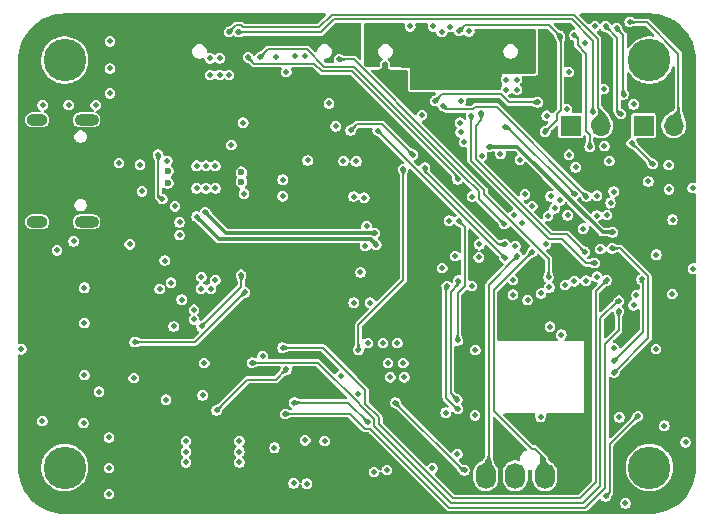
<source format=gbr>
%TF.GenerationSoftware,KiCad,Pcbnew,9.0.0*%
%TF.CreationDate,2025-10-24T21:07:41-05:00*%
%TF.ProjectId,LeaderSOM,4c656164-6572-4534-9f4d-2e6b69636164,rev?*%
%TF.SameCoordinates,Original*%
%TF.FileFunction,Copper,L2,Inr*%
%TF.FilePolarity,Positive*%
%FSLAX46Y46*%
G04 Gerber Fmt 4.6, Leading zero omitted, Abs format (unit mm)*
G04 Created by KiCad (PCBNEW 9.0.0) date 2025-10-24 21:07:41*
%MOMM*%
%LPD*%
G01*
G04 APERTURE LIST*
G04 Aperture macros list*
%AMRoundRect*
0 Rectangle with rounded corners*
0 $1 Rounding radius*
0 $2 $3 $4 $5 $6 $7 $8 $9 X,Y pos of 4 corners*
0 Add a 4 corners polygon primitive as box body*
4,1,4,$2,$3,$4,$5,$6,$7,$8,$9,$2,$3,0*
0 Add four circle primitives for the rounded corners*
1,1,$1+$1,$2,$3*
1,1,$1+$1,$4,$5*
1,1,$1+$1,$6,$7*
1,1,$1+$1,$8,$9*
0 Add four rect primitives between the rounded corners*
20,1,$1+$1,$2,$3,$4,$5,0*
20,1,$1+$1,$4,$5,$6,$7,0*
20,1,$1+$1,$6,$7,$8,$9,0*
20,1,$1+$1,$8,$9,$2,$3,0*%
G04 Aperture macros list end*
%TA.AperFunction,ComponentPad*%
%ADD10C,3.600000*%
%TD*%
%TA.AperFunction,ComponentPad*%
%ADD11R,1.700000X1.700000*%
%TD*%
%TA.AperFunction,ComponentPad*%
%ADD12O,1.700000X1.700000*%
%TD*%
%TA.AperFunction,HeatsinkPad*%
%ADD13O,2.100000X1.000000*%
%TD*%
%TA.AperFunction,HeatsinkPad*%
%ADD14O,1.800000X1.000000*%
%TD*%
%TA.AperFunction,ComponentPad*%
%ADD15RoundRect,0.250000X-0.600000X0.850000X-0.600000X-0.850000X0.600000X-0.850000X0.600000X0.850000X0*%
%TD*%
%TA.AperFunction,ComponentPad*%
%ADD16O,1.700000X2.200000*%
%TD*%
%TA.AperFunction,ViaPad*%
%ADD17C,0.500000*%
%TD*%
%TA.AperFunction,ViaPad*%
%ADD18C,0.600000*%
%TD*%
%TA.AperFunction,Conductor*%
%ADD19C,0.200000*%
%TD*%
%TA.AperFunction,Conductor*%
%ADD20C,0.300000*%
%TD*%
G04 APERTURE END LIST*
D10*
%TO.N,N/C*%
%TO.C,H4*%
X188750000Y-116750000D03*
%TD*%
D11*
%TO.N,Net-(CC_Term1-A)*%
%TO.C,CC_Term1*%
X182085000Y-87800000D03*
D12*
%TO.N,/MCU/IntCAN_L*%
X184625000Y-87800000D03*
%TD*%
D13*
%TO.N,GND*%
%TO.C,J3*%
X141089000Y-87305000D03*
D14*
X136909000Y-87305000D03*
D13*
X141089000Y-95945000D03*
D14*
X136909000Y-95945000D03*
%TD*%
D15*
%TO.N,+3V3*%
%TO.C,SWD1*%
X182375000Y-117450000D03*
D16*
%TO.N,/MCU/SWCLK*%
X179875000Y-117450000D03*
%TO.N,GND*%
X177375000Y-117450000D03*
%TO.N,/MCU/SWDIO*%
X174875000Y-117450000D03*
%TD*%
D10*
%TO.N,N/C*%
%TO.C,H1*%
X139250000Y-82250000D03*
%TD*%
%TO.N,N/C*%
%TO.C,H2*%
X188750000Y-82250000D03*
%TD*%
%TO.N,N/C*%
%TO.C,H3*%
X139250000Y-116750000D03*
%TD*%
D11*
%TO.N,Net-(CC_Term2-A)*%
%TO.C,CC_Term2*%
X188250000Y-87800000D03*
D12*
%TO.N,/MCU/CarCAN_L*%
X190790000Y-87800000D03*
%TD*%
D17*
%TO.N,+5V*%
X154175000Y-100425000D03*
X150823900Y-104798900D03*
%TO.N,+24V*%
X162600000Y-109000000D03*
X164111067Y-106788933D03*
X167900000Y-91500000D03*
%TO.N,/24V_Ext*%
X176630000Y-84760000D03*
X177500000Y-83899000D03*
X176630000Y-83899000D03*
X177520000Y-84740000D03*
%TO.N,+3V3A*%
X185750000Y-106633146D03*
X190700000Y-95760000D03*
X190676000Y-102040000D03*
D18*
%TO.N,/USB/D+*%
X154200000Y-92550000D03*
X147950000Y-92650000D03*
%TO.N,/USB/D-*%
X154200000Y-91750000D03*
X147950000Y-91650000D03*
D17*
%TO.N,GNDA*%
X175192183Y-89580000D03*
X185628909Y-96825000D03*
%TO.N,GND*%
X151995938Y-100870602D03*
X153150000Y-83500000D03*
X185720000Y-93375000D03*
X152000000Y-91200000D03*
X154350000Y-87550000D03*
X171500000Y-112100000D03*
X173700000Y-101375000D03*
X166200000Y-106200000D03*
X149145446Y-102523265D03*
X163700000Y-102790000D03*
X144750000Y-97840000D03*
X149500000Y-114500000D03*
X139990000Y-97600000D03*
X140910000Y-104500000D03*
X173076990Y-89170000D03*
X180049127Y-86963055D03*
X140912500Y-108912500D03*
X137370000Y-86060000D03*
X161250000Y-114510000D03*
X172275000Y-98850000D03*
X166525000Y-116960000D03*
X151550000Y-83500000D03*
X181770000Y-86400000D03*
X181814808Y-95396606D03*
X157700000Y-93775000D03*
X177400000Y-98010000D03*
X171200000Y-99850000D03*
X140910000Y-101520000D03*
X152350000Y-82100000D03*
X157700000Y-92375000D03*
X151200000Y-93100000D03*
X163700000Y-93800000D03*
X154025000Y-115400000D03*
X154025000Y-114500000D03*
X158625000Y-118090000D03*
X164900000Y-106200000D03*
X156000000Y-107325070D03*
X169500000Y-86910000D03*
X150400000Y-93100000D03*
X147710000Y-99220000D03*
X161620000Y-85920000D03*
X151200000Y-91200000D03*
X153350000Y-89450000D03*
X184270000Y-95410000D03*
X187400000Y-103000000D03*
X183140000Y-96520000D03*
X143000000Y-119000000D03*
X190000000Y-113200000D03*
X162840000Y-90800000D03*
X164100000Y-110500000D03*
X166800000Y-109100000D03*
X173970000Y-112330000D03*
X192400000Y-93090000D03*
X143070000Y-85060000D03*
X164696036Y-98000000D03*
X143070000Y-80660000D03*
X188650000Y-92525000D03*
X171800000Y-95850000D03*
X159725000Y-118110000D03*
X179524999Y-112449999D03*
X164596475Y-93903525D03*
X179950000Y-97855574D03*
X147925000Y-90775000D03*
X172487817Y-115610000D03*
X154025000Y-116300000D03*
X143070000Y-82960000D03*
X168490000Y-79384285D03*
X149500000Y-116300000D03*
X177775000Y-90670000D03*
X184940000Y-89520000D03*
X181280000Y-105490000D03*
X139570000Y-86060000D03*
X147820000Y-110990000D03*
X149500000Y-115400000D03*
X190400000Y-93200000D03*
X186200000Y-112500000D03*
X170376409Y-116798591D03*
X150925000Y-110625000D03*
X151625000Y-101600000D03*
X143000000Y-116800000D03*
X135570000Y-106730000D03*
X150800000Y-100600000D03*
X152350000Y-83500000D03*
X187400000Y-86000000D03*
X168000000Y-109100000D03*
X192450000Y-99900000D03*
X186718280Y-119782265D03*
X143000000Y-114200000D03*
X191800000Y-114600000D03*
X152000000Y-93110000D03*
X159600000Y-114430000D03*
X151050000Y-107900000D03*
X164280000Y-100230000D03*
X141870000Y-86060000D03*
X148580000Y-94620000D03*
X166600000Y-107900000D03*
X190380000Y-91140000D03*
X147270000Y-101630000D03*
X143840000Y-90970000D03*
X165425000Y-117110000D03*
X157990000Y-83260000D03*
X151550000Y-82100000D03*
X167400000Y-106200000D03*
X150800000Y-101600000D03*
X162187500Y-87850000D03*
X177200000Y-102100000D03*
X145770000Y-93370000D03*
X189340000Y-98726000D03*
X145600000Y-91100000D03*
X137350000Y-112810000D03*
X167900000Y-107900000D03*
X145090000Y-109180000D03*
X154410000Y-93550000D03*
X183300707Y-80799293D03*
X165100000Y-102790000D03*
X150400000Y-91200000D03*
X164800000Y-96300000D03*
%TO.N,VBUS*%
X148960000Y-95980000D03*
X150188878Y-103390261D03*
X147150000Y-90250000D03*
X150175000Y-104200000D03*
X148960000Y-97070000D03*
X147500000Y-94000000D03*
%TO.N,+3V3*%
X156001337Y-113750000D03*
X162800000Y-98000000D03*
X150400000Y-111300000D03*
X150480000Y-79060000D03*
X182100000Y-112400000D03*
X181905297Y-79398000D03*
X186019113Y-119171730D03*
X158110000Y-115720000D03*
X151715635Y-113850000D03*
X191000000Y-113800000D03*
X156000000Y-110800000D03*
X147470000Y-108640000D03*
X183529595Y-115079594D03*
X181950000Y-115610000D03*
X143000000Y-115500000D03*
X144040000Y-113940000D03*
X149000000Y-79480000D03*
X148250000Y-110200000D03*
X144030000Y-112730000D03*
X182739000Y-85520707D03*
X169177817Y-115609999D03*
X176400000Y-102700000D03*
X161698585Y-108099999D03*
X143000000Y-120100000D03*
X170850000Y-96250000D03*
X166350000Y-117900000D03*
X143000000Y-117900000D03*
X187670800Y-108380000D03*
X143070000Y-84060000D03*
X169060768Y-107900001D03*
X162553909Y-101646091D03*
X143070000Y-81760000D03*
X169500000Y-106400000D03*
X169350152Y-111144305D03*
X162900000Y-96300000D03*
X155275000Y-114713909D03*
X167829176Y-83575000D03*
X182700000Y-105500000D03*
X184258909Y-119968909D03*
X150406091Y-112826091D03*
X189130000Y-113070000D03*
X189175000Y-107865000D03*
X170700000Y-106000000D03*
X172093909Y-118526091D03*
X171068991Y-120191009D03*
X180250000Y-115610000D03*
X181270000Y-100440000D03*
X152350000Y-87612500D03*
X166475000Y-112675000D03*
X161416315Y-93850000D03*
X163050000Y-112925000D03*
X154700000Y-89800000D03*
X159636091Y-105813909D03*
X148250000Y-109250000D03*
X166350000Y-82625000D03*
X185204940Y-104820060D03*
X166076091Y-93573909D03*
X158100000Y-114510000D03*
X170484645Y-99123604D03*
X151910000Y-78670000D03*
X176350000Y-115900000D03*
X148250000Y-108350000D03*
X161327044Y-90700000D03*
X163300000Y-115610000D03*
X161376717Y-92249966D03*
X163300000Y-114510000D03*
X185800000Y-113300000D03*
X187000000Y-111900000D03*
X168575000Y-93700000D03*
X168024064Y-110347774D03*
X178325000Y-87925000D03*
X187425000Y-93600000D03*
X166728991Y-115851009D03*
X147800000Y-105400000D03*
X160750000Y-110375000D03*
X183538235Y-111013235D03*
X140670000Y-86060000D03*
X163525000Y-92850000D03*
X138470000Y-86060000D03*
X146100000Y-111100000D03*
X190676000Y-102927500D03*
X174280000Y-108260000D03*
X170600000Y-91044000D03*
X183688909Y-97261091D03*
X146231764Y-88825000D03*
X177035421Y-91275000D03*
X160630000Y-78850000D03*
X165800000Y-102100000D03*
X177000000Y-112400000D03*
X152775000Y-90575000D03*
X185200000Y-86330000D03*
X190300000Y-86000000D03*
X143070000Y-86060000D03*
X166356628Y-86744446D03*
%TO.N,/MCU/NRST*%
X180325000Y-104825000D03*
X174012160Y-106800000D03*
%TO.N,/AddressableLED*%
X152105000Y-111905000D03*
X140830000Y-112970002D03*
X158000000Y-108425070D03*
%TO.N,/IMON*%
X162450000Y-82181421D03*
X180200000Y-100650000D03*
%TO.N,/Power_Distribution/STAT*%
X154492500Y-101908119D03*
X145150000Y-106125000D03*
%TO.N,/CarCAN/CARCAN_Fault*%
X189310000Y-106711500D03*
%TO.N,/InternalCAN/ICAN_Fault*%
X172617907Y-95865292D03*
X172500000Y-105989996D03*
%TO.N,/Power_Distribution/Power Protection/RTN*%
X165980000Y-80425000D03*
X171275000Y-83475000D03*
X172200000Y-82625000D03*
X173125000Y-82625000D03*
X167708176Y-79715427D03*
X172200000Y-83475000D03*
X173125000Y-83475000D03*
X178450000Y-81500000D03*
X171275000Y-82625000D03*
%TO.N,/MCU/IntCAN_L*%
X153150000Y-79870000D03*
X174578283Y-90375707D03*
%TO.N,/MCU/CarCAN_L*%
X187077396Y-79005788D03*
%TO.N,/MCU/SPI1_SCK*%
X157900000Y-112200000D03*
X186152000Y-103474183D03*
%TO.N,/MCU/SPI1_MISO*%
X148250000Y-101100000D03*
X157680000Y-106602711D03*
X185112182Y-100900000D03*
%TO.N,/MCU/SPI1_MOSI*%
X184290694Y-100591488D03*
X158651409Y-111251409D03*
X164900000Y-112900000D03*
%TO.N,/MCU/SPI1_NSS*%
X155087474Y-107875070D03*
X186152000Y-102630000D03*
%TO.N,/MCU/SPI3_MISO{slash}TIM3_CH1{slash}USART2_RX*%
X165746091Y-88215659D03*
X176500209Y-98994094D03*
%TO.N,/MCU/SPI3_MOSI{slash}TIM3_CH2{slash}TIM17_CH1*%
X163929222Y-90830923D03*
X159550000Y-81930000D03*
X174300000Y-98951000D03*
%TO.N,/MCU/SPI3_NSS{slash}TIM1_CH3{slash}COMP6_OUT*%
X158750000Y-81910000D03*
X163450000Y-88200000D03*
X168700000Y-90250000D03*
%TO.N,/MCU/SPI3_SCK{slash}TIM2_CH2{slash}USART2_TX*%
X174351679Y-97849631D03*
%TO.N,/MCU/SPI2_MISO{slash}ADC1_IN5{slash}TIM1_CH2N*%
X182400000Y-80149000D03*
X171850000Y-79450000D03*
X183690000Y-89570000D03*
%TO.N,/MCU/SPI2_MOSI{slash}ADC2_IN15{slash}TIM1_CH3N*%
X181900000Y-83250000D03*
X182497201Y-91321273D03*
X173484145Y-79823000D03*
%TO.N,/MCU/SPI2_SCK{slash}OPAMP3_VINP{slash}FDCAN2_TX*%
X184903662Y-84700000D03*
%TO.N,/MCU/SPI2_NSS{slash}TIM4_CH4{slash}COMP2_OUT*%
X177200000Y-100875000D03*
X179900000Y-88300000D03*
X172647602Y-79751318D03*
X181175831Y-80224169D03*
%TO.N,Net-(D11-DOUT)*%
X138600000Y-98360000D03*
X142130000Y-110325000D03*
%TO.N,/MCU/BOOT*%
X172560000Y-100920000D03*
X172470000Y-111000000D03*
%TO.N,/MCU/FDCAN3_TX*%
X177265817Y-95347999D03*
%TO.N,/MCU/IntCAN_H*%
X181950000Y-90267817D03*
X176135062Y-90198881D03*
X183952662Y-86642662D03*
X153950000Y-79870000D03*
%TO.N,/MCU/FDCAN3_RX*%
X180370000Y-93780000D03*
X173711091Y-93799677D03*
%TO.N,/MCU/FDCAN1_TX*%
X180720000Y-94807290D03*
X178225000Y-93610000D03*
%TO.N,/MCU/CarCAN_H*%
X187250000Y-89260000D03*
X185960383Y-79539617D03*
X186550000Y-85162474D03*
X189010000Y-91060000D03*
%TO.N,/MCU/FDCAN1_RX*%
X184593202Y-98256798D03*
%TO.N,/MCU/UART5_TX{slash}TIM5_CH2*%
X177990000Y-96060000D03*
%TO.N,/MCU/UART4_TX{slash}TIM8_CH1N*%
X154750000Y-82000000D03*
X172502801Y-92341990D03*
%TO.N,/MCU/UART4_RX{slash}TIM8_CH2N*%
X155793399Y-82001000D03*
X176462367Y-96138500D03*
%TO.N,/MCU/ADC1_IN6{slash}TIM1_CH1{slash}COMP3_INM*%
X178424499Y-102575499D03*
%TO.N,/MCU/UART5_RX*%
X176502000Y-97848631D03*
X172787500Y-85700000D03*
X169737500Y-91362500D03*
%TO.N,/MCU/I2C4_SCL{slash}TIM3_CH1*%
X182414112Y-93586294D03*
X176536179Y-87891151D03*
X172701091Y-87548909D03*
%TO.N,/MCU/I2C3_SCL{slash}TIM3_CH3*%
X183410000Y-93800000D03*
X171300000Y-86150000D03*
%TO.N,/MCU/I2C3_SDA{slash}TIM3_CH4*%
X179272133Y-85825000D03*
X181175735Y-94124265D03*
X170600000Y-85725000D03*
%TO.N,/MCU/I2C4_SDA{slash}TIM3_CH2*%
X172751390Y-88357274D03*
%TO.N,/MCU/ADC1_IN7{slash}TIM1_CH2{slash}COMP3_INP*%
X157150000Y-81960000D03*
X179557842Y-102007842D03*
X159800000Y-90750000D03*
%TO.N,/MCU/ADC1_IN12{slash}TIM1_CH3N{slash}COMP1_INP*%
X185750000Y-108700000D03*
X185560835Y-98191211D03*
%TO.N,/MCU/USART3_TX{slash}OPAMP3_VINM{slash}TIM2_CH3*%
X150400000Y-95500000D03*
X165610000Y-97870000D03*
X185450000Y-94325000D03*
%TO.N,/MCU/ADC1_IN15{slash}TIM1_CH2N{slash}COMP4_INP*%
X188078443Y-100825002D03*
X185750000Y-107700000D03*
%TO.N,/MCU/OPAMP5_VINM{slash}ADC1_IN4{slash}TIM2_CH4*%
X173090000Y-116990000D03*
X187771131Y-112371131D03*
X187650000Y-102150000D03*
X185033909Y-119193909D03*
X167238909Y-111261091D03*
%TO.N,/MCU/ADC1_IN1{slash}TIM2_CH1{slash}COMP1_OUT*%
X181613909Y-101286091D03*
%TO.N,/MCU/ADC1_IN2{slash}TIM2_CH2{slash}COMP1_INP*%
X182380000Y-100970000D03*
%TO.N,/MCU/ADC1_IN8{slash}TIM1_CH3{slash}COMP3_OUT*%
X180268671Y-101496488D03*
%TO.N,/MCU/USART3_RX{slash}ADC1_IN14{slash}TIM2_CH4*%
X184300000Y-93725000D03*
X151125000Y-95100000D03*
X165500000Y-96900000D03*
%TO.N,/MCU/ADC1_IN11{slash}COMP7_INM{slash}FDCAN2_RX*%
X185353543Y-90781515D03*
X184125817Y-79397999D03*
X171150000Y-79849998D03*
%TO.N,/MCU/ADC2_IN12{slash}TIM5_CH1{slash}COMP4_INM*%
X170425228Y-79398000D03*
X185040948Y-79398000D03*
X186340000Y-86817819D03*
X185164038Y-95376170D03*
%TO.N,/MCU/ADC1_IN3{slash}TIM2_CH3{slash}COMP2_INM*%
X183355665Y-100924335D03*
%TO.N,/MCU/SDC_DET*%
X157000000Y-115060000D03*
X180161091Y-95438909D03*
%TO.N,/MCU/USART1_TX*%
X173672609Y-86950000D03*
X184100000Y-99425000D03*
%TO.N,/MCU/USART1_RX*%
X174500000Y-86750000D03*
X183290384Y-98509616D03*
%TO.N,/MCU/BOOT_GPIO*%
X171590565Y-101390000D03*
X172550000Y-111800000D03*
%TO.N,/MCU/SWDIO*%
X178819359Y-94616784D03*
X177562500Y-98862500D03*
%TO.N,/MCU/SWCLK*%
X178823591Y-98473591D03*
%TO.N,Net-(J4-DAT0)*%
X148463243Y-104802947D03*
%TD*%
D19*
%TO.N,+5V*%
X150823900Y-104798900D02*
X150823900Y-104776100D01*
X154175000Y-101425000D02*
X154175000Y-100425000D01*
X150823900Y-104776100D02*
X154175000Y-101425000D01*
%TO.N,+24V*%
X164111067Y-106788933D02*
X164111067Y-104688933D01*
X167900000Y-100900000D02*
X167900000Y-91500000D01*
X164111067Y-104688933D02*
X167900000Y-100900000D01*
D20*
%TO.N,GNDA*%
X184779943Y-96825000D02*
X185628909Y-96825000D01*
X177534943Y-89580000D02*
X184779943Y-96825000D01*
X175192183Y-89580000D02*
X177534943Y-89580000D01*
D19*
%TO.N,VBUS*%
X147150000Y-93650000D02*
X147500000Y-94000000D01*
X147150000Y-90250000D02*
X147150000Y-93650000D01*
%TO.N,/AddressableLED*%
X157125070Y-109300000D02*
X154710000Y-109300000D01*
X154710000Y-109300000D02*
X152105000Y-111905000D01*
X158000000Y-108425070D02*
X157125070Y-109300000D01*
%TO.N,/IMON*%
X180200000Y-100650000D02*
X180200000Y-99060000D01*
X166916230Y-85393446D02*
X166914817Y-85393446D01*
X174756392Y-93233608D02*
X167707628Y-86184843D01*
X167707628Y-86184843D02*
X166916230Y-85393446D01*
X163702792Y-82181421D02*
X162450000Y-82181421D01*
X180200000Y-99060000D02*
X174756392Y-93616392D01*
X174756392Y-93616392D02*
X174756392Y-93233608D01*
X166914817Y-85393446D02*
X163702792Y-82181421D01*
%TO.N,/Power_Distribution/STAT*%
X154492500Y-101908119D02*
X150275619Y-106125000D01*
X150275619Y-106125000D02*
X145150000Y-106125000D01*
%TO.N,/InternalCAN/ICAN_Fault*%
X172617907Y-95865292D02*
X173110000Y-96357385D01*
X172500000Y-102000000D02*
X172500000Y-105989996D01*
X173110000Y-96357385D02*
X173110000Y-101390000D01*
X173110000Y-101390000D02*
X172500000Y-102000000D01*
%TO.N,/MCU/IntCAN_L*%
X153701000Y-79319000D02*
X154178232Y-79319000D01*
X154328232Y-79469000D02*
X160803900Y-79469000D01*
X160803900Y-79469000D02*
X161871900Y-78401000D01*
X161871900Y-78401000D02*
X182318100Y-78401000D01*
X184625000Y-86535768D02*
X184625000Y-87800000D01*
X182318100Y-78401000D02*
X184353662Y-80436562D01*
X154178232Y-79319000D02*
X154328232Y-79469000D01*
X184353662Y-80436562D02*
X184353662Y-86264430D01*
X184353662Y-86264430D02*
X184625000Y-86535768D01*
X153150000Y-79870000D02*
X153701000Y-79319000D01*
%TO.N,/MCU/CarCAN_L*%
X187077396Y-79005788D02*
X187121240Y-79049632D01*
X187121240Y-79049632D02*
X188549632Y-79049632D01*
X191200000Y-87390000D02*
X190790000Y-87800000D01*
X191200000Y-81700000D02*
X191200000Y-87390000D01*
X188549632Y-79049632D02*
X191200000Y-81700000D01*
%TO.N,/MCU/SPI1_SCK*%
X157900000Y-112200000D02*
X163420768Y-112200000D01*
X164671768Y-113451000D02*
X165106800Y-113451000D01*
X171795800Y-120140000D02*
X183310000Y-120140000D01*
X185000000Y-106254232D02*
X186152000Y-105102232D01*
X186152000Y-105102232D02*
X186152000Y-103474183D01*
X185000000Y-118450000D02*
X185000000Y-106254232D01*
X163420768Y-112200000D02*
X164671768Y-113451000D01*
X165106800Y-113451000D02*
X171795800Y-120140000D01*
X183310000Y-120140000D02*
X185000000Y-118450000D01*
%TO.N,/MCU/SPI1_MISO*%
X182862000Y-119338000D02*
X184198000Y-118002000D01*
X184198000Y-105922032D02*
X184199000Y-105921032D01*
X184199000Y-101813182D02*
X185112182Y-100900000D01*
X172128000Y-119338000D02*
X182862000Y-119338000D01*
X157680000Y-106602711D02*
X161102711Y-106602711D01*
X165852000Y-112505668D02*
X165852000Y-113062000D01*
X184199000Y-105921032D02*
X184199000Y-101813182D01*
X164700000Y-110200000D02*
X164700000Y-111353668D01*
X165852000Y-113062000D02*
X172128000Y-119338000D01*
X161102711Y-106602711D02*
X164700000Y-110200000D01*
X164700000Y-111353668D02*
X165852000Y-112505668D01*
X184198000Y-118002000D02*
X184198000Y-105922032D01*
%TO.N,/MCU/SPI1_MOSI*%
X163251409Y-111251409D02*
X164900000Y-112900000D01*
X158651409Y-111251409D02*
X163251409Y-111251409D01*
%TO.N,/MCU/SPI1_NSS*%
X165451000Y-112671768D02*
X164200000Y-111420768D01*
X186152000Y-102630000D02*
X186070000Y-102630000D01*
X184599000Y-118283900D02*
X183143900Y-119739000D01*
X164200000Y-111420768D02*
X164200000Y-111400000D01*
X184599000Y-106088132D02*
X184599000Y-118283900D01*
X184600000Y-106087132D02*
X184599000Y-106088132D01*
X160675070Y-107875070D02*
X155087474Y-107875070D01*
X186070000Y-102630000D02*
X184600000Y-104100000D01*
X183143900Y-119739000D02*
X171961900Y-119739000D01*
X184600000Y-104100000D02*
X184600000Y-106087132D01*
X164200000Y-111400000D02*
X160675070Y-107875070D01*
X165451000Y-113228100D02*
X165451000Y-112671768D01*
X171961900Y-119739000D02*
X165451000Y-113228100D01*
%TO.N,/MCU/SPI3_MISO{slash}TIM3_CH1{slash}USART2_RX*%
X176500209Y-98969777D02*
X165746091Y-88215659D01*
X176500209Y-98994094D02*
X176500209Y-98969777D01*
%TO.N,/MCU/SPI3_NSS{slash}TIM1_CH3{slash}COMP6_OUT*%
X166115659Y-87665659D02*
X163984341Y-87665659D01*
X168700000Y-90250000D02*
X166115659Y-87665659D01*
X163984341Y-87665659D02*
X163450000Y-88200000D01*
%TO.N,/MCU/SPI2_MISO{slash}ADC1_IN5{slash}TIM1_CH2N*%
X182700000Y-81000000D02*
X183321520Y-81621520D01*
X183351000Y-88251000D02*
X183690000Y-88590000D01*
X182400000Y-80149000D02*
X182700000Y-80449000D01*
X182700000Y-80449000D02*
X182700000Y-81000000D01*
X183351000Y-81621520D02*
X183351000Y-88251000D01*
X183321520Y-81621520D02*
X183351000Y-81621520D01*
X183690000Y-88590000D02*
X183690000Y-89570000D01*
%TO.N,/MCU/SPI2_NSS{slash}TIM4_CH4{slash}COMP2_OUT*%
X180900000Y-87300000D02*
X179900000Y-88300000D01*
X180900000Y-86820000D02*
X180900000Y-87300000D01*
X181175831Y-80224169D02*
X181219000Y-80267338D01*
X180222586Y-79274000D02*
X173714432Y-79274000D01*
X181219000Y-86501000D02*
X180900000Y-86820000D01*
X173714432Y-79274000D02*
X173713432Y-79273000D01*
X181172755Y-80224169D02*
X180222586Y-79274000D01*
X173125920Y-79273000D02*
X172647602Y-79751318D01*
X173713432Y-79273000D02*
X173125920Y-79273000D01*
X181219000Y-80267338D02*
X181219000Y-86501000D01*
X181175831Y-80224169D02*
X181172755Y-80224169D01*
%TO.N,/MCU/BOOT*%
X171925000Y-110455000D02*
X172470000Y-111000000D01*
X171925000Y-101851000D02*
X171925000Y-110455000D01*
X172560000Y-100920000D02*
X172560000Y-101216000D01*
X172560000Y-101216000D02*
X171925000Y-101851000D01*
%TO.N,/MCU/IntCAN_H*%
X162038000Y-78802000D02*
X160970000Y-79870000D01*
X183952662Y-80602662D02*
X182152000Y-78802000D01*
X183952662Y-86642662D02*
X183952662Y-80602662D01*
X182152000Y-78802000D02*
X162038000Y-78802000D01*
X160970000Y-79870000D02*
X153950000Y-79870000D01*
%TO.N,/MCU/CarCAN_H*%
X185960383Y-79539617D02*
X186525000Y-80104234D01*
X186525000Y-85137474D02*
X186550000Y-85162474D01*
X186525000Y-80104234D02*
X186525000Y-85137474D01*
X187250000Y-89300000D02*
X189010000Y-91060000D01*
%TO.N,/MCU/UART4_TX{slash}TIM8_CH1N*%
X172502801Y-92341990D02*
X172561090Y-92283701D01*
X155301000Y-82551000D02*
X154750000Y-82000000D01*
X166907628Y-86534685D02*
X166907628Y-86517628D01*
X163590000Y-83200000D02*
X161000000Y-83200000D01*
X161000000Y-83200000D02*
X160351000Y-82551000D01*
X160351000Y-82551000D02*
X155301000Y-82551000D01*
X172561090Y-92283701D02*
X172561090Y-92188147D01*
X166907628Y-86517628D02*
X163590000Y-83200000D01*
X172561090Y-92188147D02*
X166907628Y-86534685D01*
%TO.N,/MCU/UART4_RX{slash}TIM8_CH2N*%
X167307628Y-86369000D02*
X167307628Y-86351942D01*
X176462367Y-96138500D02*
X174310000Y-93986133D01*
X172961090Y-92023876D02*
X172961090Y-92022461D01*
X156454399Y-81340000D02*
X155793399Y-82001000D01*
X161230000Y-82800000D02*
X159770000Y-81340000D01*
X174310000Y-93986133D02*
X174310000Y-93372786D01*
X174310000Y-93372786D02*
X172961090Y-92023876D01*
X163755685Y-82800000D02*
X161230000Y-82800000D01*
X172961090Y-92022461D02*
X167307628Y-86369000D01*
X159770000Y-81340000D02*
X156454399Y-81340000D01*
X167307628Y-86351942D02*
X163755685Y-82800000D01*
%TO.N,/MCU/UART5_RX*%
X176502000Y-97848631D02*
X175946163Y-97848631D01*
X175946163Y-97848631D02*
X169737500Y-91639968D01*
X169737500Y-91639968D02*
X169737500Y-91362500D01*
%TO.N,/MCU/I2C4_SCL{slash}TIM3_CH1*%
X176536179Y-87891151D02*
X176547330Y-87880000D01*
X176707818Y-87880000D02*
X182414112Y-93586294D01*
X176547330Y-87880000D02*
X176707818Y-87880000D01*
%TO.N,/MCU/I2C3_SCL{slash}TIM3_CH3*%
X174000000Y-86200000D02*
X175810000Y-86200000D01*
X175810000Y-86200000D02*
X183410000Y-93800000D01*
X171550000Y-86400000D02*
X173800000Y-86400000D01*
X171300000Y-86150000D02*
X171550000Y-86400000D01*
X173800000Y-86400000D02*
X174000000Y-86200000D01*
%TO.N,/MCU/I2C3_SDA{slash}TIM3_CH4*%
X171195000Y-85130000D02*
X176172828Y-85130000D01*
X179247133Y-85800000D02*
X179272133Y-85825000D01*
X170600000Y-85725000D02*
X171195000Y-85130000D01*
X176172828Y-85130000D02*
X176842828Y-85800000D01*
X176842828Y-85800000D02*
X179247133Y-85800000D01*
%TO.N,/MCU/ADC1_IN12{slash}TIM1_CH3N{slash}COMP1_INP*%
X188640000Y-100560000D02*
X188640000Y-105810000D01*
X188640000Y-105810000D02*
X185750000Y-108700000D01*
X186271211Y-98191211D02*
X188640000Y-100560000D01*
X185560835Y-98191211D02*
X186271211Y-98191211D01*
D20*
%TO.N,/MCU/USART3_TX{slash}OPAMP3_VINM{slash}TIM2_CH3*%
X150400000Y-95500000D02*
X152300000Y-97400000D01*
X152300000Y-97400000D02*
X165140000Y-97400000D01*
X165140000Y-97400000D02*
X165610000Y-97870000D01*
D19*
%TO.N,/MCU/ADC1_IN15{slash}TIM1_CH2N{slash}COMP4_INP*%
X188220000Y-105230000D02*
X188220000Y-100966559D01*
X185750000Y-107700000D02*
X188220000Y-105230000D01*
X188220000Y-100966559D02*
X188078443Y-100825002D01*
%TO.N,/MCU/OPAMP5_VINM{slash}ADC1_IN4{slash}TIM2_CH4*%
X185033909Y-119193909D02*
X185033909Y-119186859D01*
X172967818Y-116990000D02*
X167238909Y-111261091D01*
X173090000Y-116990000D02*
X172967818Y-116990000D01*
X185400000Y-118820768D02*
X185400000Y-114742262D01*
X185033909Y-119186859D02*
X185400000Y-118820768D01*
X185400000Y-114742262D02*
X187771131Y-112371131D01*
D20*
%TO.N,/MCU/USART3_RX{slash}ADC1_IN14{slash}TIM2_CH4*%
X152925000Y-96900000D02*
X151125000Y-95100000D01*
X165500000Y-96900000D02*
X152925000Y-96900000D01*
D19*
%TO.N,/MCU/ADC2_IN12{slash}TIM5_CH1{slash}COMP4_INM*%
X186000000Y-80357052D02*
X185040948Y-79398000D01*
X186340000Y-86817819D02*
X186000000Y-86477819D01*
X186000000Y-86477819D02*
X186000000Y-80357052D01*
%TO.N,/MCU/USART1_TX*%
X183375000Y-99425000D02*
X184100000Y-99425000D01*
X173672609Y-86950000D02*
X173626990Y-86995619D01*
X173626990Y-86995619D02*
X173626990Y-90769332D01*
X180256658Y-97399000D02*
X181349000Y-97399000D01*
X173626990Y-90769332D02*
X180256658Y-97399000D01*
X181349000Y-97399000D02*
X183375000Y-99425000D01*
%TO.N,/MCU/USART1_RX*%
X181778768Y-96998000D02*
X183290384Y-98509616D01*
X174027990Y-87832010D02*
X174027990Y-90603232D01*
X174500000Y-87360000D02*
X174027990Y-87832010D01*
X174500000Y-86750000D02*
X174500000Y-87360000D01*
X174027990Y-90603232D02*
X180422758Y-96998000D01*
X180422758Y-96998000D02*
X181778768Y-96998000D01*
%TO.N,/MCU/BOOT_GPIO*%
X172490768Y-111800000D02*
X172550000Y-111800000D01*
X171590565Y-101390000D02*
X171525000Y-101455565D01*
X171525000Y-110834232D02*
X172490768Y-111800000D01*
X171525000Y-101455565D02*
X171525000Y-110834232D01*
%TO.N,/MCU/SWDIO*%
X177562500Y-98862500D02*
X175160000Y-101265000D01*
X175160000Y-117095000D02*
X174850000Y-117405000D01*
X175160000Y-101265000D02*
X175160000Y-117095000D01*
%TO.N,/MCU/SWCLK*%
X179875000Y-116015083D02*
X179875000Y-117450000D01*
X178784000Y-115159000D02*
X179018917Y-115159000D01*
X179018917Y-115159000D02*
X179875000Y-116015083D01*
X175575000Y-111950000D02*
X178784000Y-115159000D01*
X175575000Y-101722183D02*
X175575000Y-111950000D01*
X178823591Y-98473591D02*
X175575000Y-101722183D01*
%TD*%
%TA.AperFunction,Conductor*%
%TO.N,/Power_Distribution/Power Protection/RTN*%
G36*
X168004552Y-79122185D02*
G01*
X168050307Y-79174989D01*
X168060251Y-79244147D01*
X168057290Y-79258579D01*
X168039500Y-79324976D01*
X168039500Y-79443594D01*
X168070201Y-79558171D01*
X168129511Y-79660898D01*
X168213387Y-79744774D01*
X168316114Y-79804084D01*
X168430691Y-79834785D01*
X168430694Y-79834785D01*
X168549306Y-79834785D01*
X168549309Y-79834785D01*
X168663886Y-79804084D01*
X168766613Y-79744774D01*
X168850489Y-79660898D01*
X168909799Y-79558171D01*
X168940500Y-79443594D01*
X168940500Y-79324976D01*
X168922712Y-79258590D01*
X168924375Y-79188744D01*
X168963537Y-79130881D01*
X169027765Y-79103377D01*
X169042487Y-79102500D01*
X169876416Y-79102500D01*
X169943455Y-79122185D01*
X169989210Y-79174989D01*
X169999154Y-79244147D01*
X169996194Y-79258578D01*
X169974728Y-79338691D01*
X169974728Y-79457309D01*
X170005429Y-79571886D01*
X170064739Y-79674613D01*
X170148615Y-79758489D01*
X170251342Y-79817799D01*
X170365919Y-79848500D01*
X170365922Y-79848500D01*
X170484534Y-79848500D01*
X170484537Y-79848500D01*
X170550127Y-79830925D01*
X170619972Y-79832588D01*
X170677835Y-79871750D01*
X170701991Y-79918604D01*
X170730201Y-80023884D01*
X170789511Y-80126611D01*
X170873387Y-80210487D01*
X170976114Y-80269797D01*
X171090691Y-80300498D01*
X171090694Y-80300498D01*
X171209306Y-80300498D01*
X171209309Y-80300498D01*
X171323886Y-80269797D01*
X171426613Y-80210487D01*
X171510489Y-80126611D01*
X171569799Y-80023884D01*
X171583348Y-79973315D01*
X171619713Y-79913656D01*
X171682560Y-79883127D01*
X171735213Y-79885634D01*
X171790691Y-79900500D01*
X171790694Y-79900500D01*
X171909306Y-79900500D01*
X171909309Y-79900500D01*
X172023886Y-79869799D01*
X172047675Y-79856063D01*
X172115575Y-79839590D01*
X172181602Y-79862441D01*
X172224794Y-79917361D01*
X172225772Y-79920302D01*
X172227802Y-79925203D01*
X172227803Y-79925204D01*
X172287113Y-80027931D01*
X172370989Y-80111807D01*
X172473716Y-80171117D01*
X172588293Y-80201818D01*
X172588296Y-80201818D01*
X172706908Y-80201818D01*
X172706911Y-80201818D01*
X172821488Y-80171117D01*
X172924215Y-80111807D01*
X172942377Y-80093644D01*
X173003697Y-80060159D01*
X173073389Y-80065142D01*
X173115481Y-80096293D01*
X173117909Y-80093866D01*
X173123655Y-80099612D01*
X173123656Y-80099613D01*
X173207532Y-80183489D01*
X173310259Y-80242799D01*
X173424836Y-80273500D01*
X173424839Y-80273500D01*
X173543451Y-80273500D01*
X173543454Y-80273500D01*
X173658031Y-80242799D01*
X173760758Y-80183489D01*
X173844634Y-80099613D01*
X173903944Y-79996886D01*
X173934645Y-79882309D01*
X173934645Y-79763691D01*
X173925776Y-79730591D01*
X173927439Y-79660744D01*
X173966601Y-79602881D01*
X174030830Y-79575377D01*
X174045551Y-79574500D01*
X178976000Y-79574500D01*
X179043039Y-79594185D01*
X179088794Y-79646989D01*
X179100000Y-79698500D01*
X179100000Y-83276000D01*
X179080315Y-83343039D01*
X179027511Y-83388794D01*
X178976000Y-83400000D01*
X176225000Y-83400000D01*
X176225000Y-83666255D01*
X176211450Y-83716832D01*
X176213312Y-83717604D01*
X176210201Y-83725112D01*
X176203831Y-83748886D01*
X176179500Y-83839691D01*
X176179500Y-83958309D01*
X176210201Y-84072886D01*
X176210202Y-84072887D01*
X176213311Y-84080393D01*
X176211447Y-84081165D01*
X176225000Y-84131743D01*
X176225000Y-84527255D01*
X176220064Y-84561893D01*
X176215878Y-84576280D01*
X176210201Y-84586114D01*
X176179500Y-84700691D01*
X176179500Y-84701325D01*
X176176979Y-84709991D01*
X176158855Y-84738346D01*
X176141325Y-84767107D01*
X176140089Y-84767706D01*
X176139351Y-84768863D01*
X176108746Y-84782932D01*
X176078477Y-84797636D01*
X176076392Y-84797806D01*
X176075868Y-84798047D01*
X176074978Y-84797921D01*
X176057436Y-84799352D01*
X168623521Y-84770627D01*
X168556558Y-84750684D01*
X168511007Y-84697703D01*
X168500000Y-84646628D01*
X168500000Y-82878133D01*
X168499999Y-82878132D01*
X166913574Y-82860155D01*
X166846762Y-82839712D01*
X166801608Y-82786393D01*
X166792449Y-82717126D01*
X166795201Y-82704081D01*
X166800500Y-82684309D01*
X166800500Y-82565691D01*
X166769799Y-82451114D01*
X166710489Y-82348387D01*
X166629610Y-82267508D01*
X166596125Y-82206185D01*
X166601109Y-82136493D01*
X166642981Y-82080560D01*
X166669839Y-82065266D01*
X166696280Y-82054314D01*
X166696283Y-82054312D01*
X166696286Y-82054311D01*
X166798733Y-81985858D01*
X166885858Y-81898733D01*
X166954311Y-81796286D01*
X167001463Y-81682452D01*
X167025500Y-81561606D01*
X167025500Y-81438394D01*
X167025499Y-81438389D01*
X176374500Y-81438389D01*
X176374500Y-81561610D01*
X176398535Y-81682444D01*
X176398538Y-81682454D01*
X176445687Y-81796283D01*
X176445692Y-81796292D01*
X176514141Y-81898732D01*
X176514144Y-81898736D01*
X176601263Y-81985855D01*
X176601267Y-81985858D01*
X176703707Y-82054307D01*
X176703713Y-82054310D01*
X176703714Y-82054311D01*
X176817548Y-82101463D01*
X176938389Y-82125499D01*
X176938393Y-82125500D01*
X176938394Y-82125500D01*
X177061607Y-82125500D01*
X177061608Y-82125499D01*
X177182452Y-82101463D01*
X177296286Y-82054311D01*
X177398733Y-81985858D01*
X177485858Y-81898733D01*
X177554311Y-81796286D01*
X177601463Y-81682452D01*
X177625500Y-81561606D01*
X177625500Y-81438394D01*
X177601463Y-81317548D01*
X177554311Y-81203714D01*
X177554310Y-81203713D01*
X177554307Y-81203707D01*
X177485858Y-81101267D01*
X177485855Y-81101263D01*
X177398736Y-81014144D01*
X177398732Y-81014141D01*
X177296292Y-80945692D01*
X177296283Y-80945687D01*
X177182454Y-80898538D01*
X177182455Y-80898538D01*
X177182452Y-80898537D01*
X177182448Y-80898536D01*
X177182444Y-80898535D01*
X177061610Y-80874500D01*
X177061606Y-80874500D01*
X176938394Y-80874500D01*
X176938389Y-80874500D01*
X176817555Y-80898535D01*
X176817545Y-80898538D01*
X176703716Y-80945687D01*
X176703707Y-80945692D01*
X176601267Y-81014141D01*
X176601263Y-81014144D01*
X176514144Y-81101263D01*
X176514141Y-81101267D01*
X176445692Y-81203707D01*
X176445687Y-81203716D01*
X176398538Y-81317545D01*
X176398535Y-81317555D01*
X176374500Y-81438389D01*
X167025499Y-81438389D01*
X167001463Y-81317548D01*
X166954311Y-81203714D01*
X166954310Y-81203713D01*
X166954307Y-81203707D01*
X166885858Y-81101267D01*
X166885855Y-81101263D01*
X166798736Y-81014144D01*
X166798732Y-81014141D01*
X166696292Y-80945692D01*
X166696283Y-80945687D01*
X166582454Y-80898538D01*
X166582455Y-80898538D01*
X166582452Y-80898537D01*
X166582448Y-80898536D01*
X166582444Y-80898535D01*
X166461610Y-80874500D01*
X166461606Y-80874500D01*
X166338394Y-80874500D01*
X166338389Y-80874500D01*
X166217555Y-80898535D01*
X166217545Y-80898538D01*
X166103716Y-80945687D01*
X166103707Y-80945692D01*
X166001267Y-81014141D01*
X166001263Y-81014144D01*
X165914144Y-81101263D01*
X165914141Y-81101267D01*
X165845692Y-81203707D01*
X165845687Y-81203716D01*
X165798538Y-81317545D01*
X165798535Y-81317555D01*
X165774500Y-81438389D01*
X165774500Y-81561610D01*
X165798535Y-81682444D01*
X165798538Y-81682454D01*
X165845687Y-81796283D01*
X165845692Y-81796292D01*
X165914141Y-81898732D01*
X165914144Y-81898736D01*
X166001263Y-81985855D01*
X166001267Y-81985858D01*
X166092617Y-82046897D01*
X166137422Y-82100509D01*
X166146129Y-82169834D01*
X166115974Y-82232862D01*
X166085731Y-82257383D01*
X166073392Y-82264507D01*
X166073384Y-82264513D01*
X165989513Y-82348384D01*
X165989511Y-82348387D01*
X165930201Y-82451114D01*
X165899500Y-82565691D01*
X165899500Y-82565693D01*
X165899500Y-82684308D01*
X165901354Y-82691227D01*
X165899691Y-82761077D01*
X165860528Y-82818939D01*
X165796300Y-82846443D01*
X165780174Y-82847312D01*
X164832884Y-82836577D01*
X164804186Y-82827796D01*
X164774862Y-82821417D01*
X164769002Y-82817030D01*
X164766072Y-82816134D01*
X164746608Y-82800266D01*
X164586319Y-82639977D01*
X164552834Y-82578654D01*
X164550000Y-82552296D01*
X164550000Y-79226500D01*
X164569685Y-79159461D01*
X164622489Y-79113706D01*
X164674000Y-79102500D01*
X167937513Y-79102500D01*
X168004552Y-79122185D01*
G37*
%TD.AperFunction*%
%TD*%
%TA.AperFunction,Conductor*%
%TO.N,+3V3*%
G36*
X185624645Y-103568688D02*
G01*
X185656515Y-103570968D01*
X185659093Y-103572898D01*
X185662290Y-103573289D01*
X185686869Y-103593690D01*
X185712449Y-103612839D01*
X185714316Y-103616472D01*
X185716053Y-103617914D01*
X185731390Y-103649696D01*
X185753858Y-103720615D01*
X185760559Y-103738754D01*
X185761414Y-103740771D01*
X185769741Y-103758108D01*
X185802125Y-103818160D01*
X185804603Y-103823008D01*
X185830967Y-103877497D01*
X185840273Y-103904070D01*
X185840425Y-103904740D01*
X185843252Y-103924367D01*
X185846216Y-103971353D01*
X185847838Y-103977877D01*
X185851500Y-104007790D01*
X185851500Y-104926399D01*
X185831815Y-104993438D01*
X185815181Y-105014080D01*
X185112181Y-105717080D01*
X185050858Y-105750565D01*
X184981166Y-105745581D01*
X184925233Y-105703709D01*
X184900816Y-105638245D01*
X184900500Y-105629399D01*
X184900500Y-104275833D01*
X184920185Y-104208794D01*
X184936819Y-104188152D01*
X185229957Y-103895014D01*
X185525503Y-103599467D01*
X185528327Y-103597925D01*
X185530011Y-103595180D01*
X185558783Y-103581295D01*
X185586824Y-103565984D01*
X185590036Y-103566213D01*
X185592937Y-103564814D01*
X185624645Y-103568688D01*
G37*
%TD.AperFunction*%
%TA.AperFunction,Conductor*%
G36*
X161315106Y-78320185D02*
G01*
X161360861Y-78372989D01*
X161370805Y-78442147D01*
X161341780Y-78505703D01*
X161335748Y-78512181D01*
X160715748Y-79132181D01*
X160654425Y-79165666D01*
X160628067Y-79168500D01*
X154504065Y-79168500D01*
X154437026Y-79148815D01*
X154416384Y-79132181D01*
X154362744Y-79078541D01*
X154362739Y-79078537D01*
X154350350Y-79071384D01*
X154350348Y-79071384D01*
X154318969Y-79053267D01*
X154294222Y-79038979D01*
X154268745Y-79032152D01*
X154217794Y-79018500D01*
X153740562Y-79018500D01*
X153661438Y-79018500D01*
X153585010Y-79038978D01*
X153516489Y-79078539D01*
X153313997Y-79281031D01*
X153304320Y-79289741D01*
X153297078Y-79295601D01*
X153284653Y-79302888D01*
X153250007Y-79333693D01*
X153247757Y-79335514D01*
X153241442Y-79338144D01*
X153211663Y-79355825D01*
X153148692Y-79378439D01*
X153143811Y-79380078D01*
X153128493Y-79384871D01*
X153128490Y-79384872D01*
X153063454Y-79405219D01*
X153045254Y-79411871D01*
X153045239Y-79411877D01*
X153045237Y-79411878D01*
X153043211Y-79412729D01*
X153043207Y-79412730D01*
X153043202Y-79412733D01*
X153025635Y-79421113D01*
X153025587Y-79421137D01*
X152925232Y-79474994D01*
X152916857Y-79479744D01*
X152915931Y-79480299D01*
X152915924Y-79480304D01*
X152914006Y-79482123D01*
X152890711Y-79499508D01*
X152873387Y-79509510D01*
X152789510Y-79593387D01*
X152730202Y-79696112D01*
X152730201Y-79696114D01*
X152699500Y-79810691D01*
X152699500Y-79929309D01*
X152730201Y-80043886D01*
X152789511Y-80146613D01*
X152873387Y-80230489D01*
X152976114Y-80289799D01*
X153090691Y-80320500D01*
X153090694Y-80320500D01*
X153209306Y-80320500D01*
X153209309Y-80320500D01*
X153323886Y-80289799D01*
X153426613Y-80230489D01*
X153462319Y-80194783D01*
X153523642Y-80161298D01*
X153593334Y-80166282D01*
X153637681Y-80194783D01*
X153673387Y-80230489D01*
X153776114Y-80289799D01*
X153890691Y-80320500D01*
X153890694Y-80320500D01*
X154009307Y-80320500D01*
X154009309Y-80320500D01*
X154039980Y-80312281D01*
X154058390Y-80308814D01*
X154073250Y-80307167D01*
X154196435Y-80268139D01*
X154214583Y-80261434D01*
X154216602Y-80260578D01*
X154233924Y-80252258D01*
X154294007Y-80219857D01*
X154298808Y-80217404D01*
X154353314Y-80191031D01*
X154379897Y-80181722D01*
X154380579Y-80181567D01*
X154400172Y-80178747D01*
X154447170Y-80175783D01*
X154453696Y-80174161D01*
X154483605Y-80170500D01*
X161009560Y-80170500D01*
X161009562Y-80170500D01*
X161085989Y-80150021D01*
X161154511Y-80110460D01*
X161210460Y-80054511D01*
X162126152Y-79138819D01*
X162187475Y-79105334D01*
X162213833Y-79102500D01*
X164220500Y-79102500D01*
X164287539Y-79122185D01*
X164333294Y-79174989D01*
X164344500Y-79226500D01*
X164344500Y-82098795D01*
X164324815Y-82165834D01*
X164272011Y-82211589D01*
X164202853Y-82221533D01*
X164139297Y-82192508D01*
X164132819Y-82186476D01*
X163887309Y-81940966D01*
X163887296Y-81940956D01*
X163886431Y-81940457D01*
X163886432Y-81940455D01*
X163886422Y-81940452D01*
X163846515Y-81917412D01*
X163818782Y-81901400D01*
X163783032Y-81891821D01*
X163742354Y-81880921D01*
X163742352Y-81880921D01*
X162982426Y-81880921D01*
X162969422Y-81880237D01*
X162960159Y-81879260D01*
X162946221Y-81875627D01*
X162899940Y-81872910D01*
X162897055Y-81872606D01*
X162890734Y-81870003D01*
X162857172Y-81861446D01*
X162796652Y-81832908D01*
X162792037Y-81830614D01*
X162778229Y-81823387D01*
X162717463Y-81791581D01*
X162717446Y-81791573D01*
X162717442Y-81791571D01*
X162699831Y-81783390D01*
X162699822Y-81783386D01*
X162699817Y-81783384D01*
X162697771Y-81782549D01*
X162697767Y-81782547D01*
X162697746Y-81782539D01*
X162679467Y-81776069D01*
X162679442Y-81776061D01*
X162570389Y-81743179D01*
X162561118Y-81740618D01*
X162560083Y-81740358D01*
X162560080Y-81740357D01*
X162557413Y-81740286D01*
X162528664Y-81736107D01*
X162521705Y-81734242D01*
X162509309Y-81730921D01*
X162390691Y-81730921D01*
X162276114Y-81761622D01*
X162276112Y-81761622D01*
X162276112Y-81761623D01*
X162173387Y-81820932D01*
X162173384Y-81820934D01*
X162089513Y-81904805D01*
X162089511Y-81904808D01*
X162036710Y-81996262D01*
X162030201Y-82007535D01*
X161999500Y-82122112D01*
X161999500Y-82240730D01*
X162027012Y-82343409D01*
X162025350Y-82413256D01*
X161986188Y-82471119D01*
X161921960Y-82498623D01*
X161907238Y-82499500D01*
X161405833Y-82499500D01*
X161376392Y-82490855D01*
X161346406Y-82484332D01*
X161341390Y-82480577D01*
X161338794Y-82479815D01*
X161318152Y-82463181D01*
X161192152Y-82337181D01*
X161158667Y-82275858D01*
X161163651Y-82206166D01*
X161205523Y-82150233D01*
X161270987Y-82125816D01*
X161279833Y-82125500D01*
X161311607Y-82125500D01*
X161311608Y-82125499D01*
X161432452Y-82101463D01*
X161546286Y-82054311D01*
X161648733Y-81985858D01*
X161735858Y-81898733D01*
X161804311Y-81796286D01*
X161851463Y-81682452D01*
X161875500Y-81561606D01*
X161875500Y-81438394D01*
X161851463Y-81317548D01*
X161804311Y-81203714D01*
X161804310Y-81203713D01*
X161804307Y-81203707D01*
X161735858Y-81101267D01*
X161735855Y-81101263D01*
X161648736Y-81014144D01*
X161648732Y-81014141D01*
X161546292Y-80945692D01*
X161546283Y-80945687D01*
X161432454Y-80898538D01*
X161432455Y-80898538D01*
X161432452Y-80898537D01*
X161432448Y-80898536D01*
X161432444Y-80898535D01*
X161311610Y-80874500D01*
X161311606Y-80874500D01*
X161188394Y-80874500D01*
X161188389Y-80874500D01*
X161067555Y-80898535D01*
X161067545Y-80898538D01*
X160953716Y-80945687D01*
X160953707Y-80945692D01*
X160851267Y-81014141D01*
X160851263Y-81014144D01*
X160764144Y-81101263D01*
X160764141Y-81101267D01*
X160695692Y-81203707D01*
X160695687Y-81203716D01*
X160648538Y-81317545D01*
X160648535Y-81317555D01*
X160624500Y-81438389D01*
X160624500Y-81470166D01*
X160604815Y-81537205D01*
X160552011Y-81582960D01*
X160482853Y-81592904D01*
X160419297Y-81563879D01*
X160412819Y-81557847D01*
X159954514Y-81099542D01*
X159954509Y-81099539D01*
X159948617Y-81096137D01*
X159948616Y-81096136D01*
X159885991Y-81059980D01*
X159885990Y-81059979D01*
X159860513Y-81053152D01*
X159809562Y-81039500D01*
X156414837Y-81039500D01*
X156376623Y-81049739D01*
X156338408Y-81059979D01*
X156338407Y-81059980D01*
X156275782Y-81096136D01*
X156275782Y-81096137D01*
X156272380Y-81098101D01*
X156269889Y-81099539D01*
X155957396Y-81412031D01*
X155947719Y-81420741D01*
X155940477Y-81426601D01*
X155928052Y-81433888D01*
X155893406Y-81464693D01*
X155891156Y-81466514D01*
X155884841Y-81469144D01*
X155855062Y-81486825D01*
X155792091Y-81509439D01*
X155787210Y-81511078D01*
X155771892Y-81515871D01*
X155771889Y-81515872D01*
X155706853Y-81536219D01*
X155688653Y-81542871D01*
X155688638Y-81542877D01*
X155688636Y-81542878D01*
X155686610Y-81543729D01*
X155686606Y-81543730D01*
X155686601Y-81543733D01*
X155669034Y-81552113D01*
X155668986Y-81552137D01*
X155568631Y-81605994D01*
X155560256Y-81610744D01*
X155559330Y-81611299D01*
X155559323Y-81611304D01*
X155557405Y-81613123D01*
X155534110Y-81630508D01*
X155516786Y-81640510D01*
X155432909Y-81724388D01*
X155380901Y-81814468D01*
X155377904Y-81817325D01*
X155376671Y-81821275D01*
X155352836Y-81841226D01*
X155330333Y-81862683D01*
X155326268Y-81863466D01*
X155323095Y-81866123D01*
X155292250Y-81870022D01*
X155261726Y-81875905D01*
X155257883Y-81874366D01*
X155253777Y-81874886D01*
X155225721Y-81861491D01*
X155196861Y-81849937D01*
X155193392Y-81846055D01*
X155190725Y-81844782D01*
X155179550Y-81830565D01*
X155168071Y-81817718D01*
X155166055Y-81814460D01*
X155145008Y-81775242D01*
X155140352Y-81767023D01*
X155139797Y-81766094D01*
X155129200Y-81754905D01*
X155122519Y-81744108D01*
X155122237Y-81743084D01*
X155120574Y-81740855D01*
X155110491Y-81723390D01*
X155110487Y-81723385D01*
X155026615Y-81639513D01*
X155026613Y-81639511D01*
X154923886Y-81580201D01*
X154809309Y-81549500D01*
X154690691Y-81549500D01*
X154576114Y-81580201D01*
X154576112Y-81580201D01*
X154576112Y-81580202D01*
X154473387Y-81639511D01*
X154473384Y-81639513D01*
X154389513Y-81723384D01*
X154389511Y-81723387D01*
X154331150Y-81824471D01*
X154330201Y-81826114D01*
X154299500Y-81940691D01*
X154299500Y-82059309D01*
X154330201Y-82173886D01*
X154351626Y-82210994D01*
X154387936Y-82273886D01*
X154389511Y-82276613D01*
X154473387Y-82360489D01*
X154482922Y-82365994D01*
X154500867Y-82376355D01*
X154516344Y-82386926D01*
X154528024Y-82396273D01*
X154642724Y-82455780D01*
X154642729Y-82455782D01*
X154642740Y-82455788D01*
X154660182Y-82463824D01*
X154660188Y-82463826D01*
X154660198Y-82463831D01*
X154662227Y-82464653D01*
X154680457Y-82471059D01*
X154745873Y-82490641D01*
X154751028Y-82492309D01*
X154808186Y-82512192D01*
X154833627Y-82524446D01*
X154834199Y-82524807D01*
X154850005Y-82536642D01*
X154885320Y-82567766D01*
X154885333Y-82567776D01*
X154891094Y-82571243D01*
X154914833Y-82589804D01*
X155116489Y-82791460D01*
X155154407Y-82813352D01*
X155183591Y-82830202D01*
X155185012Y-82831022D01*
X155261438Y-82851500D01*
X157490881Y-82851500D01*
X157557920Y-82871185D01*
X157603675Y-82923989D01*
X157613619Y-82993147D01*
X157598268Y-83037500D01*
X157570202Y-83086110D01*
X157570201Y-83086114D01*
X157539500Y-83200691D01*
X157539500Y-83319309D01*
X157570201Y-83433886D01*
X157629511Y-83536613D01*
X157713387Y-83620489D01*
X157816114Y-83679799D01*
X157930691Y-83710500D01*
X157930694Y-83710500D01*
X158049306Y-83710500D01*
X158049309Y-83710500D01*
X158163886Y-83679799D01*
X158266613Y-83620489D01*
X158350489Y-83536613D01*
X158409799Y-83433886D01*
X158440500Y-83319309D01*
X158440500Y-83200691D01*
X158409799Y-83086114D01*
X158406385Y-83080201D01*
X158381732Y-83037500D01*
X158365259Y-82969600D01*
X158388111Y-82903573D01*
X158443032Y-82860383D01*
X158489119Y-82851500D01*
X160175167Y-82851500D01*
X160242206Y-82871185D01*
X160262848Y-82887819D01*
X160815489Y-83440460D01*
X160884012Y-83480022D01*
X160960438Y-83500500D01*
X161039562Y-83500500D01*
X163414167Y-83500500D01*
X163481206Y-83520185D01*
X163501848Y-83536819D01*
X166632321Y-86667292D01*
X166652026Y-86692971D01*
X166661591Y-86709538D01*
X166667163Y-86719189D01*
X166667170Y-86719198D01*
X172028305Y-92080333D01*
X172061790Y-92141656D01*
X172064447Y-92174637D01*
X172063926Y-92184376D01*
X172052286Y-92238905D01*
X172048474Y-92264665D01*
X172048228Y-92267604D01*
X172047705Y-92293639D01*
X172051709Y-92386071D01*
X172052301Y-92393402D01*
X172052301Y-92401299D01*
X172053485Y-92405721D01*
X172053646Y-92406969D01*
X172054243Y-92408550D01*
X172055835Y-92414494D01*
X172083000Y-92515872D01*
X172083001Y-92515875D01*
X172102061Y-92548887D01*
X172142312Y-92618603D01*
X172226188Y-92702479D01*
X172328915Y-92761789D01*
X172443492Y-92792490D01*
X172443495Y-92792490D01*
X172562107Y-92792490D01*
X172562110Y-92792490D01*
X172676687Y-92761789D01*
X172779414Y-92702479D01*
X172863290Y-92618603D01*
X172880422Y-92588928D01*
X172930987Y-92540713D01*
X172999594Y-92527489D01*
X173064459Y-92553456D01*
X173075490Y-92563247D01*
X173665250Y-93153007D01*
X173698735Y-93214330D01*
X173693751Y-93284022D01*
X173651879Y-93339955D01*
X173609663Y-93360462D01*
X173594555Y-93364511D01*
X173537203Y-93379878D01*
X173434478Y-93439188D01*
X173434475Y-93439190D01*
X173350604Y-93523061D01*
X173350602Y-93523064D01*
X173291513Y-93625409D01*
X173291292Y-93625791D01*
X173260591Y-93740368D01*
X173260591Y-93858986D01*
X173291292Y-93973563D01*
X173350602Y-94076290D01*
X173434478Y-94160166D01*
X173537205Y-94219476D01*
X173651782Y-94250177D01*
X173651785Y-94250177D01*
X173770397Y-94250177D01*
X173770400Y-94250177D01*
X173884977Y-94219476D01*
X173950543Y-94181620D01*
X174018438Y-94165148D01*
X174084466Y-94187999D01*
X174100222Y-94201327D01*
X175873395Y-95974499D01*
X175882105Y-95984175D01*
X175887967Y-95991418D01*
X175895253Y-96003843D01*
X175926071Y-96038504D01*
X175927882Y-96040742D01*
X175930512Y-96047056D01*
X175948193Y-96076836D01*
X175970814Y-96139827D01*
X175972447Y-96144690D01*
X175997579Y-96225019D01*
X175997584Y-96225036D01*
X176004241Y-96243248D01*
X176004244Y-96243257D01*
X176004247Y-96243263D01*
X176005104Y-96245303D01*
X176005110Y-96245315D01*
X176005116Y-96245330D01*
X176012862Y-96261565D01*
X176013492Y-96262885D01*
X176039759Y-96311830D01*
X176067360Y-96363262D01*
X176072005Y-96371462D01*
X176072568Y-96372404D01*
X176072569Y-96372406D01*
X176074440Y-96374381D01*
X176091790Y-96397641D01*
X176101875Y-96415109D01*
X176101877Y-96415111D01*
X176101878Y-96415113D01*
X176185754Y-96498989D01*
X176288481Y-96558299D01*
X176403058Y-96589000D01*
X176403061Y-96589000D01*
X176521673Y-96589000D01*
X176521676Y-96589000D01*
X176636253Y-96558299D01*
X176738980Y-96498989D01*
X176822856Y-96415113D01*
X176854532Y-96360249D01*
X176905099Y-96312035D01*
X176973706Y-96298813D01*
X177038570Y-96324781D01*
X177049599Y-96334570D01*
X178610953Y-97895924D01*
X178644438Y-97957247D01*
X178639454Y-98026939D01*
X178597582Y-98082872D01*
X178585274Y-98090991D01*
X178546981Y-98113100D01*
X178546979Y-98113101D01*
X178463102Y-98196977D01*
X178447236Y-98224457D01*
X178436668Y-98239928D01*
X178427321Y-98251608D01*
X178367812Y-98366306D01*
X178359790Y-98383708D01*
X178359778Y-98383736D01*
X178358977Y-98385710D01*
X178352639Y-98403737D01*
X178352530Y-98404047D01*
X178347815Y-98419799D01*
X178332956Y-98469437D01*
X178331281Y-98474616D01*
X178311398Y-98531776D01*
X178299196Y-98557135D01*
X178298835Y-98557708D01*
X178286949Y-98573596D01*
X178255816Y-98608921D01*
X178252342Y-98614694D01*
X178233785Y-98638425D01*
X178170247Y-98701963D01*
X178108924Y-98735448D01*
X178039232Y-98730464D01*
X177983299Y-98688592D01*
X177975179Y-98676282D01*
X177967911Y-98663694D01*
X177922989Y-98585887D01*
X177839113Y-98502011D01*
X177813391Y-98487160D01*
X177792538Y-98475120D01*
X177744324Y-98424552D01*
X177731102Y-98355945D01*
X177756169Y-98292242D01*
X177760483Y-98286618D01*
X177760489Y-98286613D01*
X177819799Y-98183886D01*
X177850500Y-98069309D01*
X177850500Y-97950691D01*
X177819799Y-97836114D01*
X177760489Y-97733387D01*
X177676613Y-97649511D01*
X177573886Y-97590201D01*
X177459309Y-97559500D01*
X177340691Y-97559500D01*
X177226114Y-97590201D01*
X177226112Y-97590201D01*
X177226112Y-97590202D01*
X177123387Y-97649511D01*
X177100616Y-97672282D01*
X177039292Y-97705766D01*
X176969600Y-97700780D01*
X176913668Y-97658908D01*
X176905549Y-97646600D01*
X176862489Y-97572018D01*
X176778613Y-97488142D01*
X176675886Y-97428832D01*
X176561309Y-97398131D01*
X176442691Y-97398131D01*
X176442688Y-97398131D01*
X176412034Y-97406345D01*
X176393610Y-97409814D01*
X176378756Y-97411461D01*
X176378742Y-97411464D01*
X176255588Y-97450481D01*
X176255557Y-97450492D01*
X176237442Y-97457183D01*
X176235618Y-97457956D01*
X176235429Y-97458037D01*
X176235421Y-97458040D01*
X176235407Y-97458047D01*
X176218118Y-97466349D01*
X176218072Y-97466372D01*
X176158029Y-97498751D01*
X176153170Y-97501235D01*
X176145283Y-97505050D01*
X176076361Y-97516521D01*
X176012179Y-97488910D01*
X176003607Y-97481104D01*
X170189354Y-91666851D01*
X170155869Y-91605528D01*
X170158927Y-91541402D01*
X170160882Y-91535287D01*
X170160887Y-91535272D01*
X170176705Y-91480203D01*
X170178833Y-91472188D01*
X170179058Y-91471266D01*
X170179118Y-91468599D01*
X170183312Y-91439301D01*
X170187048Y-91425360D01*
X170188000Y-91421809D01*
X170188000Y-91303191D01*
X170157299Y-91188614D01*
X170097989Y-91085887D01*
X170014113Y-91002011D01*
X169911386Y-90942701D01*
X169796809Y-90912000D01*
X169678191Y-90912000D01*
X169563614Y-90942701D01*
X169563612Y-90942701D01*
X169563612Y-90942702D01*
X169460887Y-91002011D01*
X169460884Y-91002013D01*
X169377013Y-91085884D01*
X169377009Y-91085890D01*
X169334926Y-91158777D01*
X169284358Y-91206992D01*
X169215751Y-91220213D01*
X169150886Y-91194244D01*
X169139859Y-91184456D01*
X168829263Y-90873860D01*
X168795778Y-90812537D01*
X168800762Y-90742845D01*
X168842634Y-90686912D01*
X168869506Y-90671612D01*
X168873880Y-90669800D01*
X168873886Y-90669799D01*
X168976613Y-90610489D01*
X169060489Y-90526613D01*
X169119799Y-90423886D01*
X169150500Y-90309309D01*
X169150500Y-90190691D01*
X169119799Y-90076114D01*
X169060489Y-89973387D01*
X168976613Y-89889511D01*
X168976612Y-89889510D01*
X168960982Y-89880486D01*
X168949130Y-89873643D01*
X168933666Y-89863081D01*
X168921975Y-89853726D01*
X168921972Y-89853724D01*
X168921969Y-89853722D01*
X168807299Y-89794229D01*
X168807289Y-89794224D01*
X168789836Y-89786181D01*
X168789834Y-89786180D01*
X168787822Y-89785365D01*
X168787817Y-89785363D01*
X168787802Y-89785357D01*
X168785406Y-89784515D01*
X168769535Y-89778937D01*
X168704167Y-89759369D01*
X168698989Y-89757695D01*
X168641809Y-89737805D01*
X168616563Y-89725673D01*
X168616223Y-89725459D01*
X168615991Y-89725313D01*
X168600000Y-89713364D01*
X168564666Y-89682223D01*
X168564664Y-89682221D01*
X168564663Y-89682220D01*
X168558903Y-89678754D01*
X168535164Y-89660193D01*
X166300171Y-87425200D01*
X166300166Y-87425196D01*
X166262124Y-87403233D01*
X166262124Y-87403232D01*
X166262122Y-87403232D01*
X166245584Y-87393684D01*
X166231649Y-87385638D01*
X166231650Y-87385638D01*
X166192026Y-87375021D01*
X166155221Y-87365159D01*
X163944779Y-87365159D01*
X163895092Y-87378473D01*
X163868351Y-87385638D01*
X163854416Y-87393684D01*
X163837879Y-87403232D01*
X163837877Y-87403233D01*
X163837876Y-87403233D01*
X163799833Y-87425196D01*
X163799832Y-87425197D01*
X163613997Y-87611031D01*
X163604320Y-87619741D01*
X163597078Y-87625601D01*
X163584653Y-87632888D01*
X163550007Y-87663693D01*
X163547757Y-87665514D01*
X163541442Y-87668144D01*
X163511663Y-87685825D01*
X163448692Y-87708439D01*
X163443811Y-87710078D01*
X163428493Y-87714871D01*
X163428490Y-87714872D01*
X163363454Y-87735219D01*
X163345254Y-87741871D01*
X163345239Y-87741877D01*
X163345237Y-87741878D01*
X163343211Y-87742729D01*
X163343207Y-87742730D01*
X163343202Y-87742733D01*
X163325635Y-87751113D01*
X163325587Y-87751137D01*
X163225232Y-87804994D01*
X163216857Y-87809744D01*
X163215931Y-87810299D01*
X163215924Y-87810304D01*
X163214006Y-87812123D01*
X163190711Y-87829508D01*
X163173387Y-87839510D01*
X163089510Y-87923387D01*
X163053451Y-87985844D01*
X163030201Y-88026114D01*
X162999500Y-88140691D01*
X162999500Y-88259309D01*
X163030201Y-88373886D01*
X163089511Y-88476613D01*
X163173387Y-88560489D01*
X163276114Y-88619799D01*
X163390691Y-88650500D01*
X163390694Y-88650500D01*
X163509306Y-88650500D01*
X163509309Y-88650500D01*
X163623886Y-88619799D01*
X163726613Y-88560489D01*
X163810489Y-88476613D01*
X163826355Y-88449130D01*
X163836925Y-88433655D01*
X163846274Y-88421972D01*
X163905768Y-88307299D01*
X163905773Y-88307289D01*
X163907208Y-88304176D01*
X163913817Y-88289835D01*
X163914641Y-88287802D01*
X163921058Y-88269543D01*
X163940630Y-88204159D01*
X163942290Y-88199026D01*
X163962194Y-88141805D01*
X163974415Y-88116418D01*
X163974779Y-88115842D01*
X163986638Y-88099998D01*
X164017771Y-88064674D01*
X164017772Y-88064672D01*
X164017774Y-88064670D01*
X164021239Y-88058911D01*
X164039800Y-88035169D01*
X164063132Y-88011837D01*
X164072496Y-88002475D01*
X164133821Y-87968992D01*
X164160175Y-87966159D01*
X165184953Y-87966159D01*
X165251992Y-87985844D01*
X165297747Y-88038648D01*
X165307691Y-88107806D01*
X165304730Y-88122242D01*
X165295591Y-88156350D01*
X165295591Y-88274968D01*
X165326292Y-88389545D01*
X165339449Y-88412333D01*
X165376560Y-88476612D01*
X165385602Y-88492272D01*
X165469478Y-88576148D01*
X165470287Y-88576615D01*
X165496958Y-88592014D01*
X165512435Y-88602585D01*
X165524115Y-88611932D01*
X165638815Y-88671439D01*
X165638820Y-88671441D01*
X165638831Y-88671447D01*
X165656273Y-88679483D01*
X165656279Y-88679485D01*
X165656289Y-88679490D01*
X165658318Y-88680312D01*
X165676548Y-88686718D01*
X165741964Y-88706300D01*
X165747119Y-88707968D01*
X165804277Y-88727851D01*
X165829718Y-88740105D01*
X165830290Y-88740466D01*
X165846096Y-88752301D01*
X165881411Y-88783425D01*
X165881424Y-88783435D01*
X165887185Y-88786902D01*
X165910924Y-88805463D01*
X167943280Y-90837819D01*
X167976765Y-90899142D01*
X167971781Y-90968834D01*
X167929909Y-91024767D01*
X167864445Y-91049184D01*
X167855599Y-91049500D01*
X167840691Y-91049500D01*
X167726114Y-91080201D01*
X167726112Y-91080201D01*
X167726112Y-91080202D01*
X167623387Y-91139511D01*
X167623384Y-91139513D01*
X167539513Y-91223384D01*
X167539511Y-91223387D01*
X167493435Y-91303193D01*
X167480201Y-91326114D01*
X167449500Y-91440691D01*
X167449500Y-91440693D01*
X167449500Y-91559309D01*
X167457714Y-91589966D01*
X167461182Y-91608383D01*
X167462830Y-91623241D01*
X167501855Y-91746425D01*
X167503123Y-91749857D01*
X167508559Y-91764571D01*
X167509414Y-91766588D01*
X167517741Y-91783925D01*
X167549698Y-91843186D01*
X167550125Y-91843977D01*
X167552603Y-91848825D01*
X167578967Y-91903314D01*
X167588273Y-91929887D01*
X167588425Y-91930557D01*
X167591252Y-91950184D01*
X167594216Y-91997170D01*
X167595838Y-92003694D01*
X167599500Y-92033607D01*
X167599500Y-100724167D01*
X167579815Y-100791206D01*
X167563181Y-100811848D01*
X165721058Y-102653970D01*
X165659735Y-102687455D01*
X165590043Y-102682471D01*
X165534110Y-102640599D01*
X165524099Y-102623016D01*
X165523863Y-102623153D01*
X165500434Y-102582574D01*
X165460489Y-102513387D01*
X165376613Y-102429511D01*
X165273886Y-102370201D01*
X165159309Y-102339500D01*
X165040691Y-102339500D01*
X164926114Y-102370201D01*
X164926112Y-102370201D01*
X164926112Y-102370202D01*
X164823387Y-102429511D01*
X164823384Y-102429513D01*
X164739513Y-102513384D01*
X164739511Y-102513387D01*
X164699566Y-102582574D01*
X164680201Y-102616114D01*
X164649500Y-102730691D01*
X164649500Y-102849309D01*
X164680201Y-102963886D01*
X164739511Y-103066613D01*
X164823387Y-103150489D01*
X164904928Y-103197567D01*
X164933153Y-103213863D01*
X164932151Y-103215597D01*
X164978136Y-103252643D01*
X165000209Y-103318934D01*
X164982939Y-103386636D01*
X164963970Y-103411058D01*
X163926556Y-104448473D01*
X163870608Y-104504420D01*
X163870602Y-104504428D01*
X163831049Y-104572937D01*
X163831046Y-104572942D01*
X163810567Y-104649372D01*
X163810567Y-106256506D01*
X163809883Y-106269510D01*
X163808905Y-106278775D01*
X163805274Y-106292709D01*
X163802556Y-106338982D01*
X163802252Y-106341874D01*
X163799650Y-106348190D01*
X163791092Y-106381758D01*
X163762544Y-106442298D01*
X163760250Y-106446910D01*
X163721228Y-106521465D01*
X163721223Y-106521475D01*
X163713057Y-106539046D01*
X163712220Y-106541095D01*
X163705714Y-106559467D01*
X163705712Y-106559472D01*
X163672820Y-106668555D01*
X163670235Y-106677931D01*
X163669970Y-106678992D01*
X163669901Y-106681594D01*
X163665721Y-106710385D01*
X163660567Y-106729624D01*
X163660567Y-106848242D01*
X163691268Y-106962819D01*
X163750578Y-107065546D01*
X163834454Y-107149422D01*
X163937181Y-107208732D01*
X164051758Y-107239433D01*
X164051761Y-107239433D01*
X164170373Y-107239433D01*
X164170376Y-107239433D01*
X164284953Y-107208732D01*
X164387680Y-107149422D01*
X164471556Y-107065546D01*
X164530866Y-106962819D01*
X164561567Y-106848242D01*
X164561567Y-106737220D01*
X164581252Y-106670181D01*
X164634056Y-106624426D01*
X164703214Y-106614482D01*
X164718034Y-106618550D01*
X164718264Y-106617695D01*
X164726112Y-106619797D01*
X164726114Y-106619799D01*
X164840691Y-106650500D01*
X164840694Y-106650500D01*
X164959306Y-106650500D01*
X164959309Y-106650500D01*
X165073886Y-106619799D01*
X165176613Y-106560489D01*
X165260489Y-106476613D01*
X165319799Y-106373886D01*
X165350500Y-106259309D01*
X165350500Y-106140691D01*
X165749500Y-106140691D01*
X165749500Y-106259309D01*
X165780201Y-106373886D01*
X165839511Y-106476613D01*
X165923387Y-106560489D01*
X166026114Y-106619799D01*
X166140691Y-106650500D01*
X166140694Y-106650500D01*
X166259306Y-106650500D01*
X166259309Y-106650500D01*
X166373886Y-106619799D01*
X166476613Y-106560489D01*
X166560489Y-106476613D01*
X166619799Y-106373886D01*
X166650500Y-106259309D01*
X166650500Y-106140691D01*
X166949500Y-106140691D01*
X166949500Y-106259309D01*
X166980201Y-106373886D01*
X167039511Y-106476613D01*
X167123387Y-106560489D01*
X167226114Y-106619799D01*
X167340691Y-106650500D01*
X167340694Y-106650500D01*
X167459306Y-106650500D01*
X167459309Y-106650500D01*
X167573886Y-106619799D01*
X167676613Y-106560489D01*
X167760489Y-106476613D01*
X167819799Y-106373886D01*
X167850500Y-106259309D01*
X167850500Y-106140691D01*
X167819799Y-106026114D01*
X167760489Y-105923387D01*
X167676613Y-105839511D01*
X167573886Y-105780201D01*
X167459309Y-105749500D01*
X167340691Y-105749500D01*
X167226114Y-105780201D01*
X167226112Y-105780201D01*
X167226112Y-105780202D01*
X167123387Y-105839511D01*
X167123384Y-105839513D01*
X167039513Y-105923384D01*
X167039511Y-105923387D01*
X166980201Y-106026114D01*
X166949500Y-106140691D01*
X166650500Y-106140691D01*
X166619799Y-106026114D01*
X166560489Y-105923387D01*
X166476613Y-105839511D01*
X166373886Y-105780201D01*
X166259309Y-105749500D01*
X166140691Y-105749500D01*
X166026114Y-105780201D01*
X166026112Y-105780201D01*
X166026112Y-105780202D01*
X165923387Y-105839511D01*
X165923384Y-105839513D01*
X165839513Y-105923384D01*
X165839511Y-105923387D01*
X165780201Y-106026114D01*
X165749500Y-106140691D01*
X165350500Y-106140691D01*
X165319799Y-106026114D01*
X165260489Y-105923387D01*
X165176613Y-105839511D01*
X165073886Y-105780201D01*
X164959309Y-105749500D01*
X164840691Y-105749500D01*
X164726114Y-105780201D01*
X164726112Y-105780201D01*
X164726112Y-105780202D01*
X164623387Y-105839511D01*
X164623384Y-105839513D01*
X164623248Y-105839650D01*
X164623104Y-105839728D01*
X164616941Y-105844458D01*
X164616203Y-105843496D01*
X164561925Y-105873135D01*
X164492233Y-105868151D01*
X164436300Y-105826279D01*
X164411883Y-105760815D01*
X164411567Y-105751969D01*
X164411567Y-104864766D01*
X164431252Y-104797727D01*
X164447886Y-104777085D01*
X166288986Y-102935985D01*
X168140460Y-101084511D01*
X168148954Y-101069799D01*
X168180021Y-101015989D01*
X168200500Y-100939562D01*
X168200500Y-99790691D01*
X170749500Y-99790691D01*
X170749500Y-99909309D01*
X170780201Y-100023886D01*
X170839511Y-100126613D01*
X170923387Y-100210489D01*
X171026114Y-100269799D01*
X171140691Y-100300500D01*
X171140694Y-100300500D01*
X171259306Y-100300500D01*
X171259309Y-100300500D01*
X171373886Y-100269799D01*
X171476613Y-100210489D01*
X171560489Y-100126613D01*
X171619799Y-100023886D01*
X171650500Y-99909309D01*
X171650500Y-99790691D01*
X171619799Y-99676114D01*
X171560489Y-99573387D01*
X171476613Y-99489511D01*
X171373886Y-99430201D01*
X171259309Y-99399500D01*
X171140691Y-99399500D01*
X171026114Y-99430201D01*
X171026112Y-99430201D01*
X171026112Y-99430202D01*
X170923387Y-99489511D01*
X170923384Y-99489513D01*
X170839513Y-99573384D01*
X170839511Y-99573387D01*
X170780201Y-99676114D01*
X170749500Y-99790691D01*
X168200500Y-99790691D01*
X168200500Y-92032421D01*
X168201183Y-92019422D01*
X168202159Y-92010162D01*
X168205793Y-91996222D01*
X168208509Y-91949912D01*
X168208810Y-91947066D01*
X168211415Y-91940739D01*
X168219970Y-91907180D01*
X168248519Y-91846634D01*
X168250788Y-91842069D01*
X168289837Y-91767465D01*
X168298014Y-91749867D01*
X168298850Y-91747820D01*
X168305354Y-91729451D01*
X168338240Y-91620391D01*
X168340787Y-91611172D01*
X168341051Y-91610122D01*
X168341123Y-91607458D01*
X168342308Y-91593371D01*
X168343361Y-91585948D01*
X168350500Y-91559309D01*
X168350500Y-91535645D01*
X168351730Y-91526978D01*
X168362709Y-91502819D01*
X168370185Y-91477362D01*
X168376940Y-91471508D01*
X168380639Y-91463370D01*
X168402936Y-91448982D01*
X168422989Y-91431607D01*
X168431836Y-91430334D01*
X168439348Y-91425488D01*
X168465883Y-91425439D01*
X168492147Y-91421663D01*
X168500278Y-91425376D01*
X168509217Y-91425360D01*
X168531564Y-91439664D01*
X168555703Y-91450688D01*
X168562181Y-91456720D01*
X172397545Y-95292084D01*
X172431030Y-95353407D01*
X172426046Y-95423099D01*
X172384174Y-95479032D01*
X172371867Y-95487150D01*
X172341300Y-95504798D01*
X172341290Y-95504806D01*
X172304279Y-95541817D01*
X172242956Y-95575302D01*
X172173264Y-95570316D01*
X172128918Y-95541816D01*
X172076615Y-95489513D01*
X172076613Y-95489511D01*
X171973886Y-95430201D01*
X171859309Y-95399500D01*
X171740691Y-95399500D01*
X171626114Y-95430201D01*
X171626112Y-95430201D01*
X171626112Y-95430202D01*
X171523387Y-95489511D01*
X171523384Y-95489513D01*
X171439513Y-95573384D01*
X171439511Y-95573387D01*
X171393674Y-95652779D01*
X171380201Y-95676114D01*
X171349500Y-95790691D01*
X171349500Y-95909309D01*
X171380201Y-96023886D01*
X171439511Y-96126613D01*
X171523387Y-96210489D01*
X171626114Y-96269799D01*
X171740691Y-96300500D01*
X171740694Y-96300500D01*
X171859306Y-96300500D01*
X171859309Y-96300500D01*
X171973886Y-96269799D01*
X172076613Y-96210489D01*
X172113627Y-96173474D01*
X172116556Y-96171875D01*
X172118309Y-96169029D01*
X172147008Y-96155246D01*
X172174947Y-96139990D01*
X172178280Y-96140228D01*
X172181292Y-96138782D01*
X172212891Y-96142703D01*
X172244639Y-96144974D01*
X172248298Y-96147097D01*
X172250630Y-96147387D01*
X172261289Y-96154636D01*
X172280684Y-96165892D01*
X172285007Y-96169494D01*
X172341294Y-96225781D01*
X172376916Y-96246348D01*
X172385181Y-96252962D01*
X172385194Y-96252973D01*
X172388908Y-96255945D01*
X172395931Y-96261565D01*
X172510631Y-96321072D01*
X172510636Y-96321074D01*
X172510647Y-96321080D01*
X172528089Y-96329116D01*
X172528095Y-96329118D01*
X172528105Y-96329123D01*
X172530134Y-96329945D01*
X172548364Y-96336351D01*
X172613780Y-96355933D01*
X172618935Y-96357601D01*
X172676093Y-96377484D01*
X172701534Y-96389738D01*
X172702106Y-96390099D01*
X172717912Y-96401934D01*
X172753227Y-96433058D01*
X172753232Y-96433061D01*
X172753237Y-96433066D01*
X172753242Y-96433069D01*
X172757754Y-96436373D01*
X172756338Y-96438305D01*
X172796696Y-96482146D01*
X172809500Y-96537023D01*
X172809500Y-98448036D01*
X172789815Y-98515075D01*
X172737011Y-98560830D01*
X172667853Y-98570774D01*
X172604297Y-98541749D01*
X172597819Y-98535717D01*
X172551615Y-98489513D01*
X172551613Y-98489511D01*
X172448886Y-98430201D01*
X172334309Y-98399500D01*
X172215691Y-98399500D01*
X172101114Y-98430201D01*
X172101112Y-98430201D01*
X172101112Y-98430202D01*
X171998387Y-98489511D01*
X171998384Y-98489513D01*
X171914513Y-98573384D01*
X171914511Y-98573387D01*
X171866431Y-98656664D01*
X171855201Y-98676114D01*
X171824500Y-98790691D01*
X171824500Y-98909309D01*
X171855201Y-99023886D01*
X171914511Y-99126613D01*
X171998387Y-99210489D01*
X172101114Y-99269799D01*
X172215691Y-99300500D01*
X172215694Y-99300500D01*
X172334306Y-99300500D01*
X172334309Y-99300500D01*
X172448886Y-99269799D01*
X172551613Y-99210489D01*
X172597819Y-99164283D01*
X172659142Y-99130798D01*
X172728834Y-99135782D01*
X172784767Y-99177654D01*
X172809184Y-99243118D01*
X172809500Y-99251964D01*
X172809500Y-100358861D01*
X172789815Y-100425900D01*
X172737011Y-100471655D01*
X172667853Y-100481599D01*
X172653409Y-100478636D01*
X172619313Y-100469500D01*
X172619309Y-100469500D01*
X172500691Y-100469500D01*
X172386114Y-100500201D01*
X172386112Y-100500201D01*
X172386112Y-100500202D01*
X172283387Y-100559511D01*
X172283384Y-100559513D01*
X172199513Y-100643384D01*
X172199511Y-100643387D01*
X172161451Y-100709309D01*
X172140201Y-100746114D01*
X172109500Y-100860691D01*
X172109500Y-100860693D01*
X172109500Y-100972471D01*
X172089815Y-101039510D01*
X172037011Y-101085265D01*
X171967853Y-101095209D01*
X171904297Y-101066184D01*
X171897819Y-101060152D01*
X171867180Y-101029513D01*
X171867178Y-101029511D01*
X171764451Y-100970201D01*
X171649874Y-100939500D01*
X171531256Y-100939500D01*
X171416679Y-100970201D01*
X171416677Y-100970201D01*
X171416677Y-100970202D01*
X171313952Y-101029511D01*
X171313949Y-101029513D01*
X171230078Y-101113384D01*
X171230076Y-101113387D01*
X171175805Y-101207387D01*
X171170766Y-101216114D01*
X171140065Y-101330691D01*
X171140065Y-101330693D01*
X171140065Y-101449311D01*
X171144475Y-101465768D01*
X171145595Y-101470285D01*
X171148022Y-101480926D01*
X171148975Y-101500492D01*
X171188697Y-101659351D01*
X171207386Y-101735489D01*
X171208305Y-101739234D01*
X171211629Y-101760926D01*
X171219121Y-101878798D01*
X171219218Y-101880317D01*
X171220829Y-101886792D01*
X171224500Y-101916738D01*
X171224500Y-110873794D01*
X171229089Y-110890920D01*
X171244979Y-110950223D01*
X171244980Y-110950224D01*
X171259574Y-110975501D01*
X171284537Y-111018739D01*
X171284541Y-111018744D01*
X171718367Y-111452570D01*
X171751852Y-111513893D01*
X171746868Y-111583585D01*
X171704996Y-111639518D01*
X171639532Y-111663935D01*
X171598594Y-111660026D01*
X171559310Y-111649500D01*
X171559309Y-111649500D01*
X171440691Y-111649500D01*
X171326114Y-111680201D01*
X171326112Y-111680201D01*
X171326112Y-111680202D01*
X171223387Y-111739511D01*
X171223384Y-111739513D01*
X171139513Y-111823384D01*
X171139511Y-111823387D01*
X171080310Y-111925926D01*
X171080201Y-111926114D01*
X171049500Y-112040691D01*
X171049500Y-112159309D01*
X171080201Y-112273886D01*
X171139511Y-112376613D01*
X171223387Y-112460489D01*
X171326114Y-112519799D01*
X171440691Y-112550500D01*
X171440694Y-112550500D01*
X171559306Y-112550500D01*
X171559309Y-112550500D01*
X171673886Y-112519799D01*
X171776613Y-112460489D01*
X171860489Y-112376613D01*
X171919799Y-112273886D01*
X171920655Y-112270691D01*
X173519500Y-112270691D01*
X173519500Y-112389309D01*
X173550201Y-112503886D01*
X173609511Y-112606613D01*
X173693387Y-112690489D01*
X173796114Y-112749799D01*
X173910691Y-112780500D01*
X173910694Y-112780500D01*
X174029306Y-112780500D01*
X174029309Y-112780500D01*
X174143886Y-112749799D01*
X174246613Y-112690489D01*
X174330489Y-112606613D01*
X174389799Y-112503886D01*
X174420500Y-112389309D01*
X174420500Y-112270691D01*
X174389799Y-112156114D01*
X174330489Y-112053387D01*
X174246613Y-111969511D01*
X174143886Y-111910201D01*
X174029309Y-111879500D01*
X173910691Y-111879500D01*
X173796114Y-111910201D01*
X173796112Y-111910201D01*
X173796112Y-111910202D01*
X173693387Y-111969511D01*
X173693384Y-111969513D01*
X173609513Y-112053384D01*
X173609511Y-112053387D01*
X173553225Y-112150877D01*
X173550201Y-112156114D01*
X173519500Y-112270691D01*
X171920655Y-112270691D01*
X171950500Y-112159309D01*
X171950500Y-112125934D01*
X171957004Y-112103781D01*
X171959014Y-112080779D01*
X171966663Y-112070889D01*
X171970185Y-112058895D01*
X171987633Y-112043775D01*
X172001760Y-112025511D01*
X172013541Y-112021326D01*
X172022989Y-112013140D01*
X172045841Y-112009854D01*
X172067600Y-112002126D01*
X172079772Y-112004975D01*
X172092147Y-112003196D01*
X172113150Y-112012788D01*
X172135631Y-112018050D01*
X172151431Y-112030270D01*
X172155703Y-112032221D01*
X172163549Y-112039642D01*
X172164300Y-112040417D01*
X172182636Y-112064706D01*
X172189511Y-112076613D01*
X172273387Y-112160489D01*
X172376114Y-112219799D01*
X172490691Y-112250500D01*
X172490694Y-112250500D01*
X172609306Y-112250500D01*
X172609309Y-112250500D01*
X172723886Y-112219799D01*
X172826613Y-112160489D01*
X172910489Y-112076613D01*
X172969799Y-111973886D01*
X173000500Y-111859309D01*
X173000500Y-111740691D01*
X172969799Y-111626114D01*
X172910489Y-111523387D01*
X172834783Y-111447681D01*
X172801298Y-111386358D01*
X172806282Y-111316666D01*
X172827108Y-111284260D01*
X172825542Y-111283059D01*
X172830481Y-111276620D01*
X172830489Y-111276613D01*
X172889799Y-111173886D01*
X172920500Y-111059309D01*
X172920500Y-110940691D01*
X172889799Y-110826114D01*
X172830489Y-110723387D01*
X172746613Y-110639511D01*
X172746612Y-110639510D01*
X172729293Y-110629511D01*
X172719130Y-110623643D01*
X172703666Y-110613081D01*
X172691975Y-110603726D01*
X172691972Y-110603724D01*
X172691969Y-110603722D01*
X172577299Y-110544229D01*
X172577289Y-110544224D01*
X172559836Y-110536181D01*
X172559834Y-110536180D01*
X172557822Y-110535365D01*
X172557817Y-110535363D01*
X172557802Y-110535357D01*
X172557788Y-110535352D01*
X172539535Y-110528937D01*
X172474167Y-110509369D01*
X172468989Y-110507695D01*
X172411809Y-110487805D01*
X172386563Y-110475673D01*
X172386223Y-110475459D01*
X172385991Y-110475313D01*
X172370000Y-110463364D01*
X172334666Y-110432223D01*
X172334664Y-110432221D01*
X172334663Y-110432220D01*
X172328903Y-110428754D01*
X172305164Y-110410193D01*
X172261819Y-110366848D01*
X172228334Y-110305525D01*
X172225500Y-110279167D01*
X172225500Y-106740691D01*
X173561660Y-106740691D01*
X173561660Y-106859309D01*
X173592361Y-106973886D01*
X173651671Y-107076613D01*
X173735547Y-107160489D01*
X173838274Y-107219799D01*
X173952851Y-107250500D01*
X173952854Y-107250500D01*
X174071466Y-107250500D01*
X174071469Y-107250500D01*
X174186046Y-107219799D01*
X174288773Y-107160489D01*
X174372649Y-107076613D01*
X174431959Y-106973886D01*
X174462660Y-106859309D01*
X174462660Y-106740691D01*
X174431959Y-106626114D01*
X174372649Y-106523387D01*
X174288773Y-106439511D01*
X174186046Y-106380201D01*
X174071469Y-106349500D01*
X173952851Y-106349500D01*
X173838274Y-106380201D01*
X173838272Y-106380201D01*
X173838272Y-106380202D01*
X173735547Y-106439511D01*
X173735544Y-106439513D01*
X173651673Y-106523384D01*
X173651671Y-106523387D01*
X173593336Y-106624426D01*
X173592361Y-106626114D01*
X173561660Y-106740691D01*
X172225500Y-106740691D01*
X172225500Y-106544435D01*
X172245185Y-106477396D01*
X172297989Y-106431641D01*
X172367147Y-106421697D01*
X172381579Y-106424657D01*
X172440691Y-106440496D01*
X172440694Y-106440496D01*
X172559306Y-106440496D01*
X172559309Y-106440496D01*
X172673886Y-106409795D01*
X172776613Y-106350485D01*
X172860489Y-106266609D01*
X172919799Y-106163882D01*
X172950500Y-106049305D01*
X172950500Y-105930687D01*
X172942282Y-105900018D01*
X172938813Y-105881596D01*
X172937167Y-105866746D01*
X172898139Y-105743560D01*
X172891434Y-105725411D01*
X172890578Y-105723392D01*
X172882257Y-105706069D01*
X172849872Y-105646014D01*
X172847409Y-105641194D01*
X172821030Y-105586676D01*
X172811719Y-105560082D01*
X172811567Y-105559416D01*
X172808748Y-105539817D01*
X172805786Y-105492836D01*
X172805784Y-105492823D01*
X172804162Y-105486297D01*
X172800500Y-105456386D01*
X172800500Y-102175832D01*
X172820185Y-102108793D01*
X172836815Y-102088155D01*
X173218753Y-101706216D01*
X173280076Y-101672732D01*
X173349768Y-101677716D01*
X173394115Y-101706217D01*
X173423387Y-101735489D01*
X173526114Y-101794799D01*
X173640691Y-101825500D01*
X173640694Y-101825500D01*
X173759306Y-101825500D01*
X173759309Y-101825500D01*
X173873886Y-101794799D01*
X173976613Y-101735489D01*
X174060489Y-101651613D01*
X174119799Y-101548886D01*
X174150500Y-101434309D01*
X174150500Y-101315691D01*
X174119799Y-101201114D01*
X174060489Y-101098387D01*
X173976613Y-101014511D01*
X173873886Y-100955201D01*
X173759309Y-100924500D01*
X173640691Y-100924500D01*
X173640689Y-100924500D01*
X173566592Y-100944354D01*
X173496742Y-100942691D01*
X173438880Y-100903528D01*
X173411377Y-100839299D01*
X173410500Y-100824579D01*
X173410500Y-96604401D01*
X173430185Y-96537362D01*
X173482989Y-96491607D01*
X173552147Y-96481663D01*
X173615703Y-96510688D01*
X173622181Y-96516720D01*
X174307876Y-97202415D01*
X174341361Y-97263738D01*
X174336377Y-97333430D01*
X174294505Y-97389363D01*
X174252290Y-97409870D01*
X174177793Y-97429832D01*
X174177791Y-97429832D01*
X174177791Y-97429833D01*
X174075066Y-97489142D01*
X174075063Y-97489144D01*
X173991192Y-97573015D01*
X173991190Y-97573018D01*
X173937441Y-97666114D01*
X173931880Y-97675745D01*
X173901179Y-97790322D01*
X173901179Y-97908940D01*
X173931880Y-98023517D01*
X173991190Y-98126244D01*
X174075066Y-98210120D01*
X174177793Y-98269430D01*
X174193419Y-98273617D01*
X174253078Y-98309979D01*
X174283609Y-98372825D01*
X174275316Y-98442201D01*
X174230832Y-98496080D01*
X174193421Y-98513165D01*
X174126115Y-98531200D01*
X174126114Y-98531200D01*
X174023387Y-98590511D01*
X174023384Y-98590513D01*
X173939513Y-98674384D01*
X173939511Y-98674387D01*
X173881628Y-98774643D01*
X173880201Y-98777114D01*
X173849500Y-98891691D01*
X173849500Y-99010309D01*
X173880201Y-99124886D01*
X173939511Y-99227613D01*
X174023387Y-99311489D01*
X174126114Y-99370799D01*
X174240691Y-99401500D01*
X174240694Y-99401500D01*
X174359306Y-99401500D01*
X174359309Y-99401500D01*
X174473886Y-99370799D01*
X174576613Y-99311489D01*
X174660489Y-99227613D01*
X174719799Y-99124886D01*
X174750500Y-99010309D01*
X174750500Y-98891691D01*
X174719799Y-98777114D01*
X174660489Y-98674387D01*
X174576613Y-98590511D01*
X174473886Y-98531201D01*
X174458256Y-98527013D01*
X174398598Y-98490649D01*
X174368069Y-98427801D01*
X174376364Y-98358426D01*
X174420849Y-98304548D01*
X174458255Y-98287465D01*
X174525565Y-98269430D01*
X174628292Y-98210120D01*
X174712168Y-98126244D01*
X174771478Y-98023517D01*
X174791439Y-97949019D01*
X174827802Y-97889361D01*
X174890649Y-97858831D01*
X174960025Y-97867125D01*
X174998894Y-97893433D01*
X175922902Y-98817441D01*
X175932310Y-98827988D01*
X175937899Y-98835023D01*
X175944695Y-98846709D01*
X175969625Y-98874956D01*
X175971628Y-98877478D01*
X175974647Y-98884912D01*
X175992053Y-98915034D01*
X176002988Y-98947502D01*
X176007014Y-98962502D01*
X176007394Y-98964383D01*
X176008601Y-98969963D01*
X176008737Y-98970550D01*
X176009813Y-98974984D01*
X176032914Y-99065703D01*
X176039870Y-99087750D01*
X176039871Y-99087753D01*
X176040796Y-99090198D01*
X176040802Y-99090211D01*
X176050208Y-99111376D01*
X176050208Y-99111377D01*
X176103574Y-99215260D01*
X176109045Y-99225221D01*
X176109696Y-99226333D01*
X176111319Y-99228061D01*
X176128298Y-99250924D01*
X176139720Y-99270707D01*
X176139722Y-99270709D01*
X176223596Y-99354583D01*
X176326323Y-99413893D01*
X176333827Y-99417001D01*
X176333053Y-99418868D01*
X176383422Y-99449559D01*
X176413962Y-99512401D01*
X176405678Y-99581778D01*
X176379363Y-99620665D01*
X174975489Y-101024540D01*
X174919541Y-101080487D01*
X174919535Y-101080495D01*
X174879982Y-101149004D01*
X174879979Y-101149009D01*
X174877219Y-101159310D01*
X174860992Y-101219872D01*
X174859500Y-101225439D01*
X174859500Y-115516253D01*
X174858375Y-115532920D01*
X174856820Y-115544380D01*
X174854807Y-115550440D01*
X174840702Y-115663207D01*
X174840612Y-115663876D01*
X174840361Y-115664436D01*
X174835383Y-115686394D01*
X174788895Y-115825967D01*
X174780986Y-115844521D01*
X174685887Y-116025262D01*
X174678636Y-116037328D01*
X174621410Y-116121346D01*
X174615715Y-116129049D01*
X174586145Y-116165976D01*
X174536808Y-116203029D01*
X174377402Y-116269059D01*
X174377395Y-116269062D01*
X174205344Y-116384022D01*
X174059024Y-116530342D01*
X173944058Y-116702403D01*
X173864870Y-116893579D01*
X173864868Y-116893587D01*
X173824500Y-117096530D01*
X173824500Y-117803469D01*
X173864868Y-118006412D01*
X173864870Y-118006420D01*
X173934828Y-118175314D01*
X173944059Y-118197598D01*
X173983933Y-118257274D01*
X174059024Y-118369657D01*
X174205342Y-118515975D01*
X174205345Y-118515977D01*
X174377402Y-118630941D01*
X174568580Y-118710130D01*
X174771530Y-118750499D01*
X174771534Y-118750500D01*
X174771535Y-118750500D01*
X174978466Y-118750500D01*
X174978467Y-118750499D01*
X175181420Y-118710130D01*
X175372598Y-118630941D01*
X175544655Y-118515977D01*
X175690977Y-118369655D01*
X175805941Y-118197598D01*
X175885130Y-118006420D01*
X175925500Y-117803465D01*
X175925500Y-117096535D01*
X175885130Y-116893580D01*
X175805941Y-116702402D01*
X175690977Y-116530345D01*
X175690975Y-116530342D01*
X175673797Y-116513165D01*
X175667362Y-116502915D01*
X175660652Y-116497666D01*
X175644401Y-116466340D01*
X175594417Y-116323100D01*
X175590896Y-116311090D01*
X175512339Y-115982556D01*
X175510516Y-115973424D01*
X175484759Y-115813105D01*
X175483815Y-115805878D01*
X175469267Y-115661546D01*
X175468946Y-115657776D01*
X175468797Y-115655644D01*
X175465770Y-115569746D01*
X175461464Y-115550742D01*
X175460802Y-115541258D01*
X175461242Y-115539249D01*
X175460500Y-115532612D01*
X175460500Y-112559833D01*
X175480185Y-112492794D01*
X175532989Y-112447039D01*
X175602147Y-112437095D01*
X175665703Y-112466120D01*
X175672181Y-112472152D01*
X178327219Y-115127190D01*
X178360704Y-115188513D01*
X178355720Y-115258205D01*
X178313848Y-115314138D01*
X178286993Y-115329431D01*
X178222140Y-115356295D01*
X178222139Y-115356295D01*
X178082837Y-115449373D01*
X177964373Y-115567837D01*
X177871295Y-115707139D01*
X177807184Y-115861917D01*
X177807182Y-115861925D01*
X177774500Y-116026228D01*
X177774500Y-116057290D01*
X177754815Y-116124329D01*
X177702011Y-116170084D01*
X177632853Y-116180028D01*
X177626309Y-116178907D01*
X177478469Y-116149500D01*
X177478465Y-116149500D01*
X177271535Y-116149500D01*
X177271530Y-116149500D01*
X177068587Y-116189868D01*
X177068579Y-116189870D01*
X176877403Y-116269058D01*
X176705342Y-116384024D01*
X176559024Y-116530342D01*
X176444058Y-116702403D01*
X176364870Y-116893579D01*
X176364868Y-116893587D01*
X176324500Y-117096530D01*
X176324500Y-117803469D01*
X176364868Y-118006412D01*
X176364870Y-118006420D01*
X176434828Y-118175314D01*
X176444059Y-118197598D01*
X176483933Y-118257274D01*
X176559024Y-118369657D01*
X176705342Y-118515975D01*
X176705345Y-118515977D01*
X176877402Y-118630941D01*
X177068580Y-118710130D01*
X177271530Y-118750499D01*
X177271534Y-118750500D01*
X177271535Y-118750500D01*
X177478466Y-118750500D01*
X177478467Y-118750499D01*
X177681420Y-118710130D01*
X177872598Y-118630941D01*
X178044655Y-118515977D01*
X178190977Y-118369655D01*
X178305941Y-118197598D01*
X178385130Y-118006420D01*
X178425500Y-117803465D01*
X178425500Y-117096535D01*
X178425500Y-117096534D01*
X178425500Y-117090443D01*
X178426688Y-117090443D01*
X178428326Y-117081804D01*
X178426177Y-117066853D01*
X178434706Y-117048175D01*
X178438534Y-117028002D01*
X178448926Y-117017038D01*
X178455202Y-117003297D01*
X178472476Y-116992195D01*
X178486602Y-116977294D01*
X178502208Y-116973087D01*
X178513980Y-116965523D01*
X178548915Y-116960500D01*
X178701085Y-116960500D01*
X178768124Y-116980185D01*
X178813879Y-117032989D01*
X178823455Y-117090443D01*
X178824500Y-117090443D01*
X178824500Y-117803469D01*
X178864868Y-118006412D01*
X178864870Y-118006420D01*
X178934828Y-118175314D01*
X178944059Y-118197598D01*
X178983933Y-118257274D01*
X179059024Y-118369657D01*
X179205342Y-118515975D01*
X179205345Y-118515977D01*
X179377402Y-118630941D01*
X179568580Y-118710130D01*
X179771530Y-118750499D01*
X179771534Y-118750500D01*
X179771535Y-118750500D01*
X179978466Y-118750500D01*
X179978467Y-118750499D01*
X180181420Y-118710130D01*
X180372598Y-118630941D01*
X180544655Y-118515977D01*
X180690977Y-118369655D01*
X180805941Y-118197598D01*
X180885130Y-118006420D01*
X180925500Y-117803465D01*
X180925500Y-117096535D01*
X180885130Y-116893580D01*
X180805941Y-116702402D01*
X180690977Y-116530345D01*
X180690975Y-116530342D01*
X180544657Y-116384024D01*
X180453487Y-116323107D01*
X180372598Y-116269059D01*
X180372595Y-116269057D01*
X180372594Y-116269057D01*
X180349511Y-116259495D01*
X180339896Y-116252705D01*
X180332005Y-116250557D01*
X180304879Y-116227977D01*
X180207413Y-116119896D01*
X180177136Y-116056928D01*
X180175500Y-116036854D01*
X180175500Y-115975522D01*
X180175500Y-115975521D01*
X180155021Y-115899094D01*
X180155017Y-115899087D01*
X180115464Y-115830578D01*
X180115458Y-115830570D01*
X179757306Y-115472418D01*
X179751836Y-115465755D01*
X179747728Y-115462840D01*
X179203428Y-114918540D01*
X179203426Y-114918539D01*
X179203421Y-114918535D01*
X179134912Y-114878982D01*
X179134907Y-114878979D01*
X179109430Y-114872152D01*
X179058479Y-114858500D01*
X179058477Y-114858500D01*
X178959833Y-114858500D01*
X178892794Y-114838815D01*
X178872152Y-114822181D01*
X176411652Y-112361681D01*
X176378167Y-112300358D01*
X176383151Y-112230666D01*
X176425023Y-112174733D01*
X176490487Y-112150316D01*
X176499333Y-112150000D01*
X178977392Y-112150000D01*
X179044431Y-112169685D01*
X179090186Y-112222489D01*
X179100130Y-112291647D01*
X179097167Y-112306090D01*
X179074499Y-112390690D01*
X179074499Y-112509308D01*
X179105200Y-112623885D01*
X179164510Y-112726612D01*
X179248386Y-112810488D01*
X179351113Y-112869798D01*
X179465690Y-112900499D01*
X179465693Y-112900499D01*
X179584305Y-112900499D01*
X179584308Y-112900499D01*
X179698885Y-112869798D01*
X179801612Y-112810488D01*
X179885488Y-112726612D01*
X179944798Y-112623885D01*
X179975499Y-112509308D01*
X179975499Y-112390690D01*
X179952831Y-112306092D01*
X179954494Y-112236244D01*
X179993657Y-112178381D01*
X180057885Y-112150877D01*
X180072606Y-112150000D01*
X183225000Y-112150000D01*
X183225000Y-106050000D01*
X181656464Y-106050000D01*
X181589425Y-106030315D01*
X181543670Y-105977511D01*
X181533726Y-105908353D01*
X181562751Y-105844797D01*
X181568783Y-105838319D01*
X181602077Y-105805025D01*
X181640489Y-105766613D01*
X181699799Y-105663886D01*
X181730500Y-105549309D01*
X181730500Y-105430691D01*
X181699799Y-105316114D01*
X181640489Y-105213387D01*
X181556613Y-105129511D01*
X181453886Y-105070201D01*
X181339309Y-105039500D01*
X181220691Y-105039500D01*
X181106114Y-105070201D01*
X181106112Y-105070201D01*
X181106112Y-105070202D01*
X181003387Y-105129511D01*
X181003384Y-105129513D01*
X180919513Y-105213384D01*
X180919511Y-105213387D01*
X180877159Y-105286743D01*
X180860201Y-105316114D01*
X180829500Y-105430691D01*
X180829500Y-105549309D01*
X180860201Y-105663886D01*
X180919511Y-105766613D01*
X180919513Y-105766615D01*
X180991217Y-105838319D01*
X181024702Y-105899642D01*
X181019718Y-105969334D01*
X180977846Y-106025267D01*
X180912382Y-106049684D01*
X180903536Y-106050000D01*
X175999500Y-106050000D01*
X175932461Y-106030315D01*
X175886706Y-105977511D01*
X175875500Y-105926000D01*
X175875500Y-104765691D01*
X179874500Y-104765691D01*
X179874500Y-104884309D01*
X179905201Y-104998886D01*
X179964511Y-105101613D01*
X180048387Y-105185489D01*
X180151114Y-105244799D01*
X180265691Y-105275500D01*
X180265694Y-105275500D01*
X180384306Y-105275500D01*
X180384309Y-105275500D01*
X180498886Y-105244799D01*
X180601613Y-105185489D01*
X180685489Y-105101613D01*
X180744799Y-104998886D01*
X180775500Y-104884309D01*
X180775500Y-104765691D01*
X180744799Y-104651114D01*
X180685489Y-104548387D01*
X180601613Y-104464511D01*
X180498886Y-104405201D01*
X180384309Y-104374500D01*
X180265691Y-104374500D01*
X180151114Y-104405201D01*
X180151112Y-104405201D01*
X180151112Y-104405202D01*
X180048387Y-104464511D01*
X180048384Y-104464513D01*
X179964513Y-104548384D01*
X179964511Y-104548387D01*
X179917935Y-104629059D01*
X179905201Y-104651114D01*
X179874500Y-104765691D01*
X175875500Y-104765691D01*
X175875500Y-102040691D01*
X176749500Y-102040691D01*
X176749500Y-102159309D01*
X176780201Y-102273886D01*
X176839511Y-102376613D01*
X176923387Y-102460489D01*
X177026114Y-102519799D01*
X177140691Y-102550500D01*
X177140694Y-102550500D01*
X177259306Y-102550500D01*
X177259309Y-102550500D01*
X177373886Y-102519799D01*
X177380137Y-102516190D01*
X177973999Y-102516190D01*
X177973999Y-102634808D01*
X178004700Y-102749385D01*
X178064010Y-102852112D01*
X178147886Y-102935988D01*
X178250613Y-102995298D01*
X178365190Y-103025999D01*
X178365193Y-103025999D01*
X178483805Y-103025999D01*
X178483808Y-103025999D01*
X178598385Y-102995298D01*
X178701112Y-102935988D01*
X178784988Y-102852112D01*
X178844298Y-102749385D01*
X178874999Y-102634808D01*
X178874999Y-102516190D01*
X178844298Y-102401613D01*
X178784988Y-102298886D01*
X178701112Y-102215010D01*
X178598385Y-102155700D01*
X178483808Y-102124999D01*
X178365190Y-102124999D01*
X178250613Y-102155700D01*
X178250611Y-102155700D01*
X178250611Y-102155701D01*
X178147886Y-102215010D01*
X178147883Y-102215012D01*
X178064012Y-102298883D01*
X178064010Y-102298886D01*
X178005350Y-102400488D01*
X178004700Y-102401613D01*
X177973999Y-102516190D01*
X177380137Y-102516190D01*
X177476613Y-102460489D01*
X177560489Y-102376613D01*
X177619799Y-102273886D01*
X177650500Y-102159309D01*
X177650500Y-102040691D01*
X177619799Y-101926114D01*
X177560489Y-101823387D01*
X177476613Y-101739511D01*
X177373886Y-101680201D01*
X177259309Y-101649500D01*
X177140691Y-101649500D01*
X177026114Y-101680201D01*
X177026112Y-101680201D01*
X177026112Y-101680202D01*
X176923387Y-101739511D01*
X176923384Y-101739513D01*
X176839513Y-101823384D01*
X176839511Y-101823387D01*
X176791461Y-101906612D01*
X176780201Y-101926114D01*
X176749500Y-102040691D01*
X175875500Y-102040691D01*
X175875500Y-101898015D01*
X175895185Y-101830976D01*
X175911819Y-101810334D01*
X176268495Y-101453658D01*
X176626794Y-101095358D01*
X176688115Y-101061875D01*
X176757806Y-101066859D01*
X176813740Y-101108730D01*
X176821856Y-101121034D01*
X176839511Y-101151613D01*
X176923387Y-101235489D01*
X177026114Y-101294799D01*
X177140691Y-101325500D01*
X177140694Y-101325500D01*
X177259306Y-101325500D01*
X177259309Y-101325500D01*
X177373886Y-101294799D01*
X177476613Y-101235489D01*
X177560489Y-101151613D01*
X177619799Y-101048886D01*
X177650500Y-100934309D01*
X177650500Y-100815691D01*
X177619799Y-100701114D01*
X177560489Y-100598387D01*
X177476613Y-100514511D01*
X177446038Y-100496858D01*
X177397825Y-100446292D01*
X177384603Y-100377685D01*
X177410571Y-100312821D01*
X177420352Y-100301800D01*
X178659603Y-99062548D01*
X178669268Y-99053849D01*
X178676509Y-99047988D01*
X178688940Y-99040699D01*
X178723601Y-99009878D01*
X178725832Y-99008073D01*
X178732147Y-99005441D01*
X178761923Y-98987762D01*
X178824937Y-98965133D01*
X178829741Y-98963520D01*
X178910119Y-98938376D01*
X178928355Y-98931710D01*
X178930395Y-98930853D01*
X178947978Y-98922464D01*
X179048348Y-98868599D01*
X179056567Y-98863943D01*
X179057496Y-98863388D01*
X179070074Y-98851475D01*
X179100204Y-98834080D01*
X179184080Y-98750204D01*
X179213554Y-98699152D01*
X179223697Y-98688482D01*
X179241698Y-98678050D01*
X179256755Y-98663694D01*
X179271317Y-98660887D01*
X179284150Y-98653451D01*
X179304932Y-98654407D01*
X179325362Y-98650470D01*
X179339130Y-98655981D01*
X179353946Y-98656664D01*
X179370913Y-98668706D01*
X179390227Y-98676438D01*
X179401257Y-98686228D01*
X179863181Y-99148152D01*
X179896666Y-99209475D01*
X179899500Y-99235833D01*
X179899500Y-100117573D01*
X179895492Y-100148846D01*
X179894206Y-100153776D01*
X179891656Y-100197208D01*
X179889785Y-100204543D01*
X179890382Y-100209084D01*
X179880025Y-100242825D01*
X179851477Y-100303365D01*
X179849183Y-100307977D01*
X179810163Y-100382530D01*
X179810156Y-100382542D01*
X179801990Y-100400113D01*
X179801153Y-100402162D01*
X179794647Y-100420534D01*
X179794645Y-100420539D01*
X179761753Y-100529622D01*
X179759168Y-100538998D01*
X179758903Y-100540059D01*
X179758834Y-100542661D01*
X179754654Y-100571452D01*
X179749500Y-100590691D01*
X179749500Y-100709309D01*
X179780201Y-100823886D01*
X179839511Y-100926613D01*
X179839513Y-100926615D01*
X179929134Y-101016236D01*
X179927652Y-101017717D01*
X179962287Y-101065153D01*
X179966440Y-101134899D01*
X179933280Y-101194777D01*
X179908182Y-101219875D01*
X179856180Y-101309945D01*
X179848872Y-101322602D01*
X179818171Y-101437179D01*
X179818171Y-101437181D01*
X179818171Y-101449605D01*
X179798486Y-101516644D01*
X179745682Y-101562399D01*
X179676524Y-101572343D01*
X179662079Y-101569380D01*
X179617152Y-101557342D01*
X179617151Y-101557342D01*
X179498533Y-101557342D01*
X179383956Y-101588043D01*
X179383954Y-101588043D01*
X179383954Y-101588044D01*
X179281229Y-101647353D01*
X179281226Y-101647355D01*
X179197355Y-101731226D01*
X179197353Y-101731229D01*
X179139764Y-101830976D01*
X179138043Y-101833956D01*
X179107342Y-101948533D01*
X179107342Y-102067151D01*
X179138043Y-102181728D01*
X179197353Y-102284455D01*
X179281229Y-102368331D01*
X179383956Y-102427641D01*
X179498533Y-102458342D01*
X179498536Y-102458342D01*
X179617148Y-102458342D01*
X179617151Y-102458342D01*
X179731728Y-102427641D01*
X179834455Y-102368331D01*
X179918331Y-102284455D01*
X179977641Y-102181728D01*
X180008342Y-102067151D01*
X180008342Y-102054724D01*
X180028027Y-101987685D01*
X180080831Y-101941930D01*
X180149989Y-101931986D01*
X180164416Y-101934944D01*
X180209362Y-101946988D01*
X180209366Y-101946988D01*
X180327977Y-101946988D01*
X180327980Y-101946988D01*
X180442557Y-101916287D01*
X180545284Y-101856977D01*
X180629160Y-101773101D01*
X180688470Y-101670374D01*
X180719171Y-101555797D01*
X180719171Y-101437179D01*
X180688470Y-101322602D01*
X180629160Y-101219875D01*
X180545284Y-101135999D01*
X180539537Y-101130252D01*
X180541017Y-101128771D01*
X180506381Y-101081330D01*
X180502231Y-101011584D01*
X180535390Y-100951711D01*
X180560489Y-100926613D01*
X180619799Y-100823886D01*
X180650500Y-100709309D01*
X180650500Y-100590691D01*
X180642282Y-100560022D01*
X180638813Y-100541600D01*
X180637167Y-100526750D01*
X180598139Y-100403564D01*
X180591434Y-100385415D01*
X180590578Y-100383396D01*
X180582257Y-100366073D01*
X180549872Y-100306018D01*
X180547409Y-100301198D01*
X180521030Y-100246680D01*
X180511719Y-100220086D01*
X180511567Y-100219420D01*
X180508748Y-100199821D01*
X180505786Y-100152840D01*
X180505784Y-100152827D01*
X180504162Y-100146301D01*
X180500500Y-100116390D01*
X180500500Y-99020439D01*
X180497785Y-99010306D01*
X180480021Y-98944011D01*
X180476768Y-98938376D01*
X180440464Y-98875495D01*
X180440458Y-98875487D01*
X180052131Y-98487160D01*
X180018646Y-98425837D01*
X180023630Y-98356145D01*
X180065502Y-98300212D01*
X180107714Y-98279706D01*
X180123886Y-98275373D01*
X180226613Y-98216063D01*
X180310489Y-98132187D01*
X180369799Y-98029460D01*
X180400500Y-97914883D01*
X180400500Y-97823500D01*
X180420185Y-97756461D01*
X180472989Y-97710706D01*
X180524500Y-97699500D01*
X181173167Y-97699500D01*
X181240206Y-97719185D01*
X181260848Y-97735819D01*
X183190489Y-99665460D01*
X183259012Y-99705022D01*
X183335438Y-99725500D01*
X183414562Y-99725500D01*
X183567577Y-99725500D01*
X183580576Y-99726183D01*
X183589837Y-99727159D01*
X183603778Y-99730793D01*
X183650084Y-99733509D01*
X183652932Y-99733810D01*
X183659258Y-99736415D01*
X183692818Y-99744970D01*
X183753345Y-99773510D01*
X183757937Y-99775793D01*
X183832536Y-99814838D01*
X183850134Y-99823015D01*
X183852181Y-99823851D01*
X183870551Y-99830355D01*
X183870566Y-99830359D01*
X183870573Y-99830362D01*
X183918452Y-99844799D01*
X183979609Y-99863240D01*
X183983377Y-99864281D01*
X183988833Y-99865789D01*
X183989529Y-99865963D01*
X183989877Y-99866051D01*
X183990788Y-99866075D01*
X183992541Y-99866123D01*
X184021299Y-99870303D01*
X184040691Y-99875500D01*
X184040692Y-99875500D01*
X184159306Y-99875500D01*
X184159309Y-99875500D01*
X184273886Y-99844799D01*
X184376613Y-99785489D01*
X184460489Y-99701613D01*
X184519799Y-99598886D01*
X184550500Y-99484309D01*
X184550500Y-99365691D01*
X184519799Y-99251114D01*
X184460489Y-99148387D01*
X184376613Y-99064511D01*
X184273886Y-99005201D01*
X184159309Y-98974500D01*
X184040691Y-98974500D01*
X184040688Y-98974500D01*
X184010034Y-98982714D01*
X183991610Y-98986183D01*
X183976756Y-98987830D01*
X183976742Y-98987833D01*
X183853588Y-99026850D01*
X183853557Y-99026861D01*
X183835442Y-99033552D01*
X183833618Y-99034325D01*
X183833429Y-99034406D01*
X183833421Y-99034409D01*
X183833407Y-99034416D01*
X183816118Y-99042718D01*
X183816072Y-99042741D01*
X183756029Y-99075120D01*
X183751179Y-99077600D01*
X183696678Y-99103968D01*
X183670163Y-99113260D01*
X183669490Y-99113413D01*
X183649809Y-99116252D01*
X183606030Y-99119014D01*
X183537884Y-99103590D01*
X183488895Y-99053771D01*
X183474617Y-98985376D01*
X183499582Y-98920119D01*
X183536222Y-98887873D01*
X183566997Y-98870105D01*
X183650873Y-98786229D01*
X183710183Y-98683502D01*
X183740884Y-98568925D01*
X183740884Y-98450307D01*
X183710183Y-98335730D01*
X183650873Y-98233003D01*
X183566997Y-98149127D01*
X183566996Y-98149126D01*
X183552976Y-98141032D01*
X183539514Y-98133259D01*
X183524050Y-98122697D01*
X183512359Y-98113342D01*
X183512356Y-98113340D01*
X183512353Y-98113338D01*
X183397683Y-98053845D01*
X183397673Y-98053840D01*
X183380220Y-98045797D01*
X183380218Y-98045796D01*
X183378206Y-98044981D01*
X183378201Y-98044979D01*
X183378186Y-98044973D01*
X183375093Y-98043886D01*
X183359919Y-98038553D01*
X183294551Y-98018985D01*
X183289373Y-98017311D01*
X183232193Y-97997421D01*
X183206947Y-97985289D01*
X183206607Y-97985075D01*
X183206375Y-97984929D01*
X183190384Y-97972980D01*
X183155050Y-97941839D01*
X183155048Y-97941837D01*
X183155047Y-97941836D01*
X183149287Y-97938370D01*
X183125548Y-97919809D01*
X181963280Y-96757541D01*
X181963279Y-96757540D01*
X181938763Y-96743386D01*
X181938763Y-96743384D01*
X181938760Y-96743384D01*
X181894762Y-96717981D01*
X181894759Y-96717979D01*
X181856543Y-96707739D01*
X181818330Y-96697500D01*
X181818328Y-96697500D01*
X180598591Y-96697500D01*
X180531552Y-96677815D01*
X180510910Y-96661181D01*
X179933630Y-96083901D01*
X179900145Y-96022578D01*
X179905129Y-95952886D01*
X179947001Y-95896953D01*
X180012465Y-95872536D01*
X180053402Y-95876445D01*
X180101782Y-95889409D01*
X180101784Y-95889409D01*
X180220397Y-95889409D01*
X180220400Y-95889409D01*
X180334977Y-95858708D01*
X180437704Y-95799398D01*
X180521580Y-95715522D01*
X180580890Y-95612795D01*
X180611591Y-95498218D01*
X180611591Y-95381790D01*
X180624656Y-95337297D01*
X181364308Y-95337297D01*
X181364308Y-95455915D01*
X181395009Y-95570492D01*
X181454319Y-95673219D01*
X181538195Y-95757095D01*
X181640922Y-95816405D01*
X181755499Y-95847106D01*
X181755502Y-95847106D01*
X181874114Y-95847106D01*
X181874117Y-95847106D01*
X181988694Y-95816405D01*
X182091421Y-95757095D01*
X182175297Y-95673219D01*
X182234607Y-95570492D01*
X182265308Y-95455915D01*
X182265308Y-95337297D01*
X182234607Y-95222720D01*
X182175297Y-95119993D01*
X182091421Y-95036117D01*
X181988694Y-94976807D01*
X181874117Y-94946106D01*
X181755499Y-94946106D01*
X181640922Y-94976807D01*
X181640920Y-94976807D01*
X181640920Y-94976808D01*
X181538195Y-95036117D01*
X181538192Y-95036119D01*
X181454321Y-95119990D01*
X181454319Y-95119993D01*
X181396947Y-95219364D01*
X181395009Y-95222720D01*
X181364308Y-95337297D01*
X180624656Y-95337297D01*
X180631276Y-95314751D01*
X180684080Y-95268996D01*
X180707878Y-95260927D01*
X180721559Y-95257790D01*
X180779309Y-95257790D01*
X180893886Y-95227089D01*
X180996613Y-95167779D01*
X181080489Y-95083903D01*
X181139799Y-94981176D01*
X181170500Y-94866599D01*
X181170500Y-94747981D01*
X181163613Y-94722278D01*
X181165274Y-94652430D01*
X181204436Y-94594567D01*
X181251290Y-94570411D01*
X181349621Y-94544064D01*
X181452348Y-94484754D01*
X181536224Y-94400878D01*
X181573986Y-94335473D01*
X181624553Y-94287257D01*
X181693161Y-94274035D01*
X181758025Y-94300003D01*
X181769054Y-94309792D01*
X183322120Y-95862858D01*
X183355605Y-95924181D01*
X183350621Y-95993873D01*
X183308749Y-96049806D01*
X183243285Y-96074223D01*
X183202347Y-96070314D01*
X183199310Y-96069500D01*
X183199309Y-96069500D01*
X183080691Y-96069500D01*
X182966114Y-96100201D01*
X182966112Y-96100201D01*
X182966112Y-96100202D01*
X182863387Y-96159511D01*
X182863384Y-96159513D01*
X182779513Y-96243384D01*
X182779511Y-96243387D01*
X182720840Y-96345008D01*
X182720201Y-96346114D01*
X182689500Y-96460691D01*
X182689500Y-96579309D01*
X182720201Y-96693886D01*
X182779511Y-96796613D01*
X182863387Y-96880489D01*
X182966114Y-96939799D01*
X183080691Y-96970500D01*
X183080694Y-96970500D01*
X183199306Y-96970500D01*
X183199309Y-96970500D01*
X183313886Y-96939799D01*
X183416613Y-96880489D01*
X183500489Y-96796613D01*
X183559799Y-96693886D01*
X183590500Y-96579309D01*
X183590500Y-96460691D01*
X183589687Y-96457657D01*
X183589750Y-96454998D01*
X183589439Y-96452635D01*
X183589807Y-96452586D01*
X183591346Y-96387809D01*
X183630506Y-96329945D01*
X183694733Y-96302438D01*
X183763636Y-96314021D01*
X183797141Y-96337879D01*
X184499474Y-97040212D01*
X184564731Y-97105469D01*
X184564734Y-97105470D01*
X184564737Y-97105473D01*
X184644649Y-97151611D01*
X184644650Y-97151611D01*
X184644655Y-97151614D01*
X184733799Y-97175500D01*
X185099128Y-97175500D01*
X185109194Y-97175909D01*
X185119092Y-97176715D01*
X185135676Y-97180794D01*
X185210268Y-97184141D01*
X185212502Y-97184323D01*
X185213216Y-97184597D01*
X185223213Y-97185667D01*
X185255220Y-97191107D01*
X185271660Y-97195070D01*
X185329693Y-97213331D01*
X185331402Y-97213882D01*
X185405722Y-97238462D01*
X185410656Y-97239985D01*
X185413489Y-97240861D01*
X185413501Y-97240864D01*
X185413532Y-97240874D01*
X185414434Y-97241133D01*
X185422455Y-97243262D01*
X185519623Y-97266961D01*
X185523594Y-97267888D01*
X185524038Y-97267987D01*
X185527014Y-97268027D01*
X185557435Y-97272240D01*
X185569600Y-97275500D01*
X185569602Y-97275500D01*
X185688215Y-97275500D01*
X185688218Y-97275500D01*
X185802795Y-97244799D01*
X185905522Y-97185489D01*
X185989398Y-97101613D01*
X186048708Y-96998886D01*
X186079409Y-96884309D01*
X186079409Y-96765691D01*
X186048708Y-96651114D01*
X185989398Y-96548387D01*
X185905522Y-96464511D01*
X185802795Y-96405201D01*
X185688218Y-96374500D01*
X185569600Y-96374500D01*
X185569598Y-96374500D01*
X185569593Y-96374501D01*
X185548116Y-96380255D01*
X185547072Y-96380530D01*
X185536176Y-96383347D01*
X185513575Y-96384979D01*
X185351091Y-96429659D01*
X185344207Y-96431682D01*
X185343456Y-96431917D01*
X185336568Y-96434206D01*
X185330394Y-96436380D01*
X185325336Y-96437868D01*
X185325301Y-96437878D01*
X185319624Y-96439550D01*
X185319619Y-96439552D01*
X185264214Y-96455864D01*
X185238977Y-96460525D01*
X185128277Y-96469287D01*
X185128271Y-96469288D01*
X185125322Y-96470058D01*
X185123748Y-96470470D01*
X185092393Y-96474500D01*
X184976486Y-96474500D01*
X184909447Y-96454815D01*
X184888805Y-96438181D01*
X184454522Y-96003898D01*
X184421037Y-95942575D01*
X184426021Y-95872883D01*
X184467893Y-95816950D01*
X184480184Y-95808841D01*
X184546613Y-95770489D01*
X184630489Y-95686613D01*
X184630494Y-95686602D01*
X184634237Y-95681727D01*
X184690664Y-95640523D01*
X184760410Y-95636366D01*
X184820296Y-95669530D01*
X184887425Y-95736659D01*
X184990152Y-95795969D01*
X185104729Y-95826670D01*
X185104732Y-95826670D01*
X185223344Y-95826670D01*
X185223347Y-95826670D01*
X185337924Y-95795969D01*
X185440651Y-95736659D01*
X185476619Y-95700691D01*
X190249500Y-95700691D01*
X190249500Y-95819309D01*
X190280201Y-95933886D01*
X190339511Y-96036613D01*
X190423387Y-96120489D01*
X190526114Y-96179799D01*
X190640691Y-96210500D01*
X190640694Y-96210500D01*
X190759306Y-96210500D01*
X190759309Y-96210500D01*
X190873886Y-96179799D01*
X190976613Y-96120489D01*
X191060489Y-96036613D01*
X191119799Y-95933886D01*
X191150500Y-95819309D01*
X191150500Y-95700691D01*
X191119799Y-95586114D01*
X191060489Y-95483387D01*
X190976613Y-95399511D01*
X190873886Y-95340201D01*
X190759309Y-95309500D01*
X190640691Y-95309500D01*
X190526114Y-95340201D01*
X190526112Y-95340201D01*
X190526112Y-95340202D01*
X190423387Y-95399511D01*
X190423384Y-95399513D01*
X190339513Y-95483384D01*
X190339511Y-95483387D01*
X190280344Y-95585867D01*
X190280201Y-95586114D01*
X190249500Y-95700691D01*
X185476619Y-95700691D01*
X185524527Y-95652783D01*
X185583837Y-95550056D01*
X185614538Y-95435479D01*
X185614538Y-95316861D01*
X185583837Y-95202284D01*
X185524527Y-95099557D01*
X185440651Y-95015681D01*
X185440648Y-95015679D01*
X185440644Y-95015676D01*
X185425419Y-95006886D01*
X185377204Y-94956319D01*
X185363982Y-94887711D01*
X185389950Y-94822847D01*
X185446865Y-94782319D01*
X185487420Y-94775500D01*
X185509306Y-94775500D01*
X185509309Y-94775500D01*
X185623886Y-94744799D01*
X185726613Y-94685489D01*
X185810489Y-94601613D01*
X185869799Y-94498886D01*
X185900500Y-94384309D01*
X185900500Y-94265691D01*
X185869799Y-94151114D01*
X185810489Y-94048387D01*
X185779982Y-94017880D01*
X185746497Y-93956557D01*
X185751481Y-93886865D01*
X185793353Y-93830932D01*
X185835566Y-93810425D01*
X185893886Y-93794799D01*
X185996613Y-93735489D01*
X186080489Y-93651613D01*
X186139799Y-93548886D01*
X186170500Y-93434309D01*
X186170500Y-93315691D01*
X186139799Y-93201114D01*
X186139797Y-93201110D01*
X186136019Y-93194566D01*
X186136018Y-93194565D01*
X186115773Y-93159500D01*
X186104913Y-93140691D01*
X189949500Y-93140691D01*
X189949500Y-93259309D01*
X189980201Y-93373886D01*
X190039511Y-93476613D01*
X190123387Y-93560489D01*
X190226114Y-93619799D01*
X190340691Y-93650500D01*
X190340694Y-93650500D01*
X190459306Y-93650500D01*
X190459309Y-93650500D01*
X190573886Y-93619799D01*
X190676613Y-93560489D01*
X190760489Y-93476613D01*
X190819799Y-93373886D01*
X190850500Y-93259309D01*
X190850500Y-93140691D01*
X190819799Y-93026114D01*
X190760489Y-92923387D01*
X190676613Y-92839511D01*
X190573886Y-92780201D01*
X190459309Y-92749500D01*
X190340691Y-92749500D01*
X190226114Y-92780201D01*
X190226112Y-92780201D01*
X190226112Y-92780202D01*
X190123387Y-92839511D01*
X190123384Y-92839513D01*
X190039513Y-92923384D01*
X190039511Y-92923387D01*
X189985815Y-93016391D01*
X189980201Y-93026114D01*
X189949500Y-93140691D01*
X186104913Y-93140691D01*
X186080489Y-93098387D01*
X185996613Y-93014511D01*
X185893886Y-92955201D01*
X185779309Y-92924500D01*
X185660691Y-92924500D01*
X185546114Y-92955201D01*
X185546112Y-92955201D01*
X185546112Y-92955202D01*
X185443387Y-93014511D01*
X185443384Y-93014513D01*
X185359513Y-93098384D01*
X185359511Y-93098387D01*
X185303982Y-93194566D01*
X185300201Y-93201114D01*
X185269500Y-93315691D01*
X185269500Y-93434309D01*
X185300201Y-93548886D01*
X185359511Y-93651613D01*
X185359513Y-93651615D01*
X185390017Y-93682119D01*
X185423502Y-93743442D01*
X185418518Y-93813134D01*
X185376646Y-93869067D01*
X185334431Y-93889574D01*
X185276115Y-93905200D01*
X185276114Y-93905200D01*
X185173387Y-93964511D01*
X185173384Y-93964513D01*
X185089513Y-94048384D01*
X185089511Y-94048387D01*
X185035945Y-94141166D01*
X185030201Y-94151114D01*
X184999500Y-94265691D01*
X184999500Y-94384309D01*
X185030201Y-94498886D01*
X185089511Y-94601613D01*
X185173387Y-94685489D01*
X185173390Y-94685490D01*
X185173393Y-94685493D01*
X185188619Y-94694284D01*
X185236834Y-94744851D01*
X185250056Y-94813459D01*
X185224088Y-94878323D01*
X185167173Y-94918851D01*
X185126618Y-94925670D01*
X185104729Y-94925670D01*
X184990152Y-94956371D01*
X184990150Y-94956371D01*
X184990150Y-94956372D01*
X184887425Y-95015681D01*
X184887422Y-95015683D01*
X184803547Y-95099558D01*
X184799792Y-95104452D01*
X184743361Y-95145650D01*
X184673615Y-95149800D01*
X184613741Y-95116639D01*
X184546615Y-95049513D01*
X184546613Y-95049511D01*
X184443886Y-94990201D01*
X184329309Y-94959500D01*
X184210691Y-94959500D01*
X184096114Y-94990201D01*
X184096112Y-94990201D01*
X184096112Y-94990202D01*
X183993387Y-95049511D01*
X183993384Y-95049513D01*
X183909513Y-95133384D01*
X183909506Y-95133393D01*
X183871168Y-95199796D01*
X183820601Y-95248011D01*
X183751993Y-95261233D01*
X183687129Y-95235265D01*
X183676101Y-95225476D01*
X182619038Y-94168413D01*
X182585553Y-94107090D01*
X182590537Y-94037398D01*
X182628339Y-93984645D01*
X182636071Y-93978337D01*
X182690725Y-93946783D01*
X182761417Y-93876090D01*
X182766269Y-93872133D01*
X182792914Y-93860910D01*
X182818290Y-93847054D01*
X182824720Y-93847513D01*
X182830660Y-93845012D01*
X182859138Y-93849975D01*
X182887982Y-93852038D01*
X182893143Y-93855901D01*
X182899492Y-93857008D01*
X182920765Y-93876578D01*
X182943916Y-93893909D01*
X182949324Y-93902852D01*
X182950912Y-93904313D01*
X182951449Y-93906366D01*
X182956563Y-93914823D01*
X182961125Y-93924385D01*
X182981759Y-93962834D01*
X183014993Y-94024762D01*
X183019638Y-94032962D01*
X183020201Y-94033904D01*
X183020202Y-94033906D01*
X183022073Y-94035881D01*
X183039423Y-94059141D01*
X183049508Y-94076609D01*
X183049510Y-94076611D01*
X183049511Y-94076613D01*
X183133387Y-94160489D01*
X183236114Y-94219799D01*
X183350691Y-94250500D01*
X183350694Y-94250500D01*
X183469306Y-94250500D01*
X183469309Y-94250500D01*
X183583886Y-94219799D01*
X183686613Y-94160489D01*
X183770489Y-94076613D01*
X183779007Y-94061858D01*
X183829571Y-94013644D01*
X183898178Y-94000419D01*
X183963043Y-94026385D01*
X183974075Y-94036177D01*
X184023387Y-94085489D01*
X184126114Y-94144799D01*
X184240691Y-94175500D01*
X184240694Y-94175500D01*
X184359306Y-94175500D01*
X184359309Y-94175500D01*
X184473886Y-94144799D01*
X184576613Y-94085489D01*
X184660489Y-94001613D01*
X184719799Y-93898886D01*
X184750500Y-93784309D01*
X184750500Y-93665691D01*
X184719799Y-93551114D01*
X184660489Y-93448387D01*
X184576613Y-93364511D01*
X184473886Y-93305201D01*
X184359309Y-93274500D01*
X184240691Y-93274500D01*
X184126114Y-93305201D01*
X184126112Y-93305201D01*
X184126112Y-93305202D01*
X184023387Y-93364511D01*
X184023384Y-93364513D01*
X183939513Y-93448384D01*
X183939507Y-93448393D01*
X183930990Y-93463144D01*
X183916975Y-93476505D01*
X183906869Y-93493028D01*
X183892207Y-93500121D01*
X183880422Y-93511358D01*
X183861407Y-93515022D01*
X183843973Y-93523457D01*
X183827805Y-93521497D01*
X183811815Y-93524579D01*
X183793836Y-93517380D01*
X183774611Y-93515051D01*
X183755276Y-93501942D01*
X183746951Y-93498609D01*
X183744503Y-93496634D01*
X183740034Y-93492932D01*
X183686613Y-93439511D01*
X183650996Y-93418947D01*
X183631975Y-93403726D01*
X183631972Y-93403724D01*
X183631969Y-93403722D01*
X183517299Y-93344229D01*
X183517289Y-93344224D01*
X183499836Y-93336181D01*
X183499834Y-93336180D01*
X183497822Y-93335365D01*
X183497817Y-93335363D01*
X183497802Y-93335357D01*
X183497788Y-93335352D01*
X183479535Y-93328937D01*
X183414167Y-93309369D01*
X183408989Y-93307695D01*
X183351809Y-93287805D01*
X183326563Y-93275673D01*
X183326223Y-93275459D01*
X183325991Y-93275313D01*
X183310000Y-93263364D01*
X183274666Y-93232223D01*
X183274664Y-93232221D01*
X183274663Y-93232220D01*
X183268903Y-93228754D01*
X183245164Y-93210193D01*
X182500662Y-92465691D01*
X188199500Y-92465691D01*
X188199500Y-92584309D01*
X188230201Y-92698886D01*
X188289511Y-92801613D01*
X188373387Y-92885489D01*
X188476114Y-92944799D01*
X188590691Y-92975500D01*
X188590694Y-92975500D01*
X188709306Y-92975500D01*
X188709309Y-92975500D01*
X188823886Y-92944799D01*
X188926613Y-92885489D01*
X189010489Y-92801613D01*
X189069799Y-92698886D01*
X189100500Y-92584309D01*
X189100500Y-92465691D01*
X189069799Y-92351114D01*
X189010489Y-92248387D01*
X188926613Y-92164511D01*
X188823886Y-92105201D01*
X188709309Y-92074500D01*
X188590691Y-92074500D01*
X188476114Y-92105201D01*
X188476112Y-92105201D01*
X188476112Y-92105202D01*
X188373387Y-92164511D01*
X188373384Y-92164513D01*
X188289513Y-92248384D01*
X188289511Y-92248387D01*
X188250652Y-92315693D01*
X188230201Y-92351114D01*
X188199500Y-92465691D01*
X182500662Y-92465691D01*
X181296935Y-91261964D01*
X182046701Y-91261964D01*
X182046701Y-91380582D01*
X182077402Y-91495159D01*
X182136712Y-91597886D01*
X182220588Y-91681762D01*
X182323315Y-91741072D01*
X182437892Y-91771773D01*
X182437895Y-91771773D01*
X182556507Y-91771773D01*
X182556510Y-91771773D01*
X182671087Y-91741072D01*
X182773814Y-91681762D01*
X182857690Y-91597886D01*
X182917000Y-91495159D01*
X182947701Y-91380582D01*
X182947701Y-91261964D01*
X182917000Y-91147387D01*
X182857690Y-91044660D01*
X182773814Y-90960784D01*
X182671087Y-90901474D01*
X182556510Y-90870773D01*
X182437892Y-90870773D01*
X182323315Y-90901474D01*
X182323313Y-90901474D01*
X182323313Y-90901475D01*
X182220588Y-90960784D01*
X182220585Y-90960786D01*
X182136714Y-91044657D01*
X182136712Y-91044660D01*
X182080512Y-91142001D01*
X182077402Y-91147387D01*
X182046701Y-91261964D01*
X181296935Y-91261964D01*
X180757177Y-90722206D01*
X184903043Y-90722206D01*
X184903043Y-90840824D01*
X184933744Y-90955401D01*
X184993054Y-91058128D01*
X185076930Y-91142004D01*
X185179657Y-91201314D01*
X185294234Y-91232015D01*
X185294237Y-91232015D01*
X185412849Y-91232015D01*
X185412852Y-91232015D01*
X185527429Y-91201314D01*
X185630156Y-91142004D01*
X185714032Y-91058128D01*
X185773342Y-90955401D01*
X185804043Y-90840824D01*
X185804043Y-90722206D01*
X185773342Y-90607629D01*
X185714032Y-90504902D01*
X185630156Y-90421026D01*
X185527429Y-90361716D01*
X185412852Y-90331015D01*
X185294234Y-90331015D01*
X185179657Y-90361716D01*
X185179655Y-90361716D01*
X185179655Y-90361717D01*
X185076930Y-90421026D01*
X185076927Y-90421028D01*
X184993056Y-90504899D01*
X184993054Y-90504902D01*
X184935712Y-90604221D01*
X184933744Y-90607629D01*
X184903043Y-90722206D01*
X180757177Y-90722206D01*
X180243479Y-90208508D01*
X181499500Y-90208508D01*
X181499500Y-90327126D01*
X181530201Y-90441703D01*
X181589511Y-90544430D01*
X181673387Y-90628306D01*
X181776114Y-90687616D01*
X181890691Y-90718317D01*
X181890694Y-90718317D01*
X182009306Y-90718317D01*
X182009309Y-90718317D01*
X182123886Y-90687616D01*
X182226613Y-90628306D01*
X182310489Y-90544430D01*
X182369799Y-90441703D01*
X182400500Y-90327126D01*
X182400500Y-90208508D01*
X182369799Y-90093931D01*
X182310489Y-89991204D01*
X182226613Y-89907328D01*
X182123886Y-89848018D01*
X182009309Y-89817317D01*
X181890691Y-89817317D01*
X181776114Y-89848018D01*
X181776112Y-89848018D01*
X181776112Y-89848019D01*
X181673387Y-89907328D01*
X181673384Y-89907330D01*
X181589513Y-89991201D01*
X181589511Y-89991204D01*
X181534438Y-90086593D01*
X181530201Y-90093931D01*
X181499500Y-90208508D01*
X180243479Y-90208508D01*
X175994512Y-85959541D01*
X175994507Y-85959537D01*
X175977124Y-85949502D01*
X175977120Y-85949498D01*
X175977120Y-85949499D01*
X175930969Y-85922854D01*
X175925990Y-85919979D01*
X175878977Y-85907382D01*
X175849562Y-85899500D01*
X174039562Y-85899500D01*
X173960438Y-85899500D01*
X173884010Y-85919978D01*
X173815489Y-85959540D01*
X173815486Y-85959542D01*
X173711848Y-86063181D01*
X173650525Y-86096666D01*
X173624167Y-86099500D01*
X173291815Y-86099500D01*
X173224776Y-86079815D01*
X173179021Y-86027011D01*
X173169077Y-85957853D01*
X173184428Y-85913499D01*
X173207299Y-85873886D01*
X173238000Y-85759309D01*
X173238000Y-85640691D01*
X173223504Y-85586591D01*
X173225167Y-85516744D01*
X173264329Y-85458881D01*
X173328558Y-85431377D01*
X173343279Y-85430500D01*
X175996995Y-85430500D01*
X176064034Y-85450185D01*
X176084676Y-85466819D01*
X176602368Y-85984511D01*
X176658317Y-86040460D01*
X176658319Y-86040461D01*
X176658323Y-86040464D01*
X176693008Y-86060489D01*
X176726839Y-86080021D01*
X176803266Y-86100500D01*
X178738721Y-86100500D01*
X178753371Y-86101368D01*
X178762107Y-86102407D01*
X178774782Y-86105781D01*
X178808653Y-86107945D01*
X178812004Y-86108344D01*
X178820081Y-86111797D01*
X178853746Y-86121041D01*
X178878688Y-86133778D01*
X178893430Y-86142648D01*
X178897408Y-86145436D01*
X178901834Y-86148452D01*
X178902311Y-86148768D01*
X178906661Y-86151572D01*
X178987095Y-86201990D01*
X179008804Y-86213841D01*
X179008817Y-86213847D01*
X179008832Y-86213855D01*
X179011330Y-86215029D01*
X179011342Y-86215034D01*
X179011350Y-86215038D01*
X179034358Y-86224206D01*
X179112458Y-86249991D01*
X179146411Y-86261201D01*
X179146420Y-86261203D01*
X179146421Y-86261204D01*
X179158082Y-86264674D01*
X179158087Y-86264675D01*
X179158096Y-86264678D01*
X179159488Y-86265048D01*
X179159487Y-86265048D01*
X179160058Y-86265199D01*
X179160060Y-86265199D01*
X179160064Y-86265200D01*
X179162028Y-86265262D01*
X179190148Y-86269424D01*
X179193713Y-86270379D01*
X179212824Y-86275500D01*
X179212825Y-86275500D01*
X179331439Y-86275500D01*
X179331442Y-86275500D01*
X179446019Y-86244799D01*
X179548746Y-86185489D01*
X179632622Y-86101613D01*
X179691932Y-85998886D01*
X179722633Y-85884309D01*
X179722633Y-85765691D01*
X179691932Y-85651114D01*
X179632622Y-85548387D01*
X179548746Y-85464511D01*
X179446019Y-85405201D01*
X179331442Y-85374500D01*
X179212824Y-85374500D01*
X179186196Y-85381635D01*
X179165787Y-85385307D01*
X179152199Y-85386593D01*
X179152196Y-85386593D01*
X179152194Y-85386594D01*
X179013859Y-85427973D01*
X179001147Y-85432230D01*
X178999747Y-85432751D01*
X178987246Y-85437870D01*
X178949200Y-85454930D01*
X178943177Y-85457443D01*
X178882064Y-85481068D01*
X178859466Y-85487421D01*
X178846919Y-85489695D01*
X178831021Y-85491527D01*
X178777753Y-85494200D01*
X178769690Y-85496122D01*
X178740943Y-85499500D01*
X177018661Y-85499500D01*
X176951622Y-85479815D01*
X176930980Y-85463181D01*
X176819071Y-85351272D01*
X176785586Y-85289949D01*
X176790570Y-85220257D01*
X176828054Y-85167765D01*
X176835924Y-85161301D01*
X176906613Y-85120489D01*
X176990489Y-85036613D01*
X176992958Y-85032336D01*
X177006159Y-85021495D01*
X177025711Y-85013183D01*
X177042865Y-85000648D01*
X177057223Y-84999787D01*
X177070460Y-84994160D01*
X177091400Y-84997737D01*
X177112609Y-84996466D01*
X177125400Y-85003546D01*
X177139331Y-85005927D01*
X177154126Y-85019448D01*
X177172538Y-85029640D01*
X177243387Y-85100489D01*
X177346114Y-85159799D01*
X177460691Y-85190500D01*
X177460694Y-85190500D01*
X177579306Y-85190500D01*
X177579309Y-85190500D01*
X177693886Y-85159799D01*
X177796613Y-85100489D01*
X177880489Y-85016613D01*
X177939799Y-84913886D01*
X177970500Y-84799309D01*
X177970500Y-84680691D01*
X177939799Y-84566114D01*
X177880489Y-84463387D01*
X177814283Y-84397181D01*
X177780798Y-84335858D01*
X177785782Y-84266166D01*
X177814283Y-84221819D01*
X177819833Y-84216269D01*
X177860489Y-84175613D01*
X177919799Y-84072886D01*
X177950500Y-83958309D01*
X177950500Y-83839691D01*
X177929573Y-83761591D01*
X177931236Y-83691744D01*
X177970398Y-83633881D01*
X178034626Y-83606377D01*
X178049348Y-83605500D01*
X178975991Y-83605500D01*
X178976000Y-83605500D01*
X179019684Y-83600803D01*
X179048875Y-83594452D01*
X179071174Y-83589602D01*
X179071190Y-83589598D01*
X179071195Y-83589597D01*
X179081373Y-83587110D01*
X179162085Y-83544100D01*
X179214889Y-83498345D01*
X179232843Y-83480754D01*
X179277490Y-83400937D01*
X179297175Y-83333898D01*
X179305500Y-83276000D01*
X179305500Y-79698500D01*
X179325185Y-79631461D01*
X179377989Y-79585706D01*
X179429500Y-79574500D01*
X180046753Y-79574500D01*
X180113792Y-79594185D01*
X180134434Y-79610819D01*
X180585393Y-80061778D01*
X180594000Y-80071326D01*
X180599899Y-80078596D01*
X180607256Y-80091126D01*
X180639112Y-80126920D01*
X180640893Y-80129115D01*
X180643420Y-80135158D01*
X180661069Y-80164679D01*
X180674324Y-80200945D01*
X180680340Y-80217404D01*
X180684173Y-80227889D01*
X180685785Y-80232591D01*
X180691205Y-80249501D01*
X180711427Y-80312606D01*
X180711431Y-80312617D01*
X180711434Y-80312625D01*
X180715253Y-80322886D01*
X180718047Y-80330394D01*
X180718049Y-80330400D01*
X180718890Y-80332375D01*
X180718895Y-80332386D01*
X180726793Y-80348793D01*
X180727128Y-80349488D01*
X180781030Y-80449376D01*
X180785606Y-80457419D01*
X180786159Y-80458341D01*
X180790269Y-80463754D01*
X180790183Y-80463818D01*
X180796166Y-80471248D01*
X180802237Y-80480178D01*
X180807647Y-80492186D01*
X180864017Y-80571211D01*
X180864034Y-80571233D01*
X180866198Y-80574267D01*
X180866216Y-80574293D01*
X180887645Y-80604332D01*
X180910517Y-80669659D01*
X180911865Y-80694621D01*
X180911866Y-80694630D01*
X180913198Y-80719309D01*
X180913202Y-80719372D01*
X180915040Y-80726989D01*
X180918500Y-80756077D01*
X180918500Y-86325167D01*
X180898815Y-86392206D01*
X180882181Y-86412848D01*
X180659541Y-86635487D01*
X180659537Y-86635492D01*
X180627256Y-86691406D01*
X180576689Y-86739622D01*
X180508082Y-86752845D01*
X180443217Y-86726877D01*
X180412482Y-86691406D01*
X180409618Y-86686445D01*
X180409613Y-86686439D01*
X180325742Y-86602568D01*
X180325740Y-86602566D01*
X180223013Y-86543256D01*
X180108436Y-86512555D01*
X179989818Y-86512555D01*
X179875241Y-86543256D01*
X179875239Y-86543256D01*
X179875239Y-86543257D01*
X179772514Y-86602566D01*
X179772511Y-86602568D01*
X179688640Y-86686439D01*
X179688638Y-86686442D01*
X179638670Y-86772989D01*
X179629328Y-86789169D01*
X179598627Y-86903746D01*
X179598627Y-87022364D01*
X179629328Y-87136941D01*
X179688638Y-87239668D01*
X179772514Y-87323544D01*
X179875241Y-87382854D01*
X179989818Y-87413555D01*
X179989821Y-87413555D01*
X180062111Y-87413555D01*
X180083356Y-87419793D01*
X180105445Y-87421373D01*
X180116229Y-87429445D01*
X180129150Y-87433240D01*
X180143648Y-87449971D01*
X180161379Y-87463245D01*
X180166086Y-87475866D01*
X180174905Y-87486044D01*
X180178056Y-87507960D01*
X180185795Y-87528710D01*
X180182932Y-87541870D01*
X180184849Y-87555202D01*
X180175650Y-87575344D01*
X180170943Y-87596983D01*
X180157672Y-87614709D01*
X180155824Y-87618758D01*
X180149803Y-87625225D01*
X180106884Y-87668144D01*
X180063997Y-87711031D01*
X180039049Y-87730310D01*
X180034649Y-87732890D01*
X180002146Y-87761790D01*
X179995634Y-87765655D01*
X179992844Y-87769290D01*
X179961663Y-87785825D01*
X179898692Y-87808439D01*
X179893811Y-87810078D01*
X179878493Y-87814871D01*
X179878490Y-87814872D01*
X179813454Y-87835219D01*
X179795254Y-87841871D01*
X179795239Y-87841877D01*
X179795237Y-87841878D01*
X179793211Y-87842729D01*
X179793207Y-87842730D01*
X179793202Y-87842733D01*
X179775635Y-87851113D01*
X179775587Y-87851137D01*
X179675232Y-87904994D01*
X179666857Y-87909744D01*
X179665931Y-87910299D01*
X179665924Y-87910304D01*
X179664006Y-87912123D01*
X179640711Y-87929508D01*
X179623387Y-87939510D01*
X179539510Y-88023387D01*
X179482430Y-88122253D01*
X179480201Y-88126114D01*
X179449500Y-88240691D01*
X179449500Y-88359309D01*
X179480201Y-88473886D01*
X179539511Y-88576613D01*
X179623387Y-88660489D01*
X179726114Y-88719799D01*
X179840691Y-88750500D01*
X179840694Y-88750500D01*
X179959306Y-88750500D01*
X179959309Y-88750500D01*
X180073886Y-88719799D01*
X180176613Y-88660489D01*
X180260489Y-88576613D01*
X180276355Y-88549130D01*
X180286925Y-88533655D01*
X180296274Y-88521972D01*
X180355768Y-88407299D01*
X180355773Y-88407289D01*
X180355777Y-88407281D01*
X180363817Y-88389835D01*
X180364641Y-88387802D01*
X180371058Y-88369543D01*
X180390630Y-88304159D01*
X180392290Y-88299026D01*
X180412194Y-88241805D01*
X180424415Y-88216418D01*
X180424779Y-88215842D01*
X180436638Y-88199998D01*
X180467772Y-88164672D01*
X180467771Y-88164672D01*
X180467774Y-88164670D01*
X180471239Y-88158910D01*
X180489801Y-88135168D01*
X180822820Y-87802150D01*
X180884142Y-87768666D01*
X180953834Y-87773650D01*
X181009767Y-87815522D01*
X181034184Y-87880986D01*
X181034500Y-87889832D01*
X181034500Y-88669752D01*
X181046131Y-88728229D01*
X181046132Y-88728230D01*
X181090447Y-88794552D01*
X181156769Y-88838867D01*
X181156770Y-88838868D01*
X181215247Y-88850499D01*
X181215250Y-88850500D01*
X181215252Y-88850500D01*
X182954750Y-88850500D01*
X182954751Y-88850499D01*
X182969568Y-88847552D01*
X183013229Y-88838868D01*
X183013229Y-88838867D01*
X183013231Y-88838867D01*
X183079552Y-88794552D01*
X183123867Y-88728231D01*
X183124962Y-88722725D01*
X183129672Y-88713719D01*
X183130398Y-88703579D01*
X183145594Y-88683279D01*
X183157345Y-88660814D01*
X183166178Y-88655783D01*
X183172270Y-88647646D01*
X183196025Y-88638785D01*
X183218060Y-88626237D01*
X183228211Y-88626780D01*
X183237734Y-88623229D01*
X183262508Y-88628618D01*
X183287829Y-88629975D01*
X183297891Y-88636315D01*
X183306007Y-88638081D01*
X183334261Y-88659232D01*
X183353181Y-88678152D01*
X183386666Y-88739475D01*
X183389500Y-88765833D01*
X183389500Y-89037573D01*
X183385492Y-89068846D01*
X183384206Y-89073776D01*
X183381656Y-89117208D01*
X183379785Y-89124543D01*
X183380382Y-89129084D01*
X183370025Y-89162825D01*
X183341477Y-89223365D01*
X183339183Y-89227977D01*
X183300161Y-89302532D01*
X183300156Y-89302542D01*
X183291990Y-89320113D01*
X183291153Y-89322162D01*
X183284647Y-89340534D01*
X183284645Y-89340539D01*
X183251753Y-89449622D01*
X183249168Y-89458998D01*
X183248903Y-89460059D01*
X183248834Y-89462661D01*
X183244654Y-89491452D01*
X183239500Y-89510691D01*
X183239500Y-89629309D01*
X183270201Y-89743886D01*
X183329511Y-89846613D01*
X183413387Y-89930489D01*
X183516114Y-89989799D01*
X183630691Y-90020500D01*
X183630694Y-90020500D01*
X183749306Y-90020500D01*
X183749309Y-90020500D01*
X183863886Y-89989799D01*
X183966613Y-89930489D01*
X184050489Y-89846613D01*
X184109799Y-89743886D01*
X184140500Y-89629309D01*
X184140500Y-89510691D01*
X184132282Y-89480022D01*
X184128813Y-89461600D01*
X184128712Y-89460691D01*
X184489500Y-89460691D01*
X184489500Y-89579309D01*
X184520201Y-89693886D01*
X184579511Y-89796613D01*
X184663387Y-89880489D01*
X184766114Y-89939799D01*
X184880691Y-89970500D01*
X184880694Y-89970500D01*
X184999306Y-89970500D01*
X184999309Y-89970500D01*
X185113886Y-89939799D01*
X185216613Y-89880489D01*
X185300489Y-89796613D01*
X185359799Y-89693886D01*
X185390500Y-89579309D01*
X185390500Y-89460691D01*
X185359799Y-89346114D01*
X185300489Y-89243387D01*
X185257793Y-89200691D01*
X186799500Y-89200691D01*
X186799500Y-89319309D01*
X186830201Y-89433886D01*
X186889511Y-89536613D01*
X186973387Y-89620489D01*
X186973388Y-89620490D01*
X186973390Y-89620491D01*
X186996720Y-89633960D01*
X187013998Y-89646000D01*
X187024310Y-89654574D01*
X187024319Y-89654580D01*
X187132622Y-89713357D01*
X187153421Y-89724645D01*
X187164713Y-89730331D01*
X187166019Y-89730939D01*
X187166032Y-89730945D01*
X187169518Y-89732438D01*
X187177656Y-89735926D01*
X187212587Y-89749638D01*
X187218672Y-89752216D01*
X187279149Y-89779760D01*
X187298975Y-89791101D01*
X187310792Y-89799394D01*
X187322897Y-89809073D01*
X187363073Y-89845539D01*
X187363080Y-89845544D01*
X187370305Y-89850001D01*
X187392884Y-89867855D01*
X188421028Y-90895999D01*
X188429738Y-90905675D01*
X188435600Y-90912918D01*
X188442886Y-90925343D01*
X188473704Y-90960004D01*
X188475515Y-90962242D01*
X188478145Y-90968556D01*
X188495826Y-90998336D01*
X188518447Y-91061327D01*
X188520080Y-91066190D01*
X188533016Y-91107536D01*
X188544388Y-91143887D01*
X188545212Y-91146519D01*
X188545217Y-91146536D01*
X188551874Y-91164748D01*
X188551877Y-91164757D01*
X188551880Y-91164763D01*
X188552737Y-91166803D01*
X188552743Y-91166815D01*
X188552749Y-91166830D01*
X188558578Y-91179047D01*
X188561125Y-91184385D01*
X188582054Y-91223384D01*
X188614993Y-91284762D01*
X188619638Y-91292962D01*
X188620201Y-91293904D01*
X188620202Y-91293906D01*
X188622073Y-91295881D01*
X188639423Y-91319141D01*
X188649508Y-91336609D01*
X188649510Y-91336611D01*
X188649511Y-91336613D01*
X188733387Y-91420489D01*
X188836114Y-91479799D01*
X188950691Y-91510500D01*
X188950694Y-91510500D01*
X189069306Y-91510500D01*
X189069309Y-91510500D01*
X189183886Y-91479799D01*
X189286613Y-91420489D01*
X189370489Y-91336613D01*
X189429799Y-91233886D01*
X189460500Y-91119309D01*
X189460500Y-91080691D01*
X189929500Y-91080691D01*
X189929500Y-91199309D01*
X189960201Y-91313886D01*
X190019511Y-91416613D01*
X190103387Y-91500489D01*
X190206114Y-91559799D01*
X190320691Y-91590500D01*
X190320694Y-91590500D01*
X190439306Y-91590500D01*
X190439309Y-91590500D01*
X190553886Y-91559799D01*
X190656613Y-91500489D01*
X190740489Y-91416613D01*
X190799799Y-91313886D01*
X190830500Y-91199309D01*
X190830500Y-91080691D01*
X190799799Y-90966114D01*
X190740489Y-90863387D01*
X190656613Y-90779511D01*
X190553886Y-90720201D01*
X190439309Y-90689500D01*
X190320691Y-90689500D01*
X190206114Y-90720201D01*
X190206112Y-90720201D01*
X190206112Y-90720202D01*
X190103387Y-90779511D01*
X190103384Y-90779513D01*
X190019513Y-90863384D01*
X190019511Y-90863387D01*
X189962437Y-90962242D01*
X189960201Y-90966114D01*
X189929500Y-91080691D01*
X189460500Y-91080691D01*
X189460500Y-91000691D01*
X189429799Y-90886114D01*
X189370489Y-90783387D01*
X189286613Y-90699511D01*
X189286612Y-90699510D01*
X189269274Y-90689500D01*
X189259130Y-90683643D01*
X189243666Y-90673081D01*
X189231975Y-90663726D01*
X189231972Y-90663724D01*
X189231969Y-90663722D01*
X189117299Y-90604229D01*
X189117289Y-90604224D01*
X189099836Y-90596181D01*
X189099834Y-90596180D01*
X189097822Y-90595365D01*
X189097817Y-90595363D01*
X189097802Y-90595357D01*
X189097788Y-90595352D01*
X189079535Y-90588937D01*
X189014167Y-90569369D01*
X189008989Y-90567695D01*
X188951809Y-90547805D01*
X188926563Y-90535673D01*
X188926223Y-90535459D01*
X188925991Y-90535313D01*
X188910000Y-90523364D01*
X188874666Y-90492223D01*
X188874664Y-90492221D01*
X188874663Y-90492220D01*
X188868903Y-90488754D01*
X188845164Y-90470193D01*
X187819750Y-89444779D01*
X187809859Y-89433621D01*
X187804474Y-89426755D01*
X187797995Y-89415558D01*
X187776574Y-89391181D01*
X187774435Y-89388453D01*
X187771059Y-89379988D01*
X187753863Y-89349584D01*
X187746128Y-89325314D01*
X187741935Y-89307894D01*
X187740961Y-89302005D01*
X187740015Y-89296716D01*
X187739884Y-89296038D01*
X187738859Y-89291057D01*
X187738855Y-89291040D01*
X187738845Y-89290990D01*
X187718329Y-89197286D01*
X187713876Y-89180412D01*
X187713286Y-89178508D01*
X187709058Y-89166680D01*
X187707371Y-89161960D01*
X187707280Y-89161735D01*
X187685482Y-89108108D01*
X187679611Y-89094998D01*
X187678891Y-89093530D01*
X187672115Y-89080855D01*
X187667462Y-89072840D01*
X187646514Y-89036752D01*
X187629882Y-88968891D01*
X187652579Y-88902811D01*
X187707398Y-88859491D01*
X187753755Y-88850500D01*
X189119750Y-88850500D01*
X189119751Y-88850499D01*
X189134568Y-88847552D01*
X189178229Y-88838868D01*
X189178229Y-88838867D01*
X189178231Y-88838867D01*
X189244552Y-88794552D01*
X189288867Y-88728231D01*
X189288867Y-88728229D01*
X189288868Y-88728229D01*
X189297552Y-88684568D01*
X189300500Y-88669748D01*
X189300500Y-86930252D01*
X189300500Y-86930249D01*
X189300499Y-86930247D01*
X189288868Y-86871770D01*
X189288867Y-86871769D01*
X189244552Y-86805447D01*
X189178230Y-86761132D01*
X189178229Y-86761131D01*
X189119752Y-86749500D01*
X189119748Y-86749500D01*
X187380252Y-86749500D01*
X187380247Y-86749500D01*
X187321770Y-86761131D01*
X187321769Y-86761132D01*
X187255447Y-86805447D01*
X187211132Y-86871769D01*
X187211131Y-86871770D01*
X187199500Y-86930247D01*
X187199500Y-88669754D01*
X187202788Y-88686286D01*
X187196558Y-88755877D01*
X187153693Y-88811053D01*
X187113265Y-88830246D01*
X187098026Y-88834329D01*
X187076112Y-88840201D01*
X186973387Y-88899511D01*
X186973384Y-88899513D01*
X186889513Y-88983384D01*
X186889511Y-88983387D01*
X186831773Y-89083392D01*
X186830201Y-89086114D01*
X186799500Y-89200691D01*
X185257793Y-89200691D01*
X185216613Y-89159511D01*
X185113886Y-89100201D01*
X184999309Y-89069500D01*
X184880691Y-89069500D01*
X184828859Y-89083388D01*
X184828841Y-89083392D01*
X184766115Y-89100200D01*
X184766114Y-89100200D01*
X184663387Y-89159511D01*
X184663384Y-89159513D01*
X184579513Y-89243384D01*
X184579511Y-89243387D01*
X184523415Y-89340548D01*
X184520201Y-89346114D01*
X184489500Y-89460691D01*
X184128712Y-89460691D01*
X184127167Y-89446750D01*
X184088139Y-89323564D01*
X184081434Y-89305415D01*
X184080578Y-89303396D01*
X184072257Y-89286073D01*
X184039872Y-89226018D01*
X184037409Y-89221198D01*
X184011030Y-89166680D01*
X184001719Y-89140086D01*
X184001567Y-89139420D01*
X183998748Y-89119821D01*
X183995786Y-89072840D01*
X183995784Y-89072827D01*
X183994162Y-89066301D01*
X183990500Y-89036390D01*
X183990500Y-88859813D01*
X184010185Y-88792774D01*
X184062989Y-88747019D01*
X184132147Y-88737075D01*
X184161948Y-88745250D01*
X184318580Y-88810130D01*
X184473509Y-88840947D01*
X184521530Y-88850499D01*
X184521534Y-88850500D01*
X184521535Y-88850500D01*
X184728465Y-88850500D01*
X184931420Y-88810130D01*
X185122598Y-88730941D01*
X185294655Y-88615977D01*
X185440977Y-88469655D01*
X185555941Y-88297598D01*
X185635130Y-88106420D01*
X185675500Y-87903465D01*
X185675500Y-87696535D01*
X185635130Y-87493580D01*
X185632831Y-87488029D01*
X185555942Y-87302404D01*
X185555937Y-87302395D01*
X185512920Y-87238016D01*
X185511328Y-87232934D01*
X185501375Y-87216369D01*
X185496358Y-87204194D01*
X185496355Y-87204189D01*
X185493747Y-87200271D01*
X185430241Y-87104857D01*
X185387980Y-87041362D01*
X185387980Y-87041363D01*
X185386263Y-87038783D01*
X185386260Y-87038779D01*
X185385748Y-87038010D01*
X185385744Y-87038002D01*
X185385160Y-87037125D01*
X185384946Y-87036820D01*
X185204088Y-86768078D01*
X185204058Y-86768034D01*
X185201221Y-86763928D01*
X185200885Y-86763454D01*
X185197822Y-86759246D01*
X185047534Y-86558224D01*
X185047526Y-86558214D01*
X185047512Y-86558195D01*
X185042273Y-86551483D01*
X185041642Y-86550709D01*
X185036109Y-86544201D01*
X185036098Y-86544188D01*
X184866229Y-86352590D01*
X184865460Y-86351257D01*
X184861825Y-86347622D01*
X184854422Y-86339272D01*
X184850793Y-86335285D01*
X184850393Y-86334857D01*
X184847010Y-86331322D01*
X184689607Y-86170740D01*
X184656738Y-86109086D01*
X184654162Y-86083941D01*
X184654162Y-85261138D01*
X184673847Y-85194099D01*
X184726651Y-85148344D01*
X184795809Y-85138400D01*
X184810245Y-85141360D01*
X184844353Y-85150500D01*
X184844356Y-85150500D01*
X184962968Y-85150500D01*
X184962971Y-85150500D01*
X185077548Y-85119799D01*
X185180275Y-85060489D01*
X185264151Y-84976613D01*
X185323461Y-84873886D01*
X185354162Y-84759309D01*
X185354162Y-84640691D01*
X185323461Y-84526114D01*
X185264151Y-84423387D01*
X185180275Y-84339511D01*
X185077548Y-84280201D01*
X184962971Y-84249500D01*
X184844353Y-84249500D01*
X184844348Y-84249500D01*
X184810253Y-84258636D01*
X184740403Y-84256972D01*
X184682542Y-84217809D01*
X184655039Y-84153580D01*
X184654162Y-84138861D01*
X184654162Y-80397001D01*
X184650514Y-80383387D01*
X184633683Y-80320573D01*
X184627493Y-80309851D01*
X184594126Y-80252057D01*
X184594120Y-80252049D01*
X184325320Y-79983249D01*
X184291835Y-79921926D01*
X184296819Y-79852234D01*
X184333031Y-79800801D01*
X184341455Y-79793692D01*
X184402430Y-79758488D01*
X184486306Y-79674612D01*
X184489855Y-79668463D01*
X184503412Y-79657024D01*
X184523602Y-79648120D01*
X184541424Y-79635105D01*
X184554947Y-79634298D01*
X184567342Y-79628833D01*
X184589141Y-79632258D01*
X184611170Y-79630945D01*
X184622981Y-79637576D01*
X184636365Y-79639680D01*
X184652853Y-79654349D01*
X184672093Y-79665152D01*
X184679197Y-79673350D01*
X184680457Y-79674610D01*
X184680459Y-79674613D01*
X184764335Y-79758489D01*
X184791815Y-79774355D01*
X184807292Y-79784926D01*
X184818972Y-79794273D01*
X184933672Y-79853780D01*
X184933677Y-79853782D01*
X184933688Y-79853788D01*
X184951130Y-79861824D01*
X184951136Y-79861826D01*
X184951146Y-79861831D01*
X184953175Y-79862653D01*
X184971405Y-79869059D01*
X185036821Y-79888641D01*
X185041976Y-79890309D01*
X185099134Y-79910192D01*
X185124575Y-79922446D01*
X185125147Y-79922807D01*
X185140953Y-79934642D01*
X185176268Y-79965766D01*
X185176281Y-79965776D01*
X185182042Y-79969243D01*
X185205781Y-79987804D01*
X185663181Y-80445204D01*
X185696666Y-80506527D01*
X185699500Y-80532885D01*
X185699500Y-86448619D01*
X185698153Y-86466846D01*
X185695344Y-86485745D01*
X185695343Y-86485760D01*
X185699673Y-86574417D01*
X185700905Y-86588991D01*
X185701105Y-86590650D01*
X185703379Y-86605136D01*
X185706697Y-86622262D01*
X185717723Y-86679176D01*
X185717725Y-86679183D01*
X185724275Y-86704174D01*
X185724491Y-86704995D01*
X185725450Y-86707876D01*
X185735534Y-86732657D01*
X185735539Y-86732668D01*
X185735549Y-86732691D01*
X185781477Y-86827375D01*
X185781490Y-86827402D01*
X185791696Y-86845941D01*
X185791706Y-86845958D01*
X185791710Y-86845965D01*
X185792980Y-86848014D01*
X185805059Y-86865426D01*
X185855167Y-86930252D01*
X185858319Y-86934330D01*
X185859358Y-86935694D01*
X185961181Y-87071287D01*
X185961188Y-87071293D01*
X185964960Y-87075466D01*
X185964209Y-87076144D01*
X185974015Y-87088399D01*
X185974561Y-87087981D01*
X185979510Y-87094430D01*
X185979511Y-87094432D01*
X186063387Y-87178308D01*
X186166114Y-87237618D01*
X186280691Y-87268319D01*
X186280694Y-87268319D01*
X186399306Y-87268319D01*
X186399309Y-87268319D01*
X186513886Y-87237618D01*
X186616613Y-87178308D01*
X186700489Y-87094432D01*
X186759799Y-86991705D01*
X186790500Y-86877128D01*
X186790500Y-86758510D01*
X186759799Y-86643933D01*
X186700489Y-86541206D01*
X186616613Y-86457330D01*
X186513886Y-86398020D01*
X186399309Y-86367319D01*
X186399307Y-86367319D01*
X186392406Y-86365470D01*
X186332746Y-86329105D01*
X186302217Y-86266258D01*
X186300500Y-86245695D01*
X186300500Y-85940691D01*
X186949500Y-85940691D01*
X186949500Y-86059309D01*
X186980201Y-86173886D01*
X187039511Y-86276613D01*
X187123387Y-86360489D01*
X187226114Y-86419799D01*
X187340691Y-86450500D01*
X187340694Y-86450500D01*
X187459306Y-86450500D01*
X187459309Y-86450500D01*
X187573886Y-86419799D01*
X187676613Y-86360489D01*
X187760489Y-86276613D01*
X187819799Y-86173886D01*
X187850500Y-86059309D01*
X187850500Y-85940691D01*
X187819799Y-85826114D01*
X187760489Y-85723387D01*
X187676613Y-85639511D01*
X187573886Y-85580201D01*
X187459309Y-85549500D01*
X187340691Y-85549500D01*
X187226114Y-85580201D01*
X187226112Y-85580201D01*
X187226112Y-85580202D01*
X187123387Y-85639511D01*
X187123384Y-85639513D01*
X187039513Y-85723384D01*
X187039511Y-85723387D01*
X187015087Y-85765691D01*
X186980201Y-85826114D01*
X186949500Y-85940691D01*
X186300500Y-85940691D01*
X186300500Y-85723612D01*
X186320185Y-85656573D01*
X186372989Y-85610818D01*
X186442147Y-85600874D01*
X186456583Y-85603834D01*
X186490691Y-85612974D01*
X186490694Y-85612974D01*
X186609306Y-85612974D01*
X186609309Y-85612974D01*
X186723886Y-85582273D01*
X186826613Y-85522963D01*
X186910489Y-85439087D01*
X186969799Y-85336360D01*
X187000500Y-85221783D01*
X187000500Y-85103165D01*
X186995340Y-85083910D01*
X186991353Y-85059482D01*
X186990721Y-85049252D01*
X186977046Y-84997461D01*
X186975305Y-84990866D01*
X186975303Y-84990860D01*
X186975299Y-84990844D01*
X186971252Y-84977397D01*
X186970739Y-84975882D01*
X186965769Y-84962709D01*
X186959483Y-84947633D01*
X186943392Y-84909039D01*
X186943387Y-84909027D01*
X186936182Y-84893582D01*
X186935292Y-84891864D01*
X186926872Y-84877134D01*
X186879075Y-84800993D01*
X186877096Y-84797730D01*
X186850049Y-84751519D01*
X186833420Y-84698216D01*
X186830735Y-84662634D01*
X186830734Y-84662631D01*
X186830734Y-84662628D01*
X186829442Y-84657630D01*
X186825500Y-84626611D01*
X186825500Y-83380442D01*
X186845185Y-83313403D01*
X186897989Y-83267648D01*
X186967147Y-83257704D01*
X187030703Y-83286729D01*
X187056886Y-83318441D01*
X187076553Y-83352505D01*
X187083077Y-83363805D01*
X187242718Y-83571851D01*
X187242726Y-83571860D01*
X187428140Y-83757274D01*
X187428148Y-83757281D01*
X187428149Y-83757282D01*
X187453344Y-83776615D01*
X187636196Y-83916924D01*
X187863299Y-84048041D01*
X187863309Y-84048046D01*
X188105571Y-84148394D01*
X188105581Y-84148398D01*
X188358884Y-84216270D01*
X188618880Y-84250500D01*
X188618887Y-84250500D01*
X188881113Y-84250500D01*
X188881120Y-84250500D01*
X189141116Y-84216270D01*
X189394419Y-84148398D01*
X189636697Y-84048043D01*
X189863803Y-83916924D01*
X190071851Y-83757282D01*
X190071855Y-83757277D01*
X190071860Y-83757274D01*
X190257274Y-83571860D01*
X190257277Y-83571855D01*
X190257282Y-83571851D01*
X190416924Y-83363803D01*
X190548043Y-83136697D01*
X190648398Y-82894419D01*
X190655726Y-82867070D01*
X190692089Y-82807412D01*
X190754936Y-82776882D01*
X190824312Y-82785176D01*
X190878190Y-82829661D01*
X190899465Y-82896213D01*
X190899500Y-82899165D01*
X190899500Y-86183039D01*
X190899129Y-86192617D01*
X190898345Y-86202726D01*
X190894206Y-86219613D01*
X190890474Y-86304322D01*
X190890312Y-86306418D01*
X190890118Y-86306928D01*
X190889336Y-86315067D01*
X190880571Y-86374049D01*
X190877488Y-86388670D01*
X190867319Y-86425686D01*
X190861865Y-86441351D01*
X190855961Y-86455239D01*
X190843075Y-86478339D01*
X190813783Y-86519745D01*
X190791077Y-86544100D01*
X190742900Y-86583520D01*
X190723315Y-86596649D01*
X190563468Y-86683005D01*
X190560973Y-86684316D01*
X190422550Y-86755082D01*
X190414725Y-86759297D01*
X190413847Y-86759795D01*
X190406255Y-86764318D01*
X190260442Y-86855489D01*
X190247743Y-86864107D01*
X190246312Y-86865158D01*
X190234290Y-86874704D01*
X190089490Y-86998790D01*
X190079430Y-87008007D01*
X190078351Y-87009064D01*
X190068769Y-87019100D01*
X189999582Y-87096634D01*
X189998774Y-87097540D01*
X189994284Y-87102813D01*
X189992544Y-87104857D01*
X189991940Y-87105601D01*
X189985944Y-87113350D01*
X189925035Y-87196053D01*
X189922300Y-87199856D01*
X189922010Y-87200269D01*
X189922007Y-87200275D01*
X189917073Y-87211794D01*
X189906196Y-87231854D01*
X189859057Y-87302404D01*
X189779872Y-87493575D01*
X189779868Y-87493587D01*
X189739500Y-87696530D01*
X189739500Y-87903469D01*
X189779868Y-88106412D01*
X189779870Y-88106420D01*
X189855007Y-88287817D01*
X189859059Y-88297598D01*
X189887164Y-88339660D01*
X189974024Y-88469657D01*
X190120342Y-88615975D01*
X190120345Y-88615977D01*
X190292402Y-88730941D01*
X190483580Y-88810130D01*
X190638509Y-88840947D01*
X190686530Y-88850499D01*
X190686534Y-88850500D01*
X190686535Y-88850500D01*
X190893466Y-88850500D01*
X190893467Y-88850499D01*
X191096420Y-88810130D01*
X191287598Y-88730941D01*
X191459655Y-88615977D01*
X191605977Y-88469655D01*
X191720941Y-88297598D01*
X191800130Y-88106420D01*
X191840500Y-87903465D01*
X191840500Y-87696535D01*
X191836437Y-87676112D01*
X191825224Y-87619741D01*
X191823280Y-87609971D01*
X191821036Y-87591626D01*
X191820143Y-87572714D01*
X191820142Y-87572704D01*
X191739181Y-87246985D01*
X191736600Y-87237563D01*
X191736284Y-87236509D01*
X191736280Y-87236495D01*
X191733238Y-87227160D01*
X191650242Y-86991706D01*
X191639506Y-86961249D01*
X191639489Y-86961201D01*
X191638669Y-86958917D01*
X191629927Y-86935021D01*
X191586098Y-86815212D01*
X191582991Y-86805501D01*
X191545658Y-86669788D01*
X191542560Y-86655087D01*
X191517130Y-86483388D01*
X191515896Y-86470258D01*
X191505786Y-86220391D01*
X191503671Y-86211223D01*
X191500500Y-86183357D01*
X191500500Y-81660439D01*
X191499170Y-81655475D01*
X191480021Y-81584011D01*
X191466320Y-81560280D01*
X191440464Y-81515495D01*
X191440458Y-81515487D01*
X188734144Y-78809173D01*
X188734136Y-78809167D01*
X188665627Y-78769614D01*
X188665622Y-78769611D01*
X188640145Y-78762784D01*
X188589194Y-78749132D01*
X188589192Y-78749132D01*
X187609095Y-78749132D01*
X187596543Y-78748495D01*
X187587291Y-78747553D01*
X187572791Y-78743834D01*
X187524902Y-78741205D01*
X187522014Y-78740912D01*
X187509715Y-78735899D01*
X187471579Y-78724360D01*
X187446641Y-78709654D01*
X187435662Y-78702367D01*
X187428567Y-78697094D01*
X187426738Y-78695749D01*
X187426501Y-78695577D01*
X187425474Y-78694837D01*
X187382919Y-78664422D01*
X187345567Y-78637726D01*
X187344540Y-78637004D01*
X187342966Y-78635897D01*
X187342715Y-78635724D01*
X187342711Y-78635722D01*
X187329494Y-78630095D01*
X187316066Y-78623391D01*
X187251288Y-78585991D01*
X187251283Y-78585989D01*
X187222637Y-78578313D01*
X187136705Y-78555288D01*
X187018087Y-78555288D01*
X186903510Y-78585989D01*
X186903508Y-78585989D01*
X186903508Y-78585990D01*
X186800783Y-78645299D01*
X186800780Y-78645301D01*
X186716909Y-78729172D01*
X186716907Y-78729175D01*
X186657597Y-78831902D01*
X186626896Y-78946479D01*
X186626896Y-79065097D01*
X186657597Y-79179674D01*
X186716907Y-79282401D01*
X186800783Y-79366277D01*
X186903510Y-79425587D01*
X187018087Y-79456288D01*
X187018090Y-79456288D01*
X187136704Y-79456288D01*
X187136705Y-79456288D01*
X187170633Y-79447196D01*
X187194047Y-79445358D01*
X187349273Y-79401609D01*
X187357648Y-79399055D01*
X187358598Y-79398743D01*
X187366915Y-79395813D01*
X187383627Y-79389517D01*
X187445983Y-79369781D01*
X187472777Y-79364459D01*
X187573316Y-79355825D01*
X187579465Y-79355297D01*
X187579465Y-79355296D01*
X187579476Y-79355296D01*
X187583141Y-79354318D01*
X187615089Y-79350132D01*
X188373799Y-79350132D01*
X188440838Y-79369817D01*
X188461480Y-79386451D01*
X189133455Y-80058426D01*
X189166940Y-80119749D01*
X189161956Y-80189441D01*
X189120084Y-80245374D01*
X189054620Y-80269791D01*
X189029589Y-80269046D01*
X188881130Y-80249501D01*
X188881125Y-80249500D01*
X188881120Y-80249500D01*
X188618880Y-80249500D01*
X188618872Y-80249500D01*
X188387772Y-80279926D01*
X188358884Y-80283730D01*
X188174964Y-80333011D01*
X188105581Y-80351602D01*
X188105571Y-80351605D01*
X187863309Y-80451953D01*
X187863299Y-80451958D01*
X187636196Y-80583075D01*
X187428148Y-80742718D01*
X187242718Y-80928148D01*
X187083075Y-81136196D01*
X187056887Y-81181557D01*
X187006320Y-81229773D01*
X186937713Y-81242996D01*
X186872848Y-81217028D01*
X186832320Y-81160113D01*
X186825500Y-81119557D01*
X186825500Y-80064673D01*
X186825500Y-80064672D01*
X186805021Y-79988245D01*
X186792049Y-79965776D01*
X186765464Y-79919729D01*
X186765458Y-79919721D01*
X186549349Y-79703612D01*
X186540639Y-79693936D01*
X186534781Y-79686697D01*
X186527493Y-79674271D01*
X186496682Y-79639618D01*
X186494866Y-79637374D01*
X186492236Y-79631063D01*
X186474554Y-79601279D01*
X186472006Y-79594185D01*
X186451936Y-79538296D01*
X186450295Y-79533407D01*
X186425177Y-79453114D01*
X186425171Y-79453097D01*
X186424099Y-79450165D01*
X186418502Y-79434852D01*
X186417645Y-79432812D01*
X186409256Y-79415229D01*
X186407916Y-79412733D01*
X186355389Y-79314855D01*
X186350748Y-79306662D01*
X186350180Y-79305711D01*
X186350176Y-79305706D01*
X186348316Y-79303742D01*
X186330957Y-79280472D01*
X186320874Y-79263007D01*
X186320870Y-79263002D01*
X186236998Y-79179130D01*
X186236996Y-79179128D01*
X186134269Y-79119818D01*
X186019692Y-79089117D01*
X185901074Y-79089117D01*
X185786497Y-79119818D01*
X185786495Y-79119818D01*
X185786495Y-79119819D01*
X185683770Y-79179128D01*
X185683766Y-79179131D01*
X185642575Y-79220322D01*
X185623232Y-79230883D01*
X185606600Y-79245346D01*
X185593165Y-79247301D01*
X185581252Y-79253806D01*
X185559271Y-79252233D01*
X185537459Y-79255408D01*
X185525100Y-79249789D01*
X185511560Y-79248821D01*
X185493917Y-79235613D01*
X185473853Y-79226492D01*
X185462040Y-79211750D01*
X185455627Y-79206949D01*
X185450695Y-79199858D01*
X185447987Y-79195660D01*
X185435956Y-79173242D01*
X185431300Y-79165023D01*
X185430745Y-79164094D01*
X185420956Y-79153758D01*
X185414710Y-79144075D01*
X185414246Y-79142507D01*
X185411522Y-79138855D01*
X185401439Y-79121390D01*
X185401435Y-79121385D01*
X185317563Y-79037513D01*
X185317561Y-79037511D01*
X185214834Y-78978201D01*
X185100257Y-78947500D01*
X184981639Y-78947500D01*
X184867062Y-78978201D01*
X184867060Y-78978201D01*
X184867060Y-78978202D01*
X184764335Y-79037511D01*
X184764332Y-79037513D01*
X184674712Y-79127134D01*
X184673387Y-79125809D01*
X184625313Y-79160902D01*
X184555566Y-79165047D01*
X184494651Y-79130825D01*
X184487560Y-79122640D01*
X184402432Y-79037512D01*
X184402430Y-79037510D01*
X184299703Y-78978200D01*
X184185126Y-78947499D01*
X184066508Y-78947499D01*
X183951931Y-78978200D01*
X183951929Y-78978200D01*
X183951929Y-78978201D01*
X183849204Y-79037510D01*
X183849201Y-79037512D01*
X183765330Y-79121383D01*
X183765328Y-79121386D01*
X183735633Y-79172817D01*
X183685064Y-79221031D01*
X183616457Y-79234252D01*
X183551593Y-79208283D01*
X183540566Y-79198495D01*
X182854252Y-78512181D01*
X182820767Y-78450858D01*
X182825751Y-78381166D01*
X182867623Y-78325233D01*
X182933087Y-78300816D01*
X182941933Y-78300500D01*
X188702405Y-78300500D01*
X188747128Y-78300500D01*
X188752855Y-78300632D01*
X189108697Y-78317083D01*
X189120086Y-78318139D01*
X189470051Y-78366957D01*
X189481295Y-78369059D01*
X189825261Y-78449959D01*
X189836251Y-78453086D01*
X190171306Y-78565385D01*
X190181960Y-78569513D01*
X190505209Y-78712241D01*
X190515436Y-78717333D01*
X190721123Y-78831900D01*
X190824131Y-78889275D01*
X190833869Y-78895304D01*
X190954885Y-78978202D01*
X191101358Y-79078539D01*
X191125374Y-79094990D01*
X191134511Y-79101890D01*
X191379965Y-79305711D01*
X191406356Y-79327626D01*
X191414820Y-79335343D01*
X191664656Y-79585179D01*
X191672373Y-79593643D01*
X191898107Y-79865485D01*
X191905009Y-79874625D01*
X192104695Y-80166130D01*
X192110724Y-80175868D01*
X192197898Y-80332375D01*
X192271075Y-80463754D01*
X192282659Y-80484550D01*
X192287762Y-80494799D01*
X192402377Y-80754377D01*
X192430481Y-80818026D01*
X192434619Y-80828706D01*
X192546909Y-81163735D01*
X192550043Y-81174751D01*
X192556855Y-81203714D01*
X192630274Y-81515873D01*
X192630938Y-81518693D01*
X192633043Y-81529952D01*
X192681859Y-81879905D01*
X192682916Y-81891309D01*
X192699368Y-82247144D01*
X192699500Y-82252871D01*
X192699500Y-92542259D01*
X192679815Y-92609298D01*
X192627011Y-92655053D01*
X192557853Y-92664997D01*
X192543407Y-92662034D01*
X192516328Y-92654778D01*
X192459309Y-92639500D01*
X192340691Y-92639500D01*
X192226114Y-92670201D01*
X192226112Y-92670201D01*
X192226112Y-92670202D01*
X192123387Y-92729511D01*
X192123384Y-92729513D01*
X192039513Y-92813384D01*
X192039511Y-92813387D01*
X191997883Y-92885489D01*
X191980201Y-92916114D01*
X191949500Y-93030691D01*
X191949500Y-93149309D01*
X191980201Y-93263886D01*
X192039511Y-93366613D01*
X192123387Y-93450489D01*
X192226114Y-93509799D01*
X192340691Y-93540500D01*
X192340694Y-93540500D01*
X192459306Y-93540500D01*
X192459309Y-93540500D01*
X192543409Y-93517965D01*
X192613256Y-93519628D01*
X192671118Y-93558790D01*
X192698623Y-93623018D01*
X192699500Y-93637740D01*
X192699500Y-99338861D01*
X192679815Y-99405900D01*
X192627011Y-99451655D01*
X192557853Y-99461599D01*
X192543409Y-99458636D01*
X192509313Y-99449500D01*
X192509309Y-99449500D01*
X192390691Y-99449500D01*
X192276114Y-99480201D01*
X192276112Y-99480201D01*
X192276112Y-99480202D01*
X192173387Y-99539511D01*
X192173384Y-99539513D01*
X192089513Y-99623384D01*
X192089511Y-99623387D01*
X192042379Y-99705022D01*
X192030201Y-99726114D01*
X191999500Y-99840691D01*
X191999500Y-99959309D01*
X192030201Y-100073886D01*
X192089511Y-100176613D01*
X192173387Y-100260489D01*
X192276114Y-100319799D01*
X192390691Y-100350500D01*
X192390694Y-100350500D01*
X192509306Y-100350500D01*
X192509309Y-100350500D01*
X192543408Y-100341363D01*
X192613256Y-100343026D01*
X192671119Y-100382188D01*
X192698623Y-100446417D01*
X192699500Y-100461138D01*
X192699500Y-116747128D01*
X192699368Y-116752855D01*
X192682916Y-117108690D01*
X192681859Y-117120094D01*
X192633043Y-117470044D01*
X192630938Y-117481303D01*
X192550043Y-117825248D01*
X192546909Y-117836264D01*
X192434619Y-118171293D01*
X192430481Y-118181973D01*
X192287764Y-118505196D01*
X192282659Y-118515449D01*
X192110724Y-118824131D01*
X192104695Y-118833869D01*
X191905009Y-119125374D01*
X191898107Y-119134514D01*
X191672373Y-119406356D01*
X191664656Y-119414820D01*
X191414820Y-119664656D01*
X191406356Y-119672373D01*
X191134514Y-119898107D01*
X191125374Y-119905009D01*
X190833869Y-120104695D01*
X190824131Y-120110724D01*
X190515449Y-120282659D01*
X190505196Y-120287764D01*
X190181973Y-120430481D01*
X190171293Y-120434619D01*
X189836264Y-120546909D01*
X189825248Y-120550043D01*
X189481303Y-120630938D01*
X189470044Y-120633043D01*
X189120094Y-120681859D01*
X189108690Y-120682916D01*
X188752855Y-120699368D01*
X188747128Y-120699500D01*
X139252872Y-120699500D01*
X139247145Y-120699368D01*
X138891309Y-120682916D01*
X138879905Y-120681859D01*
X138529955Y-120633043D01*
X138518696Y-120630938D01*
X138174751Y-120550043D01*
X138163735Y-120546909D01*
X137828706Y-120434619D01*
X137818026Y-120430481D01*
X137794339Y-120420022D01*
X137494799Y-120287762D01*
X137484555Y-120282661D01*
X137339851Y-120202062D01*
X137175868Y-120110724D01*
X137166130Y-120104695D01*
X136874625Y-119905009D01*
X136865485Y-119898107D01*
X136593643Y-119672373D01*
X136585179Y-119664656D01*
X136335343Y-119414820D01*
X136327626Y-119406356D01*
X136297428Y-119369990D01*
X136101890Y-119134511D01*
X136094990Y-119125374D01*
X136010916Y-119002641D01*
X135968479Y-118940691D01*
X142549500Y-118940691D01*
X142549500Y-119059309D01*
X142580201Y-119173886D01*
X142639511Y-119276613D01*
X142723387Y-119360489D01*
X142826114Y-119419799D01*
X142940691Y-119450500D01*
X142940694Y-119450500D01*
X143059306Y-119450500D01*
X143059309Y-119450500D01*
X143173886Y-119419799D01*
X143276613Y-119360489D01*
X143360489Y-119276613D01*
X143419799Y-119173886D01*
X143450500Y-119059309D01*
X143450500Y-118940691D01*
X143419799Y-118826114D01*
X143360489Y-118723387D01*
X143276613Y-118639511D01*
X143173886Y-118580201D01*
X143059309Y-118549500D01*
X142940691Y-118549500D01*
X142826114Y-118580201D01*
X142826112Y-118580201D01*
X142826112Y-118580202D01*
X142723387Y-118639511D01*
X142723384Y-118639513D01*
X142639513Y-118723384D01*
X142639511Y-118723387D01*
X142580201Y-118826114D01*
X142549500Y-118940691D01*
X135968479Y-118940691D01*
X135895304Y-118833869D01*
X135889275Y-118824131D01*
X135825776Y-118710129D01*
X135717333Y-118515436D01*
X135712241Y-118505209D01*
X135569513Y-118181960D01*
X135565385Y-118171306D01*
X135453086Y-117836251D01*
X135449959Y-117825261D01*
X135369059Y-117481295D01*
X135366956Y-117470044D01*
X135358552Y-117409799D01*
X135318139Y-117120086D01*
X135317083Y-117108690D01*
X135316814Y-117102877D01*
X135300632Y-116752855D01*
X135300500Y-116747128D01*
X135300500Y-116618872D01*
X137249500Y-116618872D01*
X137249500Y-116881127D01*
X137268838Y-117028002D01*
X137283730Y-117141116D01*
X137349511Y-117386615D01*
X137351602Y-117394418D01*
X137351605Y-117394428D01*
X137451953Y-117636690D01*
X137451958Y-117636700D01*
X137583075Y-117863803D01*
X137742718Y-118071851D01*
X137742726Y-118071860D01*
X137928140Y-118257274D01*
X137928148Y-118257281D01*
X137928149Y-118257282D01*
X137936757Y-118263887D01*
X138136196Y-118416924D01*
X138363299Y-118548041D01*
X138363309Y-118548046D01*
X138605571Y-118648394D01*
X138605581Y-118648398D01*
X138858884Y-118716270D01*
X139118880Y-118750500D01*
X139118887Y-118750500D01*
X139381113Y-118750500D01*
X139381120Y-118750500D01*
X139641116Y-118716270D01*
X139894419Y-118648398D01*
X140106623Y-118560500D01*
X140136690Y-118548046D01*
X140136691Y-118548045D01*
X140136697Y-118548043D01*
X140363803Y-118416924D01*
X140571851Y-118257282D01*
X140571855Y-118257277D01*
X140571860Y-118257274D01*
X140757273Y-118071860D01*
X140757282Y-118071851D01*
X140788865Y-118030691D01*
X158174500Y-118030691D01*
X158174500Y-118149309D01*
X158205201Y-118263886D01*
X158264511Y-118366613D01*
X158348387Y-118450489D01*
X158451114Y-118509799D01*
X158565691Y-118540500D01*
X158565694Y-118540500D01*
X158684306Y-118540500D01*
X158684309Y-118540500D01*
X158798886Y-118509799D01*
X158901613Y-118450489D01*
X158985489Y-118366613D01*
X159044799Y-118263886D01*
X159052546Y-118234972D01*
X159088909Y-118175314D01*
X159151755Y-118144784D01*
X159221131Y-118153078D01*
X159275009Y-118197562D01*
X159292094Y-118234971D01*
X159298070Y-118257274D01*
X159305201Y-118283887D01*
X159334856Y-118335249D01*
X159364511Y-118386613D01*
X159448387Y-118470489D01*
X159551114Y-118529799D01*
X159665691Y-118560500D01*
X159665694Y-118560500D01*
X159784306Y-118560500D01*
X159784309Y-118560500D01*
X159898886Y-118529799D01*
X160001613Y-118470489D01*
X160085489Y-118386613D01*
X160144799Y-118283886D01*
X160175500Y-118169309D01*
X160175500Y-118050691D01*
X160144799Y-117936114D01*
X160085489Y-117833387D01*
X160001613Y-117749511D01*
X159898886Y-117690201D01*
X159784309Y-117659500D01*
X159665691Y-117659500D01*
X159551114Y-117690201D01*
X159551112Y-117690201D01*
X159551112Y-117690202D01*
X159448387Y-117749511D01*
X159448384Y-117749513D01*
X159364513Y-117833384D01*
X159364511Y-117833387D01*
X159305200Y-117936114D01*
X159297453Y-117965028D01*
X159261087Y-118024687D01*
X159198240Y-118055215D01*
X159128864Y-118046919D01*
X159074987Y-118002433D01*
X159057905Y-117965028D01*
X159044799Y-117916114D01*
X158985489Y-117813387D01*
X158901613Y-117729511D01*
X158798886Y-117670201D01*
X158684309Y-117639500D01*
X158565691Y-117639500D01*
X158451114Y-117670201D01*
X158451112Y-117670201D01*
X158451112Y-117670202D01*
X158348387Y-117729511D01*
X158348384Y-117729513D01*
X158264513Y-117813384D01*
X158264511Y-117813387D01*
X158205201Y-117916114D01*
X158174500Y-118030691D01*
X140788865Y-118030691D01*
X140916924Y-117863803D01*
X141048043Y-117636697D01*
X141148398Y-117394419D01*
X141216270Y-117141116D01*
X141250500Y-116881120D01*
X141250500Y-116740691D01*
X142549500Y-116740691D01*
X142549500Y-116859309D01*
X142580201Y-116973886D01*
X142639511Y-117076613D01*
X142723387Y-117160489D01*
X142826114Y-117219799D01*
X142940691Y-117250500D01*
X142940694Y-117250500D01*
X143059306Y-117250500D01*
X143059309Y-117250500D01*
X143173886Y-117219799D01*
X143276613Y-117160489D01*
X143360489Y-117076613D01*
X143375455Y-117050691D01*
X164974500Y-117050691D01*
X164974500Y-117169309D01*
X165005201Y-117283886D01*
X165064511Y-117386613D01*
X165148387Y-117470489D01*
X165251114Y-117529799D01*
X165365691Y-117560500D01*
X165365694Y-117560500D01*
X165484306Y-117560500D01*
X165484309Y-117560500D01*
X165598886Y-117529799D01*
X165701613Y-117470489D01*
X165785489Y-117386613D01*
X165844799Y-117283886D01*
X165875500Y-117169309D01*
X165875500Y-117169304D01*
X165877313Y-117162538D01*
X165913678Y-117102877D01*
X165976524Y-117072348D01*
X166045900Y-117080642D01*
X166099778Y-117125127D01*
X166104474Y-117132630D01*
X166164506Y-117236606D01*
X166164509Y-117236610D01*
X166164511Y-117236613D01*
X166248387Y-117320489D01*
X166351114Y-117379799D01*
X166465691Y-117410500D01*
X166465694Y-117410500D01*
X166584306Y-117410500D01*
X166584309Y-117410500D01*
X166698886Y-117379799D01*
X166801613Y-117320489D01*
X166885489Y-117236613D01*
X166944799Y-117133886D01*
X166975500Y-117019309D01*
X166975500Y-116900691D01*
X166944799Y-116786114D01*
X166885489Y-116683387D01*
X166801613Y-116599511D01*
X166698886Y-116540201D01*
X166584309Y-116509500D01*
X166465691Y-116509500D01*
X166351114Y-116540201D01*
X166351112Y-116540201D01*
X166351112Y-116540202D01*
X166248387Y-116599511D01*
X166248384Y-116599513D01*
X166164513Y-116683384D01*
X166164511Y-116683387D01*
X166132239Y-116739284D01*
X166105201Y-116786114D01*
X166076404Y-116893587D01*
X166072686Y-116907462D01*
X166036321Y-116967122D01*
X165973473Y-116997651D01*
X165904098Y-116989356D01*
X165850220Y-116944871D01*
X165845525Y-116937369D01*
X165785492Y-116833393D01*
X165785489Y-116833387D01*
X165701613Y-116749511D01*
X165598886Y-116690201D01*
X165484309Y-116659500D01*
X165365691Y-116659500D01*
X165251114Y-116690201D01*
X165251112Y-116690201D01*
X165251112Y-116690202D01*
X165148387Y-116749511D01*
X165148384Y-116749513D01*
X165064513Y-116833384D01*
X165064511Y-116833387D01*
X165025212Y-116901455D01*
X165005201Y-116936114D01*
X164974500Y-117050691D01*
X143375455Y-117050691D01*
X143419799Y-116973886D01*
X143450500Y-116859309D01*
X143450500Y-116740691D01*
X143419799Y-116626114D01*
X143360489Y-116523387D01*
X143276613Y-116439511D01*
X143173886Y-116380201D01*
X143059309Y-116349500D01*
X142940691Y-116349500D01*
X142826114Y-116380201D01*
X142826112Y-116380201D01*
X142826112Y-116380202D01*
X142723387Y-116439511D01*
X142723384Y-116439513D01*
X142639513Y-116523384D01*
X142639511Y-116523387D01*
X142581016Y-116624703D01*
X142580201Y-116626114D01*
X142549500Y-116740691D01*
X141250500Y-116740691D01*
X141250500Y-116618880D01*
X141216270Y-116358884D01*
X141148398Y-116105581D01*
X141120127Y-116037328D01*
X141048046Y-115863309D01*
X141048041Y-115863299D01*
X140916924Y-115636196D01*
X140786138Y-115465755D01*
X140757282Y-115428149D01*
X140757281Y-115428148D01*
X140757274Y-115428140D01*
X140571860Y-115242726D01*
X140571851Y-115242718D01*
X140363803Y-115083075D01*
X140136700Y-114951958D01*
X140136690Y-114951953D01*
X139894428Y-114851605D01*
X139894421Y-114851603D01*
X139894419Y-114851602D01*
X139641116Y-114783730D01*
X139566353Y-114773887D01*
X139381127Y-114749500D01*
X139381120Y-114749500D01*
X139118880Y-114749500D01*
X139118872Y-114749500D01*
X138912926Y-114776615D01*
X138858884Y-114783730D01*
X138684660Y-114830413D01*
X138605581Y-114851602D01*
X138605571Y-114851605D01*
X138363309Y-114951953D01*
X138363299Y-114951958D01*
X138136196Y-115083075D01*
X137928148Y-115242718D01*
X137742718Y-115428148D01*
X137583075Y-115636196D01*
X137451958Y-115863299D01*
X137451953Y-115863309D01*
X137351605Y-116105571D01*
X137351602Y-116105581D01*
X137283730Y-116358884D01*
X137280923Y-116380202D01*
X137249500Y-116618872D01*
X135300500Y-116618872D01*
X135300500Y-114140691D01*
X142549500Y-114140691D01*
X142549500Y-114259309D01*
X142580201Y-114373886D01*
X142639511Y-114476613D01*
X142723387Y-114560489D01*
X142826114Y-114619799D01*
X142940691Y-114650500D01*
X142940694Y-114650500D01*
X143059306Y-114650500D01*
X143059309Y-114650500D01*
X143173886Y-114619799D01*
X143276613Y-114560489D01*
X143360489Y-114476613D01*
X143381229Y-114440691D01*
X149049500Y-114440691D01*
X149049500Y-114559309D01*
X149080201Y-114673886D01*
X149139511Y-114776613D01*
X149139513Y-114776615D01*
X149225217Y-114862319D01*
X149258702Y-114923642D01*
X149253718Y-114993334D01*
X149225217Y-115037681D01*
X149139513Y-115123384D01*
X149139511Y-115123387D01*
X149100936Y-115190201D01*
X149080201Y-115226114D01*
X149049500Y-115340691D01*
X149049500Y-115459309D01*
X149080201Y-115573886D01*
X149139511Y-115676613D01*
X149139513Y-115676615D01*
X149225217Y-115762319D01*
X149258702Y-115823642D01*
X149253718Y-115893334D01*
X149225217Y-115937681D01*
X149139513Y-116023384D01*
X149139511Y-116023387D01*
X149081232Y-116124329D01*
X149080201Y-116126114D01*
X149049500Y-116240691D01*
X149049500Y-116359309D01*
X149080201Y-116473886D01*
X149139511Y-116576613D01*
X149223387Y-116660489D01*
X149326114Y-116719799D01*
X149440691Y-116750500D01*
X149440694Y-116750500D01*
X149559306Y-116750500D01*
X149559309Y-116750500D01*
X149673886Y-116719799D01*
X149776613Y-116660489D01*
X149860489Y-116576613D01*
X149919799Y-116473886D01*
X149950500Y-116359309D01*
X149950500Y-116240691D01*
X149919799Y-116126114D01*
X149860489Y-116023387D01*
X149776613Y-115939511D01*
X149774783Y-115937681D01*
X149741298Y-115876358D01*
X149746282Y-115806666D01*
X149774783Y-115762319D01*
X149776613Y-115760489D01*
X149860489Y-115676613D01*
X149919799Y-115573886D01*
X149950500Y-115459309D01*
X149950500Y-115340691D01*
X149919799Y-115226114D01*
X149860489Y-115123387D01*
X149776613Y-115039511D01*
X149774783Y-115037681D01*
X149741298Y-114976358D01*
X149746282Y-114906666D01*
X149774783Y-114862319D01*
X149814921Y-114822181D01*
X149860489Y-114776613D01*
X149919799Y-114673886D01*
X149950500Y-114559309D01*
X149950500Y-114440691D01*
X153574500Y-114440691D01*
X153574500Y-114559309D01*
X153605201Y-114673886D01*
X153664511Y-114776613D01*
X153664513Y-114776615D01*
X153750217Y-114862319D01*
X153783702Y-114923642D01*
X153778718Y-114993334D01*
X153750217Y-115037681D01*
X153664513Y-115123384D01*
X153664511Y-115123387D01*
X153625936Y-115190201D01*
X153605201Y-115226114D01*
X153574500Y-115340691D01*
X153574500Y-115459309D01*
X153605201Y-115573886D01*
X153664511Y-115676613D01*
X153664513Y-115676615D01*
X153750217Y-115762319D01*
X153783702Y-115823642D01*
X153778718Y-115893334D01*
X153750217Y-115937681D01*
X153664513Y-116023384D01*
X153664511Y-116023387D01*
X153606232Y-116124329D01*
X153605201Y-116126114D01*
X153574500Y-116240691D01*
X153574500Y-116359309D01*
X153605201Y-116473886D01*
X153664511Y-116576613D01*
X153748387Y-116660489D01*
X153851114Y-116719799D01*
X153965691Y-116750500D01*
X153965694Y-116750500D01*
X154084306Y-116750500D01*
X154084309Y-116750500D01*
X154198886Y-116719799D01*
X154301613Y-116660489D01*
X154385489Y-116576613D01*
X154444799Y-116473886D01*
X154475500Y-116359309D01*
X154475500Y-116240691D01*
X154444799Y-116126114D01*
X154385489Y-116023387D01*
X154301613Y-115939511D01*
X154299783Y-115937681D01*
X154266298Y-115876358D01*
X154271282Y-115806666D01*
X154299783Y-115762319D01*
X154301613Y-115760489D01*
X154385489Y-115676613D01*
X154444799Y-115573886D01*
X154475500Y-115459309D01*
X154475500Y-115340691D01*
X154444799Y-115226114D01*
X154385489Y-115123387D01*
X154301613Y-115039511D01*
X154299783Y-115037681D01*
X154279585Y-115000691D01*
X156549500Y-115000691D01*
X156549500Y-115119309D01*
X156580201Y-115233886D01*
X156639511Y-115336613D01*
X156723387Y-115420489D01*
X156826114Y-115479799D01*
X156940691Y-115510500D01*
X156940694Y-115510500D01*
X157059306Y-115510500D01*
X157059309Y-115510500D01*
X157173886Y-115479799D01*
X157276613Y-115420489D01*
X157360489Y-115336613D01*
X157419799Y-115233886D01*
X157450500Y-115119309D01*
X157450500Y-115000691D01*
X157419799Y-114886114D01*
X157360489Y-114783387D01*
X157276613Y-114699511D01*
X157173886Y-114640201D01*
X157059309Y-114609500D01*
X156940691Y-114609500D01*
X156826114Y-114640201D01*
X156826112Y-114640201D01*
X156826112Y-114640202D01*
X156723387Y-114699511D01*
X156723384Y-114699513D01*
X156639513Y-114783384D01*
X156639511Y-114783387D01*
X156600443Y-114851055D01*
X156580201Y-114886114D01*
X156549500Y-115000691D01*
X154279585Y-115000691D01*
X154266298Y-114976358D01*
X154271282Y-114906666D01*
X154299783Y-114862319D01*
X154339921Y-114822181D01*
X154385489Y-114776613D01*
X154444799Y-114673886D01*
X154475500Y-114559309D01*
X154475500Y-114440691D01*
X154456743Y-114370691D01*
X159149500Y-114370691D01*
X159149500Y-114489309D01*
X159180201Y-114603886D01*
X159239511Y-114706613D01*
X159323387Y-114790489D01*
X159426114Y-114849799D01*
X159540691Y-114880500D01*
X159540694Y-114880500D01*
X159659306Y-114880500D01*
X159659309Y-114880500D01*
X159773886Y-114849799D01*
X159876613Y-114790489D01*
X159960489Y-114706613D01*
X160019799Y-114603886D01*
X160050500Y-114489309D01*
X160050500Y-114450691D01*
X160799500Y-114450691D01*
X160799500Y-114569309D01*
X160830201Y-114683886D01*
X160889511Y-114786613D01*
X160973387Y-114870489D01*
X161076114Y-114929799D01*
X161190691Y-114960500D01*
X161190694Y-114960500D01*
X161309306Y-114960500D01*
X161309309Y-114960500D01*
X161423886Y-114929799D01*
X161526613Y-114870489D01*
X161610489Y-114786613D01*
X161669799Y-114683886D01*
X161700500Y-114569309D01*
X161700500Y-114450691D01*
X161669799Y-114336114D01*
X161610489Y-114233387D01*
X161526613Y-114149511D01*
X161423886Y-114090201D01*
X161309309Y-114059500D01*
X161190691Y-114059500D01*
X161076114Y-114090201D01*
X161076112Y-114090201D01*
X161076112Y-114090202D01*
X160973387Y-114149511D01*
X160973384Y-114149513D01*
X160889513Y-114233384D01*
X160889511Y-114233387D01*
X160835975Y-114326114D01*
X160830201Y-114336114D01*
X160799500Y-114450691D01*
X160050500Y-114450691D01*
X160050500Y-114370691D01*
X160019799Y-114256114D01*
X159960489Y-114153387D01*
X159876613Y-114069511D01*
X159773886Y-114010201D01*
X159659309Y-113979500D01*
X159540691Y-113979500D01*
X159426114Y-114010201D01*
X159426112Y-114010201D01*
X159426112Y-114010202D01*
X159323387Y-114069511D01*
X159323384Y-114069513D01*
X159239513Y-114153384D01*
X159239511Y-114153387D01*
X159193323Y-114233387D01*
X159180201Y-114256114D01*
X159149500Y-114370691D01*
X154456743Y-114370691D01*
X154444799Y-114326114D01*
X154385489Y-114223387D01*
X154301613Y-114139511D01*
X154198886Y-114080201D01*
X154084309Y-114049500D01*
X153965691Y-114049500D01*
X153851114Y-114080201D01*
X153851112Y-114080201D01*
X153851112Y-114080202D01*
X153748387Y-114139511D01*
X153748384Y-114139513D01*
X153664513Y-114223384D01*
X153664511Y-114223387D01*
X153605201Y-114326114D01*
X153574500Y-114440691D01*
X149950500Y-114440691D01*
X149919799Y-114326114D01*
X149860489Y-114223387D01*
X149776613Y-114139511D01*
X149673886Y-114080201D01*
X149559309Y-114049500D01*
X149440691Y-114049500D01*
X149326114Y-114080201D01*
X149326112Y-114080201D01*
X149326112Y-114080202D01*
X149223387Y-114139511D01*
X149223384Y-114139513D01*
X149139513Y-114223384D01*
X149139511Y-114223387D01*
X149080201Y-114326114D01*
X149049500Y-114440691D01*
X143381229Y-114440691D01*
X143407807Y-114394657D01*
X143419795Y-114373894D01*
X143419797Y-114373890D01*
X143419798Y-114373887D01*
X143419799Y-114373886D01*
X143450500Y-114259309D01*
X143450500Y-114140691D01*
X143419799Y-114026114D01*
X143360489Y-113923387D01*
X143276613Y-113839511D01*
X143173886Y-113780201D01*
X143059309Y-113749500D01*
X142940691Y-113749500D01*
X142826114Y-113780201D01*
X142826112Y-113780201D01*
X142826112Y-113780202D01*
X142723387Y-113839511D01*
X142723384Y-113839513D01*
X142639513Y-113923384D01*
X142639511Y-113923387D01*
X142580201Y-114026114D01*
X142549500Y-114140691D01*
X135300500Y-114140691D01*
X135300500Y-112750691D01*
X136899500Y-112750691D01*
X136899500Y-112869309D01*
X136930201Y-112983886D01*
X136989511Y-113086613D01*
X137073387Y-113170489D01*
X137176114Y-113229799D01*
X137290691Y-113260500D01*
X137290694Y-113260500D01*
X137409306Y-113260500D01*
X137409309Y-113260500D01*
X137523886Y-113229799D01*
X137626613Y-113170489D01*
X137710489Y-113086613D01*
X137769799Y-112983886D01*
X137789411Y-112910693D01*
X140379500Y-112910693D01*
X140379500Y-113029311D01*
X140410201Y-113143888D01*
X140469511Y-113246615D01*
X140553387Y-113330491D01*
X140656114Y-113389801D01*
X140770691Y-113420502D01*
X140770694Y-113420502D01*
X140889306Y-113420502D01*
X140889309Y-113420502D01*
X141003886Y-113389801D01*
X141106613Y-113330491D01*
X141190489Y-113246615D01*
X141249799Y-113143888D01*
X141280500Y-113029311D01*
X141280500Y-112910693D01*
X141249799Y-112796116D01*
X141190489Y-112693389D01*
X141106613Y-112609513D01*
X141003886Y-112550203D01*
X140889309Y-112519502D01*
X140770691Y-112519502D01*
X140656114Y-112550203D01*
X140656112Y-112550203D01*
X140656112Y-112550204D01*
X140553387Y-112609513D01*
X140553384Y-112609515D01*
X140469513Y-112693386D01*
X140469511Y-112693389D01*
X140419390Y-112780201D01*
X140410201Y-112796116D01*
X140379500Y-112910693D01*
X137789411Y-112910693D01*
X137800500Y-112869309D01*
X137800500Y-112750691D01*
X137769799Y-112636114D01*
X137710489Y-112533387D01*
X137626613Y-112449511D01*
X137523886Y-112390201D01*
X137409309Y-112359500D01*
X137290691Y-112359500D01*
X137176114Y-112390201D01*
X137176112Y-112390201D01*
X137176112Y-112390202D01*
X137073387Y-112449511D01*
X137073384Y-112449513D01*
X136989513Y-112533384D01*
X136989511Y-112533387D01*
X136939621Y-112619799D01*
X136930201Y-112636114D01*
X136899500Y-112750691D01*
X135300500Y-112750691D01*
X135300500Y-111845691D01*
X151654500Y-111845691D01*
X151654500Y-111964309D01*
X151685201Y-112078886D01*
X151744511Y-112181613D01*
X151828387Y-112265489D01*
X151931114Y-112324799D01*
X152045691Y-112355500D01*
X152045694Y-112355500D01*
X152164306Y-112355500D01*
X152164309Y-112355500D01*
X152278886Y-112324799D01*
X152381613Y-112265489D01*
X152465489Y-112181613D01*
X152481355Y-112154130D01*
X152491925Y-112138655D01*
X152501274Y-112126972D01*
X152560768Y-112012299D01*
X152560773Y-112012289D01*
X152561532Y-112010642D01*
X152568817Y-111994835D01*
X152569641Y-111992802D01*
X152576058Y-111974543D01*
X152595630Y-111909159D01*
X152597290Y-111904026D01*
X152617194Y-111846805D01*
X152629415Y-111821418D01*
X152629779Y-111820842D01*
X152641638Y-111804998D01*
X152657645Y-111786836D01*
X152672774Y-111769670D01*
X152676239Y-111763910D01*
X152694801Y-111740168D01*
X154798152Y-109636819D01*
X154859475Y-109603334D01*
X154885833Y-109600500D01*
X157164630Y-109600500D01*
X157164632Y-109600500D01*
X157241059Y-109580021D01*
X157309581Y-109540460D01*
X157365530Y-109484511D01*
X157836013Y-109014026D01*
X157845679Y-109005326D01*
X157852915Y-108999469D01*
X157865349Y-108992178D01*
X157900011Y-108961357D01*
X157902242Y-108959552D01*
X157908556Y-108956921D01*
X157938336Y-108939240D01*
X158001319Y-108916623D01*
X158006164Y-108914995D01*
X158086528Y-108889855D01*
X158104764Y-108883189D01*
X158106804Y-108882332D01*
X158124387Y-108873943D01*
X158224757Y-108820078D01*
X158232976Y-108815422D01*
X158233905Y-108814867D01*
X158235869Y-108813006D01*
X158259137Y-108795648D01*
X158276613Y-108785559D01*
X158360489Y-108701683D01*
X158419799Y-108598956D01*
X158450500Y-108484379D01*
X158450500Y-108365761D01*
X158441363Y-108331661D01*
X158443026Y-108261814D01*
X158482188Y-108203951D01*
X158546417Y-108176447D01*
X158561138Y-108175570D01*
X160499237Y-108175570D01*
X160566276Y-108195255D01*
X160586918Y-108211889D01*
X163114257Y-110739228D01*
X163147742Y-110800551D01*
X163142758Y-110870243D01*
X163100886Y-110926176D01*
X163035422Y-110950593D01*
X163026576Y-110950909D01*
X159183835Y-110950909D01*
X159170831Y-110950225D01*
X159161568Y-110949248D01*
X159147630Y-110945615D01*
X159101349Y-110942898D01*
X159098464Y-110942594D01*
X159092143Y-110939991D01*
X159058581Y-110931434D01*
X158998061Y-110902896D01*
X158993446Y-110900602D01*
X158974948Y-110890920D01*
X158918872Y-110861569D01*
X158918855Y-110861561D01*
X158918851Y-110861559D01*
X158901240Y-110853378D01*
X158901231Y-110853374D01*
X158901226Y-110853372D01*
X158899180Y-110852537D01*
X158899176Y-110852535D01*
X158899155Y-110852527D01*
X158880876Y-110846057D01*
X158880851Y-110846049D01*
X158771798Y-110813167D01*
X158762527Y-110810606D01*
X158761492Y-110810346D01*
X158761489Y-110810345D01*
X158758822Y-110810274D01*
X158730073Y-110806095D01*
X158723114Y-110804230D01*
X158710718Y-110800909D01*
X158592100Y-110800909D01*
X158477523Y-110831610D01*
X158477521Y-110831610D01*
X158477521Y-110831611D01*
X158374796Y-110890920D01*
X158374793Y-110890922D01*
X158290922Y-110974793D01*
X158290920Y-110974796D01*
X158247900Y-111049309D01*
X158231610Y-111077523D01*
X158200909Y-111192100D01*
X158200909Y-111310718D01*
X158231610Y-111425295D01*
X158290920Y-111528022D01*
X158374796Y-111611898D01*
X158439924Y-111649500D01*
X158463121Y-111662893D01*
X158467790Y-111667790D01*
X158474159Y-111670074D01*
X158491593Y-111692754D01*
X158511336Y-111713461D01*
X158512616Y-111720104D01*
X158516740Y-111725469D01*
X158519144Y-111753978D01*
X158524558Y-111782068D01*
X158522043Y-111788349D01*
X158522612Y-111795091D01*
X158509223Y-111820370D01*
X158498590Y-111846933D01*
X158493077Y-111850857D01*
X158489912Y-111856836D01*
X158464979Y-111870865D01*
X158441675Y-111887460D01*
X158433476Y-111888592D01*
X158429021Y-111891100D01*
X158393852Y-111894066D01*
X158390000Y-111893840D01*
X158352791Y-111891656D01*
X158307172Y-111880025D01*
X158246652Y-111851487D01*
X158242037Y-111849193D01*
X158211913Y-111833426D01*
X158167463Y-111810160D01*
X158167446Y-111810152D01*
X158167442Y-111810150D01*
X158149831Y-111801969D01*
X158149822Y-111801965D01*
X158149817Y-111801963D01*
X158147771Y-111801128D01*
X158147767Y-111801126D01*
X158147746Y-111801118D01*
X158129467Y-111794648D01*
X158129442Y-111794640D01*
X158020389Y-111761758D01*
X158011118Y-111759197D01*
X158010083Y-111758937D01*
X158010080Y-111758936D01*
X158007413Y-111758865D01*
X157978664Y-111754686D01*
X157967609Y-111751724D01*
X157959309Y-111749500D01*
X157840691Y-111749500D01*
X157726114Y-111780201D01*
X157726112Y-111780201D01*
X157726112Y-111780202D01*
X157623387Y-111839511D01*
X157623384Y-111839513D01*
X157539513Y-111923384D01*
X157539511Y-111923387D01*
X157487692Y-112013140D01*
X157480201Y-112026114D01*
X157449500Y-112140691D01*
X157449500Y-112259309D01*
X157480201Y-112373886D01*
X157539511Y-112476613D01*
X157623387Y-112560489D01*
X157726114Y-112619799D01*
X157840691Y-112650500D01*
X157840694Y-112650500D01*
X157959307Y-112650500D01*
X157959309Y-112650500D01*
X157989980Y-112642281D01*
X158008390Y-112638814D01*
X158023250Y-112637167D01*
X158146435Y-112598139D01*
X158164583Y-112591434D01*
X158166602Y-112590578D01*
X158183924Y-112582258D01*
X158244007Y-112549857D01*
X158248808Y-112547404D01*
X158303314Y-112521031D01*
X158329897Y-112511722D01*
X158330579Y-112511567D01*
X158350172Y-112508747D01*
X158397170Y-112505783D01*
X158403696Y-112504161D01*
X158433605Y-112500500D01*
X163244935Y-112500500D01*
X163311974Y-112520185D01*
X163332616Y-112536819D01*
X164431308Y-113635511D01*
X164487257Y-113691460D01*
X164487259Y-113691461D01*
X164487263Y-113691464D01*
X164555772Y-113731017D01*
X164555779Y-113731021D01*
X164632206Y-113751500D01*
X164711330Y-113751500D01*
X164930967Y-113751500D01*
X164998006Y-113771185D01*
X165018648Y-113787819D01*
X171611289Y-120380460D01*
X171670629Y-120414720D01*
X171679808Y-120420020D01*
X171679812Y-120420022D01*
X171756238Y-120440500D01*
X171756240Y-120440500D01*
X183349560Y-120440500D01*
X183349562Y-120440500D01*
X183425989Y-120420021D01*
X183494511Y-120380460D01*
X183550460Y-120324511D01*
X184152014Y-119722956D01*
X186267780Y-119722956D01*
X186267780Y-119841574D01*
X186298481Y-119956151D01*
X186357791Y-120058878D01*
X186441667Y-120142754D01*
X186544394Y-120202064D01*
X186658971Y-120232765D01*
X186658974Y-120232765D01*
X186777586Y-120232765D01*
X186777589Y-120232765D01*
X186892166Y-120202064D01*
X186994893Y-120142754D01*
X187078769Y-120058878D01*
X187138079Y-119956151D01*
X187168780Y-119841574D01*
X187168780Y-119722956D01*
X187138079Y-119608379D01*
X187078769Y-119505652D01*
X186994893Y-119421776D01*
X186892166Y-119362466D01*
X186777589Y-119331765D01*
X186658971Y-119331765D01*
X186544394Y-119362466D01*
X186544392Y-119362466D01*
X186544392Y-119362467D01*
X186441667Y-119421776D01*
X186441664Y-119421778D01*
X186357793Y-119505649D01*
X186357791Y-119505652D01*
X186298481Y-119608379D01*
X186267780Y-119722956D01*
X184152014Y-119722956D01*
X184460702Y-119414267D01*
X184522023Y-119380784D01*
X184591714Y-119385768D01*
X184647648Y-119427639D01*
X184655767Y-119439947D01*
X184673420Y-119470522D01*
X184757296Y-119554398D01*
X184860023Y-119613708D01*
X184974600Y-119644409D01*
X184974603Y-119644409D01*
X185093215Y-119644409D01*
X185093218Y-119644409D01*
X185207795Y-119613708D01*
X185310522Y-119554398D01*
X185394398Y-119470522D01*
X185403854Y-119454142D01*
X185418688Y-119433619D01*
X185425154Y-119426369D01*
X185458331Y-119369977D01*
X185464511Y-119358677D01*
X185465177Y-119357363D01*
X185470686Y-119345584D01*
X185494893Y-119289246D01*
X185499745Y-119276865D01*
X185500248Y-119275448D01*
X185504244Y-119262935D01*
X185524270Y-119192536D01*
X185525774Y-119187639D01*
X185544335Y-119131399D01*
X185568853Y-119088513D01*
X185598537Y-119054663D01*
X185601827Y-119049172D01*
X185620509Y-119025229D01*
X185640460Y-119005279D01*
X185648383Y-118991556D01*
X185680021Y-118936757D01*
X185700500Y-118860330D01*
X185700500Y-116618872D01*
X186749500Y-116618872D01*
X186749500Y-116881127D01*
X186768838Y-117028002D01*
X186783730Y-117141116D01*
X186849511Y-117386615D01*
X186851602Y-117394418D01*
X186851605Y-117394428D01*
X186951953Y-117636690D01*
X186951958Y-117636700D01*
X187083075Y-117863803D01*
X187242718Y-118071851D01*
X187242726Y-118071860D01*
X187428140Y-118257274D01*
X187428148Y-118257281D01*
X187428149Y-118257282D01*
X187436757Y-118263887D01*
X187636196Y-118416924D01*
X187863299Y-118548041D01*
X187863309Y-118548046D01*
X188105571Y-118648394D01*
X188105581Y-118648398D01*
X188358884Y-118716270D01*
X188618880Y-118750500D01*
X188618887Y-118750500D01*
X188881113Y-118750500D01*
X188881120Y-118750500D01*
X189141116Y-118716270D01*
X189394419Y-118648398D01*
X189606623Y-118560500D01*
X189636690Y-118548046D01*
X189636691Y-118548045D01*
X189636697Y-118548043D01*
X189863803Y-118416924D01*
X190071851Y-118257282D01*
X190071855Y-118257277D01*
X190071860Y-118257274D01*
X190257274Y-118071860D01*
X190257277Y-118071855D01*
X190257282Y-118071851D01*
X190416924Y-117863803D01*
X190548043Y-117636697D01*
X190648398Y-117394419D01*
X190716270Y-117141116D01*
X190750500Y-116881120D01*
X190750500Y-116618880D01*
X190716270Y-116358884D01*
X190648398Y-116105581D01*
X190620127Y-116037328D01*
X190548046Y-115863309D01*
X190548041Y-115863299D01*
X190416924Y-115636196D01*
X190286138Y-115465755D01*
X190257282Y-115428149D01*
X190257281Y-115428148D01*
X190257274Y-115428140D01*
X190071860Y-115242726D01*
X190071851Y-115242718D01*
X189863803Y-115083075D01*
X189636700Y-114951958D01*
X189636690Y-114951953D01*
X189394428Y-114851605D01*
X189394421Y-114851603D01*
X189394419Y-114851602D01*
X189141116Y-114783730D01*
X189066353Y-114773887D01*
X188881127Y-114749500D01*
X188881120Y-114749500D01*
X188618880Y-114749500D01*
X188618872Y-114749500D01*
X188412926Y-114776615D01*
X188358884Y-114783730D01*
X188184660Y-114830413D01*
X188105581Y-114851602D01*
X188105571Y-114851605D01*
X187863309Y-114951953D01*
X187863299Y-114951958D01*
X187636196Y-115083075D01*
X187428148Y-115242718D01*
X187242718Y-115428148D01*
X187083075Y-115636196D01*
X186951958Y-115863299D01*
X186951953Y-115863309D01*
X186851605Y-116105571D01*
X186851602Y-116105581D01*
X186783730Y-116358884D01*
X186780923Y-116380202D01*
X186749500Y-116618872D01*
X185700500Y-116618872D01*
X185700500Y-114918094D01*
X185720185Y-114851055D01*
X185736814Y-114830418D01*
X186026541Y-114540691D01*
X191349500Y-114540691D01*
X191349500Y-114659309D01*
X191380201Y-114773886D01*
X191439511Y-114876613D01*
X191523387Y-114960489D01*
X191626114Y-115019799D01*
X191740691Y-115050500D01*
X191740694Y-115050500D01*
X191859306Y-115050500D01*
X191859309Y-115050500D01*
X191973886Y-115019799D01*
X192076613Y-114960489D01*
X192160489Y-114876613D01*
X192219799Y-114773886D01*
X192250500Y-114659309D01*
X192250500Y-114540691D01*
X192219799Y-114426114D01*
X192160489Y-114323387D01*
X192076613Y-114239511D01*
X191973886Y-114180201D01*
X191859309Y-114149500D01*
X191740691Y-114149500D01*
X191626114Y-114180201D01*
X191626112Y-114180201D01*
X191626112Y-114180202D01*
X191523387Y-114239511D01*
X191523384Y-114239513D01*
X191439513Y-114323384D01*
X191439511Y-114323387D01*
X191410351Y-114373894D01*
X191380201Y-114426114D01*
X191349500Y-114540691D01*
X186026541Y-114540691D01*
X187426540Y-113140691D01*
X189549500Y-113140691D01*
X189549500Y-113259309D01*
X189580201Y-113373886D01*
X189639511Y-113476613D01*
X189723387Y-113560489D01*
X189826114Y-113619799D01*
X189940691Y-113650500D01*
X189940694Y-113650500D01*
X190059306Y-113650500D01*
X190059309Y-113650500D01*
X190173886Y-113619799D01*
X190276613Y-113560489D01*
X190360489Y-113476613D01*
X190419799Y-113373886D01*
X190450500Y-113259309D01*
X190450500Y-113140691D01*
X190419799Y-113026114D01*
X190360489Y-112923387D01*
X190276613Y-112839511D01*
X190173886Y-112780201D01*
X190059309Y-112749500D01*
X189940691Y-112749500D01*
X189826114Y-112780201D01*
X189826112Y-112780201D01*
X189826112Y-112780202D01*
X189723387Y-112839511D01*
X189723384Y-112839513D01*
X189639513Y-112923384D01*
X189639511Y-112923387D01*
X189604582Y-112983886D01*
X189580201Y-113026114D01*
X189549500Y-113140691D01*
X187426540Y-113140691D01*
X187607138Y-112960093D01*
X187632088Y-112940814D01*
X187636480Y-112938239D01*
X187668985Y-112909335D01*
X187675494Y-112905471D01*
X187678287Y-112901835D01*
X187709466Y-112885302D01*
X187772450Y-112862684D01*
X187777295Y-112861056D01*
X187857659Y-112835916D01*
X187875895Y-112829250D01*
X187877935Y-112828393D01*
X187895518Y-112820004D01*
X187995888Y-112766139D01*
X188004107Y-112761483D01*
X188005036Y-112760928D01*
X188007000Y-112759067D01*
X188030268Y-112741709D01*
X188047744Y-112731620D01*
X188131620Y-112647744D01*
X188190930Y-112545017D01*
X188221631Y-112430440D01*
X188221631Y-112311822D01*
X188190930Y-112197245D01*
X188131620Y-112094518D01*
X188047744Y-112010642D01*
X187945017Y-111951332D01*
X187830440Y-111920631D01*
X187711822Y-111920631D01*
X187597245Y-111951332D01*
X187597243Y-111951332D01*
X187597243Y-111951333D01*
X187494518Y-112010641D01*
X187410642Y-112094517D01*
X187394776Y-112121997D01*
X187384208Y-112137468D01*
X187374861Y-112149148D01*
X187374859Y-112149151D01*
X187374858Y-112149153D01*
X187369589Y-112159309D01*
X187315352Y-112263846D01*
X187307330Y-112281248D01*
X187307318Y-112281276D01*
X187306517Y-112283250D01*
X187300072Y-112301581D01*
X187280496Y-112366977D01*
X187278821Y-112372156D01*
X187258938Y-112429316D01*
X187246736Y-112454675D01*
X187246375Y-112455248D01*
X187234489Y-112471135D01*
X187203363Y-112506452D01*
X187203357Y-112506461D01*
X187199881Y-112512236D01*
X187181328Y-112535961D01*
X185512181Y-114205109D01*
X185450858Y-114238594D01*
X185381166Y-114233610D01*
X185325233Y-114191738D01*
X185300816Y-114126274D01*
X185300500Y-114117428D01*
X185300500Y-112440691D01*
X185749500Y-112440691D01*
X185749500Y-112559309D01*
X185780201Y-112673886D01*
X185839511Y-112776613D01*
X185923387Y-112860489D01*
X186026114Y-112919799D01*
X186140691Y-112950500D01*
X186140694Y-112950500D01*
X186259306Y-112950500D01*
X186259309Y-112950500D01*
X186373886Y-112919799D01*
X186476613Y-112860489D01*
X186560489Y-112776613D01*
X186619799Y-112673886D01*
X186650500Y-112559309D01*
X186650500Y-112440691D01*
X186619799Y-112326114D01*
X186560489Y-112223387D01*
X186476613Y-112139511D01*
X186373886Y-112080201D01*
X186259309Y-112049500D01*
X186140691Y-112049500D01*
X186026114Y-112080201D01*
X186026112Y-112080201D01*
X186026112Y-112080202D01*
X185923387Y-112139511D01*
X185923384Y-112139513D01*
X185839513Y-112223384D01*
X185839511Y-112223387D01*
X185788453Y-112311822D01*
X185780201Y-112326114D01*
X185749500Y-112440691D01*
X185300500Y-112440691D01*
X185300500Y-109175446D01*
X185320185Y-109108407D01*
X185372989Y-109062652D01*
X185442147Y-109052708D01*
X185486497Y-109068058D01*
X185576114Y-109119799D01*
X185690691Y-109150500D01*
X185690694Y-109150500D01*
X185809306Y-109150500D01*
X185809309Y-109150500D01*
X185923886Y-109119799D01*
X186026613Y-109060489D01*
X186110489Y-108976613D01*
X186126355Y-108949130D01*
X186136925Y-108933655D01*
X186141495Y-108927944D01*
X186146272Y-108921975D01*
X186155918Y-108903384D01*
X186205768Y-108807299D01*
X186205773Y-108807289D01*
X186205777Y-108807281D01*
X186213817Y-108789835D01*
X186214641Y-108787802D01*
X186221058Y-108769543D01*
X186240630Y-108704159D01*
X186242290Y-108699026D01*
X186262194Y-108641805D01*
X186274415Y-108616418D01*
X186274779Y-108615842D01*
X186286638Y-108599998D01*
X186313942Y-108569018D01*
X186317774Y-108564670D01*
X186321239Y-108558910D01*
X186339801Y-108535168D01*
X188222779Y-106652191D01*
X188859500Y-106652191D01*
X188859500Y-106770809D01*
X188890201Y-106885386D01*
X188949511Y-106988113D01*
X189033387Y-107071989D01*
X189136114Y-107131299D01*
X189250691Y-107162000D01*
X189250694Y-107162000D01*
X189369306Y-107162000D01*
X189369309Y-107162000D01*
X189483886Y-107131299D01*
X189586613Y-107071989D01*
X189670489Y-106988113D01*
X189729799Y-106885386D01*
X189760500Y-106770809D01*
X189760500Y-106652191D01*
X189729799Y-106537614D01*
X189670489Y-106434887D01*
X189586613Y-106351011D01*
X189483886Y-106291701D01*
X189369309Y-106261000D01*
X189250691Y-106261000D01*
X189136114Y-106291701D01*
X189136112Y-106291701D01*
X189136112Y-106291702D01*
X189033387Y-106351011D01*
X189033384Y-106351013D01*
X188949513Y-106434884D01*
X188949511Y-106434887D01*
X188902427Y-106516439D01*
X188890201Y-106537614D01*
X188859500Y-106652191D01*
X188222779Y-106652191D01*
X188880460Y-105994511D01*
X188883231Y-105989712D01*
X188920021Y-105925989D01*
X188940500Y-105849562D01*
X188940500Y-101980691D01*
X190225500Y-101980691D01*
X190225500Y-102099309D01*
X190256201Y-102213886D01*
X190315511Y-102316613D01*
X190399387Y-102400489D01*
X190502114Y-102459799D01*
X190616691Y-102490500D01*
X190616694Y-102490500D01*
X190735306Y-102490500D01*
X190735309Y-102490500D01*
X190849886Y-102459799D01*
X190952613Y-102400489D01*
X191036489Y-102316613D01*
X191095799Y-102213886D01*
X191126500Y-102099309D01*
X191126500Y-101980691D01*
X191095799Y-101866114D01*
X191036489Y-101763387D01*
X190952613Y-101679511D01*
X190849886Y-101620201D01*
X190735309Y-101589500D01*
X190616691Y-101589500D01*
X190502114Y-101620201D01*
X190502112Y-101620201D01*
X190502112Y-101620202D01*
X190399387Y-101679511D01*
X190399384Y-101679513D01*
X190315513Y-101763384D01*
X190315511Y-101763387D01*
X190266192Y-101848810D01*
X190256201Y-101866114D01*
X190225500Y-101980691D01*
X188940500Y-101980691D01*
X188940500Y-100520438D01*
X188936239Y-100504536D01*
X188920022Y-100444012D01*
X188880460Y-100375489D01*
X187171662Y-98666691D01*
X188889500Y-98666691D01*
X188889500Y-98785309D01*
X188920201Y-98899886D01*
X188979511Y-99002613D01*
X189063387Y-99086489D01*
X189166114Y-99145799D01*
X189280691Y-99176500D01*
X189280694Y-99176500D01*
X189399306Y-99176500D01*
X189399309Y-99176500D01*
X189513886Y-99145799D01*
X189616613Y-99086489D01*
X189700489Y-99002613D01*
X189759799Y-98899886D01*
X189790500Y-98785309D01*
X189790500Y-98666691D01*
X189759799Y-98552114D01*
X189700489Y-98449387D01*
X189616613Y-98365511D01*
X189513886Y-98306201D01*
X189399309Y-98275500D01*
X189280691Y-98275500D01*
X189166114Y-98306201D01*
X189166112Y-98306201D01*
X189166112Y-98306202D01*
X189063387Y-98365511D01*
X189063384Y-98365513D01*
X188979513Y-98449384D01*
X188979511Y-98449387D01*
X188920441Y-98551699D01*
X188920201Y-98552114D01*
X188889500Y-98666691D01*
X187171662Y-98666691D01*
X186455722Y-97950751D01*
X186432938Y-97937597D01*
X186432938Y-97937595D01*
X186432935Y-97937595D01*
X186387205Y-97911192D01*
X186387202Y-97911190D01*
X186342849Y-97899306D01*
X186310773Y-97890711D01*
X186310771Y-97890711D01*
X186093261Y-97890711D01*
X186080257Y-97890027D01*
X186070994Y-97889050D01*
X186057056Y-97885417D01*
X186010775Y-97882700D01*
X186007890Y-97882396D01*
X186001569Y-97879793D01*
X185968007Y-97871236D01*
X185907487Y-97842698D01*
X185902872Y-97840404D01*
X185875570Y-97826114D01*
X185828298Y-97801371D01*
X185828281Y-97801363D01*
X185828277Y-97801361D01*
X185810666Y-97793180D01*
X185810657Y-97793176D01*
X185810652Y-97793174D01*
X185808606Y-97792339D01*
X185808602Y-97792337D01*
X185808581Y-97792329D01*
X185790302Y-97785859D01*
X185790277Y-97785851D01*
X185681224Y-97752969D01*
X185671953Y-97750408D01*
X185670918Y-97750148D01*
X185670915Y-97750147D01*
X185668248Y-97750076D01*
X185639499Y-97745897D01*
X185632540Y-97744032D01*
X185620144Y-97740711D01*
X185501526Y-97740711D01*
X185386949Y-97771412D01*
X185386947Y-97771412D01*
X185386947Y-97771413D01*
X185284222Y-97830722D01*
X185284219Y-97830724D01*
X185200348Y-97914595D01*
X185200343Y-97914601D01*
X185165470Y-97975002D01*
X185114902Y-98023217D01*
X185046294Y-98036438D01*
X184981430Y-98010469D01*
X184959925Y-97985646D01*
X184958639Y-97986634D01*
X184953693Y-97980188D01*
X184953691Y-97980185D01*
X184869815Y-97896309D01*
X184767088Y-97836999D01*
X184652511Y-97806298D01*
X184533893Y-97806298D01*
X184419316Y-97836999D01*
X184419314Y-97836999D01*
X184419314Y-97837000D01*
X184316589Y-97896309D01*
X184316586Y-97896311D01*
X184232715Y-97980182D01*
X184232713Y-97980185D01*
X184190216Y-98053792D01*
X184173403Y-98082912D01*
X184142702Y-98197489D01*
X184142702Y-98316107D01*
X184173403Y-98430684D01*
X184232713Y-98533411D01*
X184316589Y-98617287D01*
X184419316Y-98676597D01*
X184533893Y-98707298D01*
X184533896Y-98707298D01*
X184652508Y-98707298D01*
X184652511Y-98707298D01*
X184767088Y-98676597D01*
X184869815Y-98617287D01*
X184953691Y-98533411D01*
X184988565Y-98473007D01*
X185039132Y-98424792D01*
X185107739Y-98411570D01*
X185172604Y-98437538D01*
X185194113Y-98462360D01*
X185195398Y-98461375D01*
X185200344Y-98467821D01*
X185200346Y-98467824D01*
X185284222Y-98551700D01*
X185386949Y-98611010D01*
X185501526Y-98641711D01*
X185501529Y-98641711D01*
X185620142Y-98641711D01*
X185620144Y-98641711D01*
X185650815Y-98633492D01*
X185669225Y-98630025D01*
X185684085Y-98628378D01*
X185807270Y-98589350D01*
X185825418Y-98582645D01*
X185827437Y-98581789D01*
X185844759Y-98573469D01*
X185904842Y-98541068D01*
X185909643Y-98538615D01*
X185964149Y-98512242D01*
X185990732Y-98502933D01*
X185991414Y-98502778D01*
X186011007Y-98499958D01*
X186058005Y-98496994D01*
X186064531Y-98495372D01*
X186094440Y-98491711D01*
X186095378Y-98491711D01*
X186162417Y-98511396D01*
X186183059Y-98528030D01*
X187888982Y-100233953D01*
X187922467Y-100295276D01*
X187917483Y-100364968D01*
X187875611Y-100420901D01*
X187863303Y-100429020D01*
X187801833Y-100464511D01*
X187801827Y-100464515D01*
X187717956Y-100548386D01*
X187717954Y-100548389D01*
X187659406Y-100649797D01*
X187658644Y-100651116D01*
X187627943Y-100765693D01*
X187627943Y-100884311D01*
X187658644Y-100998888D01*
X187717954Y-101101615D01*
X187725715Y-101109376D01*
X187727007Y-101111543D01*
X187791361Y-101182893D01*
X187808015Y-101199364D01*
X187810009Y-101201123D01*
X187828413Y-101215581D01*
X187873710Y-101247166D01*
X187880193Y-101253229D01*
X187893623Y-101275977D01*
X187910156Y-101296578D01*
X187912358Y-101307710D01*
X187915715Y-101313395D01*
X187915356Y-101322859D01*
X187919500Y-101343800D01*
X187919500Y-101594220D01*
X187899815Y-101661259D01*
X187847011Y-101707014D01*
X187777853Y-101716958D01*
X187763408Y-101713995D01*
X187709310Y-101699500D01*
X187709309Y-101699500D01*
X187590691Y-101699500D01*
X187476114Y-101730201D01*
X187476112Y-101730201D01*
X187476112Y-101730202D01*
X187373387Y-101789511D01*
X187373384Y-101789513D01*
X187289513Y-101873384D01*
X187289511Y-101873387D01*
X187255679Y-101931986D01*
X187230201Y-101976114D01*
X187199500Y-102090691D01*
X187199500Y-102209309D01*
X187224638Y-102303125D01*
X187230202Y-102323889D01*
X187278166Y-102406964D01*
X187294639Y-102474864D01*
X187271787Y-102540891D01*
X187232781Y-102576350D01*
X187123390Y-102639509D01*
X187123384Y-102639513D01*
X187039513Y-102723384D01*
X187039511Y-102723387D01*
X186980201Y-102826114D01*
X186949500Y-102940691D01*
X186949500Y-103059309D01*
X186980201Y-103173886D01*
X187039511Y-103276613D01*
X187123387Y-103360489D01*
X187226114Y-103419799D01*
X187340691Y-103450500D01*
X187340694Y-103450500D01*
X187459306Y-103450500D01*
X187459309Y-103450500D01*
X187573886Y-103419799D01*
X187676613Y-103360489D01*
X187707819Y-103329283D01*
X187769142Y-103295798D01*
X187838834Y-103300782D01*
X187894767Y-103342654D01*
X187919184Y-103408118D01*
X187919500Y-103416964D01*
X187919500Y-105054166D01*
X187899815Y-105121205D01*
X187883181Y-105141847D01*
X186405345Y-106619683D01*
X186344022Y-106653168D01*
X186274330Y-106648184D01*
X186218397Y-106606312D01*
X186197890Y-106564097D01*
X186169799Y-106459260D01*
X186110489Y-106356533D01*
X186026613Y-106272657D01*
X185923886Y-106213347D01*
X185809309Y-106182646D01*
X185795919Y-106182646D01*
X185728880Y-106162961D01*
X185683125Y-106110157D01*
X185673181Y-106040999D01*
X185702206Y-105977443D01*
X185708238Y-105970965D01*
X186049804Y-105629399D01*
X186392460Y-105286743D01*
X186400910Y-105272106D01*
X186416676Y-105244800D01*
X186416676Y-105244799D01*
X186418698Y-105241297D01*
X186432021Y-105218221D01*
X186452500Y-105141794D01*
X186452500Y-104006604D01*
X186453183Y-103993605D01*
X186454159Y-103984345D01*
X186457793Y-103970405D01*
X186460509Y-103924095D01*
X186460810Y-103921249D01*
X186463415Y-103914922D01*
X186471970Y-103881363D01*
X186477273Y-103870115D01*
X186500526Y-103820801D01*
X186502788Y-103816252D01*
X186541837Y-103741648D01*
X186550014Y-103724050D01*
X186550850Y-103722003D01*
X186557354Y-103703634D01*
X186590240Y-103594574D01*
X186592787Y-103585355D01*
X186593051Y-103584305D01*
X186593123Y-103581641D01*
X186597303Y-103552885D01*
X186602500Y-103533492D01*
X186602500Y-103414874D01*
X186571799Y-103300297D01*
X186512489Y-103197570D01*
X186454691Y-103139772D01*
X186421206Y-103078449D01*
X186426190Y-103008757D01*
X186454687Y-102964414D01*
X186512489Y-102906613D01*
X186571799Y-102803886D01*
X186602500Y-102689309D01*
X186602500Y-102570691D01*
X186571799Y-102456114D01*
X186512489Y-102353387D01*
X186428613Y-102269511D01*
X186325886Y-102210201D01*
X186211309Y-102179500D01*
X186092691Y-102179500D01*
X185978114Y-102210201D01*
X185978112Y-102210201D01*
X185978112Y-102210202D01*
X185875387Y-102269511D01*
X185875384Y-102269513D01*
X185791513Y-102353384D01*
X185791508Y-102353390D01*
X185781496Y-102370731D01*
X185767081Y-102390778D01*
X185760258Y-102398507D01*
X185760258Y-102398508D01*
X185714143Y-102477799D01*
X185677450Y-102540891D01*
X185673058Y-102548442D01*
X185672747Y-102548978D01*
X185672691Y-102549077D01*
X185660243Y-102570693D01*
X185633728Y-102616737D01*
X185621643Y-102634104D01*
X185620805Y-102635111D01*
X185544696Y-102722902D01*
X185536789Y-102736220D01*
X185530528Y-102743756D01*
X185528147Y-102745356D01*
X185522838Y-102752189D01*
X184711181Y-103563847D01*
X184649858Y-103597332D01*
X184580167Y-103592348D01*
X184524233Y-103550476D01*
X184499816Y-103485012D01*
X184499500Y-103476166D01*
X184499500Y-101989014D01*
X184519185Y-101921975D01*
X184535815Y-101901337D01*
X184948195Y-101488956D01*
X184957861Y-101480256D01*
X184965097Y-101474399D01*
X184977531Y-101467108D01*
X185012193Y-101436287D01*
X185014424Y-101434482D01*
X185020738Y-101431851D01*
X185050518Y-101414170D01*
X185113501Y-101391553D01*
X185118346Y-101389925D01*
X185198710Y-101364785D01*
X185216946Y-101358119D01*
X185218986Y-101357262D01*
X185236569Y-101348873D01*
X185336939Y-101295008D01*
X185345072Y-101290401D01*
X185345153Y-101290355D01*
X185345182Y-101290337D01*
X185346087Y-101289797D01*
X185348051Y-101287936D01*
X185371319Y-101270578D01*
X185388795Y-101260489D01*
X185472671Y-101176613D01*
X185531981Y-101073886D01*
X185562682Y-100959309D01*
X185562682Y-100840691D01*
X185531981Y-100726114D01*
X185472671Y-100623387D01*
X185388795Y-100539511D01*
X185286068Y-100480201D01*
X185171491Y-100449500D01*
X185052873Y-100449500D01*
X184938296Y-100480201D01*
X184938295Y-100480201D01*
X184938293Y-100480202D01*
X184895487Y-100504916D01*
X184827587Y-100521387D01*
X184761560Y-100498535D01*
X184718370Y-100443613D01*
X184713715Y-100429628D01*
X184710493Y-100417602D01*
X184651183Y-100314875D01*
X184567307Y-100230999D01*
X184464580Y-100171689D01*
X184350003Y-100140988D01*
X184231385Y-100140988D01*
X184116808Y-100171689D01*
X184116806Y-100171689D01*
X184116806Y-100171690D01*
X184014081Y-100230999D01*
X184014078Y-100231001D01*
X183930207Y-100314872D01*
X183930205Y-100314875D01*
X183878054Y-100405203D01*
X183870895Y-100417602D01*
X183847044Y-100506615D01*
X183845152Y-100513677D01*
X183808787Y-100573337D01*
X183745940Y-100603866D01*
X183676564Y-100595571D01*
X183637696Y-100569264D01*
X183632280Y-100563848D01*
X183632278Y-100563846D01*
X183529551Y-100504536D01*
X183414974Y-100473835D01*
X183296356Y-100473835D01*
X183181779Y-100504536D01*
X183181777Y-100504536D01*
X183181777Y-100504537D01*
X183079052Y-100563846D01*
X183079049Y-100563848D01*
X182995178Y-100647719D01*
X182995173Y-100647725D01*
X182962035Y-100705121D01*
X182911467Y-100753336D01*
X182842859Y-100766557D01*
X182777995Y-100740588D01*
X182747261Y-100705117D01*
X182744949Y-100701112D01*
X182740489Y-100693387D01*
X182656613Y-100609511D01*
X182553886Y-100550201D01*
X182439309Y-100519500D01*
X182320691Y-100519500D01*
X182206114Y-100550201D01*
X182206112Y-100550201D01*
X182206112Y-100550202D01*
X182103387Y-100609511D01*
X182103384Y-100609513D01*
X182019513Y-100693384D01*
X182019511Y-100693387D01*
X181960200Y-100796114D01*
X181957580Y-100802442D01*
X181913740Y-100856846D01*
X181847446Y-100878912D01*
X181796591Y-100866307D01*
X181795309Y-100869404D01*
X181787799Y-100866293D01*
X181752542Y-100856846D01*
X181673218Y-100835591D01*
X181554600Y-100835591D01*
X181440023Y-100866292D01*
X181440021Y-100866292D01*
X181440021Y-100866293D01*
X181337296Y-100925602D01*
X181337293Y-100925604D01*
X181253422Y-101009475D01*
X181253420Y-101009478D01*
X181201041Y-101100201D01*
X181194110Y-101112205D01*
X181163409Y-101226782D01*
X181163409Y-101345400D01*
X181194110Y-101459977D01*
X181253420Y-101562704D01*
X181337296Y-101646580D01*
X181440023Y-101705890D01*
X181554600Y-101736591D01*
X181554603Y-101736591D01*
X181673215Y-101736591D01*
X181673218Y-101736591D01*
X181787795Y-101705890D01*
X181890522Y-101646580D01*
X181974398Y-101562704D01*
X182033708Y-101459977D01*
X182033711Y-101459964D01*
X182036324Y-101453658D01*
X182080159Y-101399250D01*
X182146451Y-101377178D01*
X182197305Y-101389813D01*
X182198600Y-101386687D01*
X182206109Y-101389797D01*
X182206111Y-101389797D01*
X182206114Y-101389799D01*
X182320691Y-101420500D01*
X182320694Y-101420500D01*
X182439306Y-101420500D01*
X182439309Y-101420500D01*
X182553886Y-101389799D01*
X182656613Y-101330489D01*
X182740489Y-101246613D01*
X182773628Y-101189214D01*
X182824195Y-101140999D01*
X182892802Y-101127777D01*
X182957667Y-101153745D01*
X182988401Y-101189214D01*
X182995176Y-101200948D01*
X183079052Y-101284824D01*
X183181779Y-101344134D01*
X183296356Y-101374835D01*
X183296359Y-101374835D01*
X183414971Y-101374835D01*
X183414974Y-101374835D01*
X183529551Y-101344134D01*
X183632278Y-101284824D01*
X183716154Y-101200948D01*
X183775464Y-101098221D01*
X183801208Y-101002141D01*
X183837570Y-100942486D01*
X183900417Y-100911956D01*
X183969793Y-100920250D01*
X184008662Y-100946558D01*
X184014081Y-100951977D01*
X184116808Y-101011287D01*
X184231385Y-101041988D01*
X184231388Y-101041988D01*
X184245860Y-101041988D01*
X184312899Y-101061673D01*
X184358654Y-101114477D01*
X184368598Y-101183635D01*
X184339573Y-101247191D01*
X184333541Y-101253669D01*
X184014489Y-101572722D01*
X183958541Y-101628669D01*
X183958535Y-101628677D01*
X183918982Y-101697186D01*
X183918979Y-101697191D01*
X183913683Y-101716958D01*
X183898640Y-101773100D01*
X183898500Y-101773621D01*
X183898500Y-105866748D01*
X183897500Y-105882004D01*
X183897500Y-117826167D01*
X183877815Y-117893206D01*
X183861181Y-117913848D01*
X182773848Y-119001181D01*
X182712525Y-119034666D01*
X182686167Y-119037500D01*
X172303833Y-119037500D01*
X172236794Y-119017815D01*
X172216152Y-119001181D01*
X170590429Y-117375458D01*
X170556944Y-117314135D01*
X170561928Y-117244443D01*
X170603800Y-117188510D01*
X170616097Y-117180398D01*
X170653022Y-117159080D01*
X170736898Y-117075204D01*
X170796208Y-116972477D01*
X170826909Y-116857900D01*
X170826909Y-116739282D01*
X170796208Y-116624705D01*
X170736898Y-116521978D01*
X170653022Y-116438102D01*
X170550295Y-116378792D01*
X170435718Y-116348091D01*
X170317100Y-116348091D01*
X170202523Y-116378792D01*
X170202521Y-116378792D01*
X170202521Y-116378793D01*
X170099796Y-116438102D01*
X170099793Y-116438104D01*
X170015922Y-116521975D01*
X170015920Y-116521978D01*
X169994609Y-116558890D01*
X169944041Y-116607105D01*
X169875434Y-116620327D01*
X169810570Y-116594359D01*
X169799541Y-116584570D01*
X166188819Y-112973848D01*
X166155334Y-112912525D01*
X166152500Y-112886167D01*
X166152500Y-112466107D01*
X166150995Y-112460489D01*
X166132021Y-112389679D01*
X166124479Y-112376615D01*
X166092464Y-112321163D01*
X166092458Y-112321155D01*
X165036819Y-111265516D01*
X165003334Y-111204193D01*
X165003075Y-111201782D01*
X166788409Y-111201782D01*
X166788409Y-111320400D01*
X166819110Y-111434977D01*
X166831313Y-111456113D01*
X166876574Y-111534508D01*
X166878420Y-111537704D01*
X166962296Y-111621580D01*
X166970149Y-111626114D01*
X166989776Y-111637446D01*
X167005253Y-111648017D01*
X167016933Y-111657364D01*
X167131633Y-111716871D01*
X167131638Y-111716873D01*
X167131649Y-111716879D01*
X167149091Y-111724915D01*
X167149097Y-111724917D01*
X167149107Y-111724922D01*
X167151136Y-111725744D01*
X167169366Y-111732150D01*
X167234782Y-111751732D01*
X167239937Y-111753400D01*
X167297095Y-111773283D01*
X167322536Y-111785537D01*
X167323108Y-111785898D01*
X167338914Y-111797733D01*
X167374229Y-111828857D01*
X167374242Y-111828867D01*
X167380003Y-111832334D01*
X167403742Y-111850895D01*
X172454302Y-116901455D01*
X172459416Y-116906886D01*
X172466436Y-116914806D01*
X172476599Y-116931199D01*
X172562211Y-117022860D01*
X172563269Y-117024053D01*
X172563545Y-117024640D01*
X172570958Y-117033648D01*
X172616412Y-117096530D01*
X172616604Y-117096795D01*
X172620684Y-117102804D01*
X172638224Y-117130333D01*
X172639005Y-117131548D01*
X172703293Y-117230794D01*
X172705691Y-117233235D01*
X172724605Y-117258116D01*
X172729508Y-117266609D01*
X172729510Y-117266611D01*
X172729511Y-117266613D01*
X172813387Y-117350489D01*
X172916114Y-117409799D01*
X173030691Y-117440500D01*
X173030694Y-117440500D01*
X173149306Y-117440500D01*
X173149309Y-117440500D01*
X173263886Y-117409799D01*
X173366613Y-117350489D01*
X173450489Y-117266613D01*
X173509799Y-117163886D01*
X173540500Y-117049309D01*
X173540500Y-116930691D01*
X173509799Y-116816114D01*
X173450489Y-116713387D01*
X173366613Y-116629511D01*
X173263886Y-116570201D01*
X173149309Y-116539500D01*
X173149298Y-116539497D01*
X173145125Y-116538948D01*
X173144753Y-116538930D01*
X173094589Y-116534103D01*
X173023806Y-116527291D01*
X173014117Y-116526591D01*
X173014104Y-116526590D01*
X173014099Y-116526590D01*
X173013817Y-116526576D01*
X173013014Y-116526537D01*
X173008127Y-116526416D01*
X173003247Y-116526295D01*
X173003097Y-116526294D01*
X172987991Y-116526279D01*
X172967800Y-116520326D01*
X172946785Y-116519185D01*
X172928761Y-116508818D01*
X172920972Y-116506522D01*
X172915523Y-116502803D01*
X172911571Y-116499948D01*
X172901726Y-116491588D01*
X172892724Y-116486337D01*
X172887825Y-116482799D01*
X172885475Y-116479769D01*
X172872745Y-116469956D01*
X172630718Y-116227929D01*
X172597233Y-116166606D01*
X172602217Y-116096914D01*
X172644089Y-116040981D01*
X172656399Y-116032861D01*
X172661701Y-116029799D01*
X172661703Y-116029799D01*
X172764430Y-115970489D01*
X172848306Y-115886613D01*
X172907616Y-115783886D01*
X172938317Y-115669309D01*
X172938317Y-115550691D01*
X172907616Y-115436114D01*
X172848306Y-115333387D01*
X172764430Y-115249511D01*
X172661703Y-115190201D01*
X172547126Y-115159500D01*
X172428508Y-115159500D01*
X172313931Y-115190201D01*
X172313929Y-115190201D01*
X172313929Y-115190202D01*
X172211204Y-115249511D01*
X172211201Y-115249513D01*
X172127330Y-115333384D01*
X172127323Y-115333393D01*
X172064954Y-115441418D01*
X172014387Y-115489633D01*
X171945780Y-115502855D01*
X171880915Y-115476887D01*
X171869887Y-115467098D01*
X167827875Y-111425086D01*
X167819165Y-111415410D01*
X167813307Y-111408171D01*
X167806019Y-111395745D01*
X167775208Y-111361092D01*
X167773392Y-111358848D01*
X167770762Y-111352537D01*
X167753080Y-111322753D01*
X167730462Y-111259770D01*
X167728821Y-111254881D01*
X167703703Y-111174588D01*
X167703697Y-111174571D01*
X167697030Y-111156332D01*
X167697028Y-111156326D01*
X167696171Y-111154286D01*
X167687782Y-111136703D01*
X167646247Y-111059309D01*
X167633915Y-111036329D01*
X167629274Y-111028136D01*
X167628706Y-111027185D01*
X167628702Y-111027180D01*
X167626842Y-111025216D01*
X167609483Y-111001946D01*
X167599400Y-110984481D01*
X167599396Y-110984476D01*
X167515524Y-110900604D01*
X167515522Y-110900602D01*
X167412795Y-110841292D01*
X167298218Y-110810591D0
... [183192 chars truncated]
</source>
